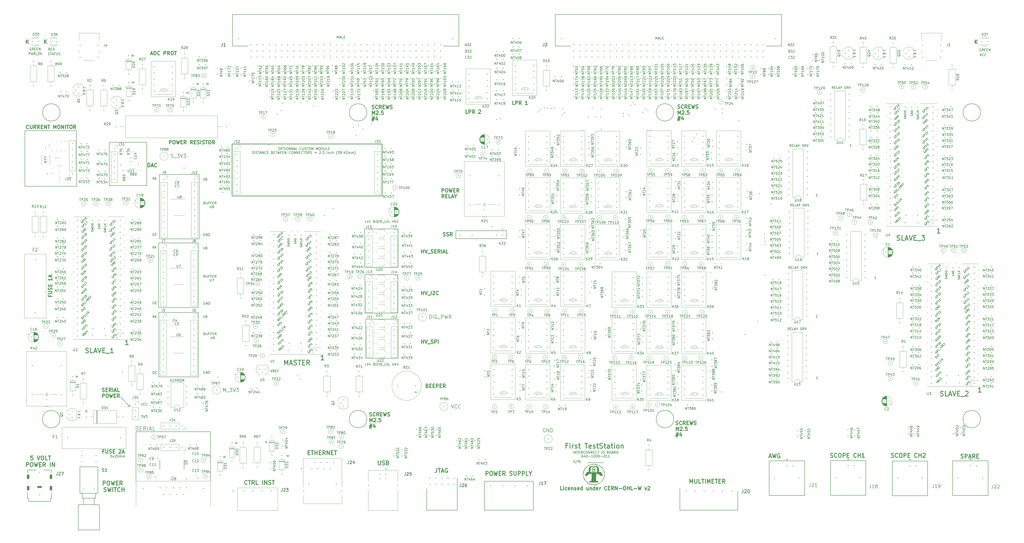
<source format=gto>
%TF.GenerationSoftware,KiCad,Pcbnew,7.0.5*%
%TF.CreationDate,2024-10-27T20:43:37-04:00*%
%TF.ProjectId,Interconnect,496e7465-7263-46f6-9e6e-6563742e6b69,1.1*%
%TF.SameCoordinates,Original*%
%TF.FileFunction,Legend,Top*%
%TF.FilePolarity,Positive*%
%FSLAX46Y46*%
G04 Gerber Fmt 4.6, Leading zero omitted, Abs format (unit mm)*
G04 Created by KiCad (PCBNEW 7.0.5) date 2024-10-27 20:43:37*
%MOMM*%
%LPD*%
G01*
G04 APERTURE LIST*
%ADD10C,0.150000*%
%ADD11C,0.254000*%
%ADD12C,0.300000*%
%ADD13C,0.200000*%
%ADD14C,0.120000*%
%ADD15C,0.100000*%
%ADD16C,0.127000*%
%ADD17C,0.076200*%
%ADD18C,0.240000*%
%ADD19C,0.350000*%
%ADD20O,2.005555X0.800000*%
%ADD21O,1.000000X2.000000*%
G04 APERTURE END LIST*
D10*
X155959278Y74330120D02*
X142497278Y74330120D01*
X155959278Y58074120D02*
X155959278Y74330120D01*
X142210778Y92872120D02*
X142210778Y76870120D01*
D11*
X86943000Y147180865D02*
X149283000Y147180865D01*
X149283000Y125600865D01*
X86943000Y125600865D01*
X86943000Y147180865D01*
D10*
X47130000Y7120000D02*
X47064500Y27600000D01*
X78076000Y7112331D02*
X78040000Y27600000D01*
X36025600Y147872465D02*
X51621200Y147872465D01*
X51621200Y129940065D01*
X36025600Y129940065D01*
X36025600Y147872465D01*
X999000Y152673065D02*
X22309600Y152673065D01*
X142046522Y111893865D02*
X142046522Y95891865D01*
X142046522Y95891865D02*
X156016522Y95891865D01*
X40623000Y42032800D02*
X44585400Y38070400D01*
X56548800Y77184265D02*
X73008000Y77184265D01*
X73008000Y50412665D01*
X56548800Y50412665D01*
X56548800Y77184265D01*
X155926778Y92872120D02*
X142210778Y92872120D01*
X156016522Y95891865D02*
X156016522Y111893865D01*
X155926778Y76870120D02*
X155926778Y92872120D01*
X156016522Y111893865D02*
X142046522Y111893865D01*
X142497278Y74330120D02*
X142497278Y58074120D01*
X397792500Y32854865D02*
G75*
G03*
X397792500Y32854865I-3619500J0D01*
G01*
X56853600Y134461265D02*
X73312800Y134461265D01*
X73312800Y107689665D01*
X56853600Y107689665D01*
X56853600Y134461265D01*
X922800Y129635265D02*
X922800Y152673065D01*
X142972300Y160272665D02*
G75*
G03*
X142972300Y160272665I-3619500J0D01*
G01*
X43518600Y38095800D02*
X44585400Y38095800D01*
X142210778Y76870120D02*
X155926778Y76870120D01*
X56523400Y105987865D02*
X72982600Y105987865D01*
X72982600Y79216265D01*
X56523400Y79216265D01*
X56523400Y105987865D01*
X15522500Y32854865D02*
G75*
G03*
X15522500Y32854865I-3619500J0D01*
G01*
X142497278Y58074120D02*
X155959278Y58074120D01*
X77995500Y27600000D02*
X47064500Y27600000D01*
X270382500Y160272665D02*
G75*
G03*
X270382500Y160272665I-3619500J0D01*
G01*
X397851500Y160272665D02*
G75*
G03*
X397851500Y160272665I-3619500J0D01*
G01*
X15572500Y160272665D02*
G75*
G03*
X15572500Y160272665I-3619500J0D01*
G01*
X22371600Y129546465D02*
X948200Y129546465D01*
X44585400Y39137200D02*
X44585400Y38070400D01*
X44585400Y38070400D02*
X44585400Y39137200D01*
X22397000Y152660465D02*
X22447800Y129597265D01*
X270412500Y32854865D02*
G75*
G03*
X270412500Y32854865I-3619500J0D01*
G01*
X142972300Y32854865D02*
G75*
G03*
X142972300Y32854865I-3619500J0D01*
G01*
X146928579Y95486981D02*
X146928579Y94677458D01*
X146928579Y94677458D02*
X146976198Y94582220D01*
X146976198Y94582220D02*
X147023817Y94534600D01*
X147023817Y94534600D02*
X147119055Y94486981D01*
X147119055Y94486981D02*
X147309531Y94486981D01*
X147309531Y94486981D02*
X147404769Y94534600D01*
X147404769Y94534600D02*
X147452388Y94582220D01*
X147452388Y94582220D02*
X147500007Y94677458D01*
X147500007Y94677458D02*
X147500007Y95486981D01*
X147928579Y95391743D02*
X147976198Y95439362D01*
X147976198Y95439362D02*
X148071436Y95486981D01*
X148071436Y95486981D02*
X148309531Y95486981D01*
X148309531Y95486981D02*
X148404769Y95439362D01*
X148404769Y95439362D02*
X148452388Y95391743D01*
X148452388Y95391743D02*
X148500007Y95296505D01*
X148500007Y95296505D02*
X148500007Y95201267D01*
X148500007Y95201267D02*
X148452388Y95058410D01*
X148452388Y95058410D02*
X147880960Y94486981D01*
X147880960Y94486981D02*
X148500007Y94486981D01*
X149119055Y95486981D02*
X149214293Y95486981D01*
X149214293Y95486981D02*
X149309531Y95439362D01*
X149309531Y95439362D02*
X149357150Y95391743D01*
X149357150Y95391743D02*
X149404769Y95296505D01*
X149404769Y95296505D02*
X149452388Y95106029D01*
X149452388Y95106029D02*
X149452388Y94867934D01*
X149452388Y94867934D02*
X149404769Y94677458D01*
X149404769Y94677458D02*
X149357150Y94582220D01*
X149357150Y94582220D02*
X149309531Y94534600D01*
X149309531Y94534600D02*
X149214293Y94486981D01*
X149214293Y94486981D02*
X149119055Y94486981D01*
X149119055Y94486981D02*
X149023817Y94534600D01*
X149023817Y94534600D02*
X148976198Y94582220D01*
X148976198Y94582220D02*
X148928579Y94677458D01*
X148928579Y94677458D02*
X148880960Y94867934D01*
X148880960Y94867934D02*
X148880960Y95106029D01*
X148880960Y95106029D02*
X148928579Y95296505D01*
X148928579Y95296505D02*
X148976198Y95391743D01*
X148976198Y95391743D02*
X149023817Y95439362D01*
X149023817Y95439362D02*
X149119055Y95486981D01*
D12*
X165739110Y84497572D02*
X165739110Y85997572D01*
X165739110Y85283286D02*
X166596253Y85283286D01*
X166596253Y84497572D02*
X166596253Y85997572D01*
X167096254Y85997572D02*
X167596254Y84497572D01*
X167596254Y84497572D02*
X168096254Y85997572D01*
X168239111Y84354715D02*
X169381968Y84354715D01*
X169739110Y84497572D02*
X169739110Y85997572D01*
X170381968Y85854715D02*
X170453396Y85926143D01*
X170453396Y85926143D02*
X170596254Y85997572D01*
X170596254Y85997572D02*
X170953396Y85997572D01*
X170953396Y85997572D02*
X171096254Y85926143D01*
X171096254Y85926143D02*
X171167682Y85854715D01*
X171167682Y85854715D02*
X171239111Y85711858D01*
X171239111Y85711858D02*
X171239111Y85569000D01*
X171239111Y85569000D02*
X171167682Y85354715D01*
X171167682Y85354715D02*
X170310539Y84497572D01*
X170310539Y84497572D02*
X171239111Y84497572D01*
X172739110Y84640429D02*
X172667682Y84569000D01*
X172667682Y84569000D02*
X172453396Y84497572D01*
X172453396Y84497572D02*
X172310539Y84497572D01*
X172310539Y84497572D02*
X172096253Y84569000D01*
X172096253Y84569000D02*
X171953396Y84711858D01*
X171953396Y84711858D02*
X171881967Y84854715D01*
X171881967Y84854715D02*
X171810539Y85140429D01*
X171810539Y85140429D02*
X171810539Y85354715D01*
X171810539Y85354715D02*
X171881967Y85640429D01*
X171881967Y85640429D02*
X171953396Y85783286D01*
X171953396Y85783286D02*
X172096253Y85926143D01*
X172096253Y85926143D02*
X172310539Y85997572D01*
X172310539Y85997572D02*
X172453396Y85997572D01*
X172453396Y85997572D02*
X172667682Y85926143D01*
X172667682Y85926143D02*
X172739110Y85854715D01*
X395558310Y188815372D02*
X395558310Y190315372D01*
X396415453Y188815372D02*
X395772596Y189672515D01*
X396415453Y190315372D02*
X395558310Y189458229D01*
D13*
X178057435Y38849972D02*
X178557435Y37349972D01*
X178557435Y37349972D02*
X179057435Y38849972D01*
X180414577Y37492829D02*
X180343149Y37421400D01*
X180343149Y37421400D02*
X180128863Y37349972D01*
X180128863Y37349972D02*
X179986006Y37349972D01*
X179986006Y37349972D02*
X179771720Y37421400D01*
X179771720Y37421400D02*
X179628863Y37564258D01*
X179628863Y37564258D02*
X179557434Y37707115D01*
X179557434Y37707115D02*
X179486006Y37992829D01*
X179486006Y37992829D02*
X179486006Y38207115D01*
X179486006Y38207115D02*
X179557434Y38492829D01*
X179557434Y38492829D02*
X179628863Y38635686D01*
X179628863Y38635686D02*
X179771720Y38778543D01*
X179771720Y38778543D02*
X179986006Y38849972D01*
X179986006Y38849972D02*
X180128863Y38849972D01*
X180128863Y38849972D02*
X180343149Y38778543D01*
X180343149Y38778543D02*
X180414577Y38707115D01*
X181914577Y37492829D02*
X181843149Y37421400D01*
X181843149Y37421400D02*
X181628863Y37349972D01*
X181628863Y37349972D02*
X181486006Y37349972D01*
X181486006Y37349972D02*
X181271720Y37421400D01*
X181271720Y37421400D02*
X181128863Y37564258D01*
X181128863Y37564258D02*
X181057434Y37707115D01*
X181057434Y37707115D02*
X180986006Y37992829D01*
X180986006Y37992829D02*
X180986006Y38207115D01*
X180986006Y38207115D02*
X181057434Y38492829D01*
X181057434Y38492829D02*
X181128863Y38635686D01*
X181128863Y38635686D02*
X181271720Y38778543D01*
X181271720Y38778543D02*
X181486006Y38849972D01*
X181486006Y38849972D02*
X181628863Y38849972D01*
X181628863Y38849972D02*
X181843149Y38778543D01*
X181843149Y38778543D02*
X181914577Y38707115D01*
D10*
X344251588Y146048981D02*
X343680160Y146048981D01*
X343965874Y146048981D02*
X343965874Y147048981D01*
X343965874Y147048981D02*
X343870636Y146906124D01*
X343870636Y146906124D02*
X343775398Y146810886D01*
X343775398Y146810886D02*
X343680160Y146763267D01*
D13*
X217030435Y28897943D02*
X216887578Y28969372D01*
X216887578Y28969372D02*
X216673292Y28969372D01*
X216673292Y28969372D02*
X216459006Y28897943D01*
X216459006Y28897943D02*
X216316149Y28755086D01*
X216316149Y28755086D02*
X216244720Y28612229D01*
X216244720Y28612229D02*
X216173292Y28326515D01*
X216173292Y28326515D02*
X216173292Y28112229D01*
X216173292Y28112229D02*
X216244720Y27826515D01*
X216244720Y27826515D02*
X216316149Y27683658D01*
X216316149Y27683658D02*
X216459006Y27540800D01*
X216459006Y27540800D02*
X216673292Y27469372D01*
X216673292Y27469372D02*
X216816149Y27469372D01*
X216816149Y27469372D02*
X217030435Y27540800D01*
X217030435Y27540800D02*
X217101863Y27612229D01*
X217101863Y27612229D02*
X217101863Y28112229D01*
X217101863Y28112229D02*
X216816149Y28112229D01*
X217744720Y27469372D02*
X217744720Y28969372D01*
X217744720Y28969372D02*
X218601863Y27469372D01*
X218601863Y27469372D02*
X218601863Y28969372D01*
X219316149Y27469372D02*
X219316149Y28969372D01*
X219316149Y28969372D02*
X219673292Y28969372D01*
X219673292Y28969372D02*
X219887578Y28897943D01*
X219887578Y28897943D02*
X220030435Y28755086D01*
X220030435Y28755086D02*
X220101864Y28612229D01*
X220101864Y28612229D02*
X220173292Y28326515D01*
X220173292Y28326515D02*
X220173292Y28112229D01*
X220173292Y28112229D02*
X220101864Y27826515D01*
X220101864Y27826515D02*
X220030435Y27683658D01*
X220030435Y27683658D02*
X219887578Y27540800D01*
X219887578Y27540800D02*
X219673292Y27469372D01*
X219673292Y27469372D02*
X219316149Y27469372D01*
D12*
X171989667Y12380347D02*
X171989667Y11166061D01*
X171989667Y11166061D02*
X171908714Y10923204D01*
X171908714Y10923204D02*
X171746810Y10761299D01*
X171746810Y10761299D02*
X171503952Y10680347D01*
X171503952Y10680347D02*
X171342048Y10680347D01*
X172556333Y12380347D02*
X173527762Y12380347D01*
X173042048Y10680347D02*
X173042048Y12380347D01*
X174013476Y11166061D02*
X174823000Y11166061D01*
X173851571Y10680347D02*
X174418238Y12380347D01*
X174418238Y12380347D02*
X174984905Y10680347D01*
X176442048Y12299395D02*
X176280143Y12380347D01*
X176280143Y12380347D02*
X176037286Y12380347D01*
X176037286Y12380347D02*
X175794429Y12299395D01*
X175794429Y12299395D02*
X175632524Y12137490D01*
X175632524Y12137490D02*
X175551571Y11975585D01*
X175551571Y11975585D02*
X175470619Y11651776D01*
X175470619Y11651776D02*
X175470619Y11408919D01*
X175470619Y11408919D02*
X175551571Y11085109D01*
X175551571Y11085109D02*
X175632524Y10923204D01*
X175632524Y10923204D02*
X175794429Y10761299D01*
X175794429Y10761299D02*
X176037286Y10680347D01*
X176037286Y10680347D02*
X176199190Y10680347D01*
X176199190Y10680347D02*
X176442048Y10761299D01*
X176442048Y10761299D02*
X176523000Y10842252D01*
X176523000Y10842252D02*
X176523000Y11408919D01*
X176523000Y11408919D02*
X176199190Y11408919D01*
D10*
X49294086Y34399181D02*
X49913133Y34399181D01*
X49913133Y34399181D02*
X49579800Y34018229D01*
X49579800Y34018229D02*
X49722657Y34018229D01*
X49722657Y34018229D02*
X49817895Y33970610D01*
X49817895Y33970610D02*
X49865514Y33922991D01*
X49865514Y33922991D02*
X49913133Y33827753D01*
X49913133Y33827753D02*
X49913133Y33589658D01*
X49913133Y33589658D02*
X49865514Y33494420D01*
X49865514Y33494420D02*
X49817895Y33446800D01*
X49817895Y33446800D02*
X49722657Y33399181D01*
X49722657Y33399181D02*
X49436943Y33399181D01*
X49436943Y33399181D02*
X49341705Y33446800D01*
X49341705Y33446800D02*
X49294086Y33494420D01*
X50198848Y34399181D02*
X50532181Y33399181D01*
X50532181Y33399181D02*
X50865514Y34399181D01*
X51103610Y34399181D02*
X51722657Y34399181D01*
X51722657Y34399181D02*
X51389324Y34018229D01*
X51389324Y34018229D02*
X51532181Y34018229D01*
X51532181Y34018229D02*
X51627419Y33970610D01*
X51627419Y33970610D02*
X51675038Y33922991D01*
X51675038Y33922991D02*
X51722657Y33827753D01*
X51722657Y33827753D02*
X51722657Y33589658D01*
X51722657Y33589658D02*
X51675038Y33494420D01*
X51675038Y33494420D02*
X51627419Y33446800D01*
X51627419Y33446800D02*
X51532181Y33399181D01*
X51532181Y33399181D02*
X51246467Y33399181D01*
X51246467Y33399181D02*
X51151229Y33446800D01*
X51151229Y33446800D02*
X51103610Y33494420D01*
D12*
X43868177Y63756162D02*
X42725320Y63756162D01*
X43296748Y63756162D02*
X43296748Y65756162D01*
X43296748Y65756162D02*
X43106272Y65470448D01*
X43106272Y65470448D02*
X42915796Y65279972D01*
X42915796Y65279972D02*
X42725320Y65184734D01*
X145144482Y161839800D02*
X145358768Y161768372D01*
X145358768Y161768372D02*
X145715910Y161768372D01*
X145715910Y161768372D02*
X145858768Y161839800D01*
X145858768Y161839800D02*
X145930196Y161911229D01*
X145930196Y161911229D02*
X146001625Y162054086D01*
X146001625Y162054086D02*
X146001625Y162196943D01*
X146001625Y162196943D02*
X145930196Y162339800D01*
X145930196Y162339800D02*
X145858768Y162411229D01*
X145858768Y162411229D02*
X145715910Y162482658D01*
X145715910Y162482658D02*
X145430196Y162554086D01*
X145430196Y162554086D02*
X145287339Y162625515D01*
X145287339Y162625515D02*
X145215910Y162696943D01*
X145215910Y162696943D02*
X145144482Y162839800D01*
X145144482Y162839800D02*
X145144482Y162982658D01*
X145144482Y162982658D02*
X145215910Y163125515D01*
X145215910Y163125515D02*
X145287339Y163196943D01*
X145287339Y163196943D02*
X145430196Y163268372D01*
X145430196Y163268372D02*
X145787339Y163268372D01*
X145787339Y163268372D02*
X146001625Y163196943D01*
X147501624Y161911229D02*
X147430196Y161839800D01*
X147430196Y161839800D02*
X147215910Y161768372D01*
X147215910Y161768372D02*
X147073053Y161768372D01*
X147073053Y161768372D02*
X146858767Y161839800D01*
X146858767Y161839800D02*
X146715910Y161982658D01*
X146715910Y161982658D02*
X146644481Y162125515D01*
X146644481Y162125515D02*
X146573053Y162411229D01*
X146573053Y162411229D02*
X146573053Y162625515D01*
X146573053Y162625515D02*
X146644481Y162911229D01*
X146644481Y162911229D02*
X146715910Y163054086D01*
X146715910Y163054086D02*
X146858767Y163196943D01*
X146858767Y163196943D02*
X147073053Y163268372D01*
X147073053Y163268372D02*
X147215910Y163268372D01*
X147215910Y163268372D02*
X147430196Y163196943D01*
X147430196Y163196943D02*
X147501624Y163125515D01*
X149001624Y161768372D02*
X148501624Y162482658D01*
X148144481Y161768372D02*
X148144481Y163268372D01*
X148144481Y163268372D02*
X148715910Y163268372D01*
X148715910Y163268372D02*
X148858767Y163196943D01*
X148858767Y163196943D02*
X148930196Y163125515D01*
X148930196Y163125515D02*
X149001624Y162982658D01*
X149001624Y162982658D02*
X149001624Y162768372D01*
X149001624Y162768372D02*
X148930196Y162625515D01*
X148930196Y162625515D02*
X148858767Y162554086D01*
X148858767Y162554086D02*
X148715910Y162482658D01*
X148715910Y162482658D02*
X148144481Y162482658D01*
X149644481Y162554086D02*
X150144481Y162554086D01*
X150358767Y161768372D02*
X149644481Y161768372D01*
X149644481Y161768372D02*
X149644481Y163268372D01*
X149644481Y163268372D02*
X150358767Y163268372D01*
X150858767Y163268372D02*
X151215910Y161768372D01*
X151215910Y161768372D02*
X151501624Y162839800D01*
X151501624Y162839800D02*
X151787339Y161768372D01*
X151787339Y161768372D02*
X152144482Y163268372D01*
X152644482Y161839800D02*
X152858768Y161768372D01*
X152858768Y161768372D02*
X153215910Y161768372D01*
X153215910Y161768372D02*
X153358768Y161839800D01*
X153358768Y161839800D02*
X153430196Y161911229D01*
X153430196Y161911229D02*
X153501625Y162054086D01*
X153501625Y162054086D02*
X153501625Y162196943D01*
X153501625Y162196943D02*
X153430196Y162339800D01*
X153430196Y162339800D02*
X153358768Y162411229D01*
X153358768Y162411229D02*
X153215910Y162482658D01*
X153215910Y162482658D02*
X152930196Y162554086D01*
X152930196Y162554086D02*
X152787339Y162625515D01*
X152787339Y162625515D02*
X152715910Y162696943D01*
X152715910Y162696943D02*
X152644482Y162839800D01*
X152644482Y162839800D02*
X152644482Y162982658D01*
X152644482Y162982658D02*
X152715910Y163125515D01*
X152715910Y163125515D02*
X152787339Y163196943D01*
X152787339Y163196943D02*
X152930196Y163268372D01*
X152930196Y163268372D02*
X153287339Y163268372D01*
X153287339Y163268372D02*
X153501625Y163196943D01*
X145215910Y159353372D02*
X145215910Y160853372D01*
X145215910Y160853372D02*
X145715910Y159781943D01*
X145715910Y159781943D02*
X146215910Y160853372D01*
X146215910Y160853372D02*
X146215910Y159353372D01*
X146858768Y160710515D02*
X146930196Y160781943D01*
X146930196Y160781943D02*
X147073054Y160853372D01*
X147073054Y160853372D02*
X147430196Y160853372D01*
X147430196Y160853372D02*
X147573054Y160781943D01*
X147573054Y160781943D02*
X147644482Y160710515D01*
X147644482Y160710515D02*
X147715911Y160567658D01*
X147715911Y160567658D02*
X147715911Y160424800D01*
X147715911Y160424800D02*
X147644482Y160210515D01*
X147644482Y160210515D02*
X146787339Y159353372D01*
X146787339Y159353372D02*
X147715911Y159353372D01*
X148358767Y159496229D02*
X148430196Y159424800D01*
X148430196Y159424800D02*
X148358767Y159353372D01*
X148358767Y159353372D02*
X148287339Y159424800D01*
X148287339Y159424800D02*
X148358767Y159496229D01*
X148358767Y159496229D02*
X148358767Y159353372D01*
X149787339Y160853372D02*
X149073053Y160853372D01*
X149073053Y160853372D02*
X149001625Y160139086D01*
X149001625Y160139086D02*
X149073053Y160210515D01*
X149073053Y160210515D02*
X149215911Y160281943D01*
X149215911Y160281943D02*
X149573053Y160281943D01*
X149573053Y160281943D02*
X149715911Y160210515D01*
X149715911Y160210515D02*
X149787339Y160139086D01*
X149787339Y160139086D02*
X149858768Y159996229D01*
X149858768Y159996229D02*
X149858768Y159639086D01*
X149858768Y159639086D02*
X149787339Y159496229D01*
X149787339Y159496229D02*
X149715911Y159424800D01*
X149715911Y159424800D02*
X149573053Y159353372D01*
X149573053Y159353372D02*
X149215911Y159353372D01*
X149215911Y159353372D02*
X149073053Y159424800D01*
X149073053Y159424800D02*
X149001625Y159496229D01*
X145144482Y157938372D02*
X146215910Y157938372D01*
X145573053Y158581229D02*
X145144482Y156652658D01*
X146073053Y157295515D02*
X145001625Y157295515D01*
X145644482Y156652658D02*
X146073053Y158581229D01*
X147358768Y157938372D02*
X147358768Y156938372D01*
X147001625Y158509800D02*
X146644482Y157438372D01*
X146644482Y157438372D02*
X147573053Y157438372D01*
D10*
X397585322Y184691781D02*
X397918655Y183691781D01*
X397918655Y183691781D02*
X398251988Y184691781D01*
X399156750Y183787020D02*
X399109131Y183739400D01*
X399109131Y183739400D02*
X398966274Y183691781D01*
X398966274Y183691781D02*
X398871036Y183691781D01*
X398871036Y183691781D02*
X398728179Y183739400D01*
X398728179Y183739400D02*
X398632941Y183834639D01*
X398632941Y183834639D02*
X398585322Y183929877D01*
X398585322Y183929877D02*
X398537703Y184120353D01*
X398537703Y184120353D02*
X398537703Y184263210D01*
X398537703Y184263210D02*
X398585322Y184453686D01*
X398585322Y184453686D02*
X398632941Y184548924D01*
X398632941Y184548924D02*
X398728179Y184644162D01*
X398728179Y184644162D02*
X398871036Y184691781D01*
X398871036Y184691781D02*
X398966274Y184691781D01*
X398966274Y184691781D02*
X399109131Y184644162D01*
X399109131Y184644162D02*
X399156750Y184596543D01*
X400156750Y183787020D02*
X400109131Y183739400D01*
X400109131Y183739400D02*
X399966274Y183691781D01*
X399966274Y183691781D02*
X399871036Y183691781D01*
X399871036Y183691781D02*
X399728179Y183739400D01*
X399728179Y183739400D02*
X399632941Y183834639D01*
X399632941Y183834639D02*
X399585322Y183929877D01*
X399585322Y183929877D02*
X399537703Y184120353D01*
X399537703Y184120353D02*
X399537703Y184263210D01*
X399537703Y184263210D02*
X399585322Y184453686D01*
X399585322Y184453686D02*
X399632941Y184548924D01*
X399632941Y184548924D02*
X399728179Y184644162D01*
X399728179Y184644162D02*
X399871036Y184691781D01*
X399871036Y184691781D02*
X399966274Y184691781D01*
X399966274Y184691781D02*
X400109131Y184644162D01*
X400109131Y184644162D02*
X400156750Y184596543D01*
D12*
X310083809Y17294861D02*
X310893333Y17294861D01*
X309921904Y16809147D02*
X310488571Y18509147D01*
X310488571Y18509147D02*
X311055238Y16809147D01*
X311460000Y18509147D02*
X311864762Y16809147D01*
X311864762Y16809147D02*
X312188571Y18023433D01*
X312188571Y18023433D02*
X312512381Y16809147D01*
X312512381Y16809147D02*
X312917143Y18509147D01*
X314455238Y18428195D02*
X314293333Y18509147D01*
X314293333Y18509147D02*
X314050476Y18509147D01*
X314050476Y18509147D02*
X313807619Y18428195D01*
X313807619Y18428195D02*
X313645714Y18266290D01*
X313645714Y18266290D02*
X313564761Y18104385D01*
X313564761Y18104385D02*
X313483809Y17780576D01*
X313483809Y17780576D02*
X313483809Y17537719D01*
X313483809Y17537719D02*
X313564761Y17213909D01*
X313564761Y17213909D02*
X313645714Y17052004D01*
X313645714Y17052004D02*
X313807619Y16890099D01*
X313807619Y16890099D02*
X314050476Y16809147D01*
X314050476Y16809147D02*
X314212380Y16809147D01*
X314212380Y16809147D02*
X314455238Y16890099D01*
X314455238Y16890099D02*
X314536190Y16971052D01*
X314536190Y16971052D02*
X314536190Y17537719D01*
X314536190Y17537719D02*
X314212380Y17537719D01*
D10*
X319229407Y145972781D02*
X318896074Y146448972D01*
X318657979Y145972781D02*
X318657979Y146972781D01*
X318657979Y146972781D02*
X319038931Y146972781D01*
X319038931Y146972781D02*
X319134169Y146925162D01*
X319134169Y146925162D02*
X319181788Y146877543D01*
X319181788Y146877543D02*
X319229407Y146782305D01*
X319229407Y146782305D02*
X319229407Y146639448D01*
X319229407Y146639448D02*
X319181788Y146544210D01*
X319181788Y146544210D02*
X319134169Y146496591D01*
X319134169Y146496591D02*
X319038931Y146448972D01*
X319038931Y146448972D02*
X318657979Y146448972D01*
X319657979Y146496591D02*
X319991312Y146496591D01*
X320134169Y145972781D02*
X319657979Y145972781D01*
X319657979Y145972781D02*
X319657979Y146972781D01*
X319657979Y146972781D02*
X320134169Y146972781D01*
X321038931Y145972781D02*
X320562741Y145972781D01*
X320562741Y145972781D02*
X320562741Y146972781D01*
X321324646Y146258496D02*
X321800836Y146258496D01*
X321229408Y145972781D02*
X321562741Y146972781D01*
X321562741Y146972781D02*
X321896074Y145972781D01*
X322419884Y146448972D02*
X322419884Y145972781D01*
X322086551Y146972781D02*
X322419884Y146448972D01*
X322419884Y146448972D02*
X322753217Y146972781D01*
X323848456Y145972781D02*
X323848456Y146972781D01*
X323848456Y146972781D02*
X324086551Y146972781D01*
X324086551Y146972781D02*
X324229408Y146925162D01*
X324229408Y146925162D02*
X324324646Y146829924D01*
X324324646Y146829924D02*
X324372265Y146734686D01*
X324372265Y146734686D02*
X324419884Y146544210D01*
X324419884Y146544210D02*
X324419884Y146401353D01*
X324419884Y146401353D02*
X324372265Y146210877D01*
X324372265Y146210877D02*
X324324646Y146115639D01*
X324324646Y146115639D02*
X324229408Y146020400D01*
X324229408Y146020400D02*
X324086551Y145972781D01*
X324086551Y145972781D02*
X323848456Y145972781D01*
X325419884Y145972781D02*
X325086551Y146448972D01*
X324848456Y145972781D02*
X324848456Y146972781D01*
X324848456Y146972781D02*
X325229408Y146972781D01*
X325229408Y146972781D02*
X325324646Y146925162D01*
X325324646Y146925162D02*
X325372265Y146877543D01*
X325372265Y146877543D02*
X325419884Y146782305D01*
X325419884Y146782305D02*
X325419884Y146639448D01*
X325419884Y146639448D02*
X325372265Y146544210D01*
X325372265Y146544210D02*
X325324646Y146496591D01*
X325324646Y146496591D02*
X325229408Y146448972D01*
X325229408Y146448972D02*
X324848456Y146448972D01*
X325705599Y146972781D02*
X326038932Y145972781D01*
X326038932Y145972781D02*
X326372265Y146972781D01*
X228815542Y14879400D02*
X228958399Y14831781D01*
X228958399Y14831781D02*
X229196494Y14831781D01*
X229196494Y14831781D02*
X229291732Y14879400D01*
X229291732Y14879400D02*
X229339351Y14927020D01*
X229339351Y14927020D02*
X229386970Y15022258D01*
X229386970Y15022258D02*
X229386970Y15117496D01*
X229386970Y15117496D02*
X229339351Y15212734D01*
X229339351Y15212734D02*
X229291732Y15260353D01*
X229291732Y15260353D02*
X229196494Y15307972D01*
X229196494Y15307972D02*
X229006018Y15355591D01*
X229006018Y15355591D02*
X228910780Y15403210D01*
X228910780Y15403210D02*
X228863161Y15450829D01*
X228863161Y15450829D02*
X228815542Y15546067D01*
X228815542Y15546067D02*
X228815542Y15641305D01*
X228815542Y15641305D02*
X228863161Y15736543D01*
X228863161Y15736543D02*
X228910780Y15784162D01*
X228910780Y15784162D02*
X229006018Y15831781D01*
X229006018Y15831781D02*
X229244113Y15831781D01*
X229244113Y15831781D02*
X229386970Y15784162D01*
X230529827Y15879400D02*
X229672685Y14593686D01*
X230863161Y14831781D02*
X230863161Y15831781D01*
X230863161Y15831781D02*
X231434589Y14831781D01*
X231434589Y14831781D02*
X231434589Y15831781D01*
X231910780Y14927020D02*
X231958399Y14879400D01*
X231958399Y14879400D02*
X231910780Y14831781D01*
X231910780Y14831781D02*
X231863161Y14879400D01*
X231863161Y14879400D02*
X231910780Y14927020D01*
X231910780Y14927020D02*
X231910780Y14831781D01*
X231910780Y15450829D02*
X231958399Y15403210D01*
X231958399Y15403210D02*
X231910780Y15355591D01*
X231910780Y15355591D02*
X231863161Y15403210D01*
X231863161Y15403210D02*
X231910780Y15450829D01*
X231910780Y15450829D02*
X231910780Y15355591D01*
X234434590Y14736543D02*
X235196494Y14736543D01*
X235196495Y14736543D02*
X235958399Y14736543D01*
X235958400Y14736543D02*
X236720304Y14736543D01*
X236720305Y14736543D02*
X237482209Y14736543D01*
X237482210Y14736543D02*
X238244114Y14736543D01*
X238244115Y14736543D02*
X239006019Y14736543D01*
X239006020Y14736543D02*
X239767924Y14736543D01*
X239767925Y14736543D02*
X240529829Y14736543D01*
X240529830Y14736543D02*
X241291734Y14736543D01*
X228750905Y18569781D02*
X228750905Y19569781D01*
X229227095Y18569781D02*
X229227095Y19569781D01*
X229227095Y19569781D02*
X229798523Y18569781D01*
X229798523Y18569781D02*
X229798523Y19569781D01*
X230131857Y19569781D02*
X230703285Y19569781D01*
X230417571Y18569781D02*
X230417571Y19569781D01*
X231036619Y19093591D02*
X231369952Y19093591D01*
X231512809Y18569781D02*
X231036619Y18569781D01*
X231036619Y18569781D02*
X231036619Y19569781D01*
X231036619Y19569781D02*
X231512809Y19569781D01*
X232512809Y18569781D02*
X232179476Y19045972D01*
X231941381Y18569781D02*
X231941381Y19569781D01*
X231941381Y19569781D02*
X232322333Y19569781D01*
X232322333Y19569781D02*
X232417571Y19522162D01*
X232417571Y19522162D02*
X232465190Y19474543D01*
X232465190Y19474543D02*
X232512809Y19379305D01*
X232512809Y19379305D02*
X232512809Y19236448D01*
X232512809Y19236448D02*
X232465190Y19141210D01*
X232465190Y19141210D02*
X232417571Y19093591D01*
X232417571Y19093591D02*
X232322333Y19045972D01*
X232322333Y19045972D02*
X231941381Y19045972D01*
X233512809Y18665020D02*
X233465190Y18617400D01*
X233465190Y18617400D02*
X233322333Y18569781D01*
X233322333Y18569781D02*
X233227095Y18569781D01*
X233227095Y18569781D02*
X233084238Y18617400D01*
X233084238Y18617400D02*
X232989000Y18712639D01*
X232989000Y18712639D02*
X232941381Y18807877D01*
X232941381Y18807877D02*
X232893762Y18998353D01*
X232893762Y18998353D02*
X232893762Y19141210D01*
X232893762Y19141210D02*
X232941381Y19331686D01*
X232941381Y19331686D02*
X232989000Y19426924D01*
X232989000Y19426924D02*
X233084238Y19522162D01*
X233084238Y19522162D02*
X233227095Y19569781D01*
X233227095Y19569781D02*
X233322333Y19569781D01*
X233322333Y19569781D02*
X233465190Y19522162D01*
X233465190Y19522162D02*
X233512809Y19474543D01*
X234131857Y19569781D02*
X234322333Y19569781D01*
X234322333Y19569781D02*
X234417571Y19522162D01*
X234417571Y19522162D02*
X234512809Y19426924D01*
X234512809Y19426924D02*
X234560428Y19236448D01*
X234560428Y19236448D02*
X234560428Y18903115D01*
X234560428Y18903115D02*
X234512809Y18712639D01*
X234512809Y18712639D02*
X234417571Y18617400D01*
X234417571Y18617400D02*
X234322333Y18569781D01*
X234322333Y18569781D02*
X234131857Y18569781D01*
X234131857Y18569781D02*
X234036619Y18617400D01*
X234036619Y18617400D02*
X233941381Y18712639D01*
X233941381Y18712639D02*
X233893762Y18903115D01*
X233893762Y18903115D02*
X233893762Y19236448D01*
X233893762Y19236448D02*
X233941381Y19426924D01*
X233941381Y19426924D02*
X234036619Y19522162D01*
X234036619Y19522162D02*
X234131857Y19569781D01*
X234989000Y18569781D02*
X234989000Y19569781D01*
X234989000Y19569781D02*
X235560428Y18569781D01*
X235560428Y18569781D02*
X235560428Y19569781D01*
X236036619Y18569781D02*
X236036619Y19569781D01*
X236036619Y19569781D02*
X236608047Y18569781D01*
X236608047Y18569781D02*
X236608047Y19569781D01*
X237084238Y19093591D02*
X237417571Y19093591D01*
X237560428Y18569781D02*
X237084238Y18569781D01*
X237084238Y18569781D02*
X237084238Y19569781D01*
X237084238Y19569781D02*
X237560428Y19569781D01*
X238560428Y18665020D02*
X238512809Y18617400D01*
X238512809Y18617400D02*
X238369952Y18569781D01*
X238369952Y18569781D02*
X238274714Y18569781D01*
X238274714Y18569781D02*
X238131857Y18617400D01*
X238131857Y18617400D02*
X238036619Y18712639D01*
X238036619Y18712639D02*
X237989000Y18807877D01*
X237989000Y18807877D02*
X237941381Y18998353D01*
X237941381Y18998353D02*
X237941381Y19141210D01*
X237941381Y19141210D02*
X237989000Y19331686D01*
X237989000Y19331686D02*
X238036619Y19426924D01*
X238036619Y19426924D02*
X238131857Y19522162D01*
X238131857Y19522162D02*
X238274714Y19569781D01*
X238274714Y19569781D02*
X238369952Y19569781D01*
X238369952Y19569781D02*
X238512809Y19522162D01*
X238512809Y19522162D02*
X238560428Y19474543D01*
X238846143Y19569781D02*
X239417571Y19569781D01*
X239131857Y18569781D02*
X239131857Y19569781D01*
X240512810Y18569781D02*
X240512810Y19569781D01*
X241179476Y19569781D02*
X241369952Y19569781D01*
X241369952Y19569781D02*
X241465190Y19522162D01*
X241465190Y19522162D02*
X241560428Y19426924D01*
X241560428Y19426924D02*
X241608047Y19236448D01*
X241608047Y19236448D02*
X241608047Y18903115D01*
X241608047Y18903115D02*
X241560428Y18712639D01*
X241560428Y18712639D02*
X241465190Y18617400D01*
X241465190Y18617400D02*
X241369952Y18569781D01*
X241369952Y18569781D02*
X241179476Y18569781D01*
X241179476Y18569781D02*
X241084238Y18617400D01*
X241084238Y18617400D02*
X240989000Y18712639D01*
X240989000Y18712639D02*
X240941381Y18903115D01*
X240941381Y18903115D02*
X240941381Y19236448D01*
X240941381Y19236448D02*
X240989000Y19426924D01*
X240989000Y19426924D02*
X241084238Y19522162D01*
X241084238Y19522162D02*
X241179476Y19569781D01*
X243131857Y19093591D02*
X243274714Y19045972D01*
X243274714Y19045972D02*
X243322333Y18998353D01*
X243322333Y18998353D02*
X243369952Y18903115D01*
X243369952Y18903115D02*
X243369952Y18760258D01*
X243369952Y18760258D02*
X243322333Y18665020D01*
X243322333Y18665020D02*
X243274714Y18617400D01*
X243274714Y18617400D02*
X243179476Y18569781D01*
X243179476Y18569781D02*
X242798524Y18569781D01*
X242798524Y18569781D02*
X242798524Y19569781D01*
X242798524Y19569781D02*
X243131857Y19569781D01*
X243131857Y19569781D02*
X243227095Y19522162D01*
X243227095Y19522162D02*
X243274714Y19474543D01*
X243274714Y19474543D02*
X243322333Y19379305D01*
X243322333Y19379305D02*
X243322333Y19284067D01*
X243322333Y19284067D02*
X243274714Y19188829D01*
X243274714Y19188829D02*
X243227095Y19141210D01*
X243227095Y19141210D02*
X243131857Y19093591D01*
X243131857Y19093591D02*
X242798524Y19093591D01*
X243989000Y19569781D02*
X244179476Y19569781D01*
X244179476Y19569781D02*
X244274714Y19522162D01*
X244274714Y19522162D02*
X244369952Y19426924D01*
X244369952Y19426924D02*
X244417571Y19236448D01*
X244417571Y19236448D02*
X244417571Y18903115D01*
X244417571Y18903115D02*
X244369952Y18712639D01*
X244369952Y18712639D02*
X244274714Y18617400D01*
X244274714Y18617400D02*
X244179476Y18569781D01*
X244179476Y18569781D02*
X243989000Y18569781D01*
X243989000Y18569781D02*
X243893762Y18617400D01*
X243893762Y18617400D02*
X243798524Y18712639D01*
X243798524Y18712639D02*
X243750905Y18903115D01*
X243750905Y18903115D02*
X243750905Y19236448D01*
X243750905Y19236448D02*
X243798524Y19426924D01*
X243798524Y19426924D02*
X243893762Y19522162D01*
X243893762Y19522162D02*
X243989000Y19569781D01*
X244798524Y18855496D02*
X245274714Y18855496D01*
X244703286Y18569781D02*
X245036619Y19569781D01*
X245036619Y19569781D02*
X245369952Y18569781D01*
X246274714Y18569781D02*
X245941381Y19045972D01*
X245703286Y18569781D02*
X245703286Y19569781D01*
X245703286Y19569781D02*
X246084238Y19569781D01*
X246084238Y19569781D02*
X246179476Y19522162D01*
X246179476Y19522162D02*
X246227095Y19474543D01*
X246227095Y19474543D02*
X246274714Y19379305D01*
X246274714Y19379305D02*
X246274714Y19236448D01*
X246274714Y19236448D02*
X246227095Y19141210D01*
X246227095Y19141210D02*
X246179476Y19093591D01*
X246179476Y19093591D02*
X246084238Y19045972D01*
X246084238Y19045972D02*
X245703286Y19045972D01*
X246703286Y18569781D02*
X246703286Y19569781D01*
X246703286Y19569781D02*
X246941381Y19569781D01*
X246941381Y19569781D02*
X247084238Y19522162D01*
X247084238Y19522162D02*
X247179476Y19426924D01*
X247179476Y19426924D02*
X247227095Y19331686D01*
X247227095Y19331686D02*
X247274714Y19141210D01*
X247274714Y19141210D02*
X247274714Y18998353D01*
X247274714Y18998353D02*
X247227095Y18807877D01*
X247227095Y18807877D02*
X247179476Y18712639D01*
X247179476Y18712639D02*
X247084238Y18617400D01*
X247084238Y18617400D02*
X246941381Y18569781D01*
X246941381Y18569781D02*
X246703286Y18569781D01*
X232655666Y17959781D02*
X232465190Y17959781D01*
X232465190Y17959781D02*
X232369952Y17912162D01*
X232369952Y17912162D02*
X232322333Y17864543D01*
X232322333Y17864543D02*
X232227095Y17721686D01*
X232227095Y17721686D02*
X232179476Y17531210D01*
X232179476Y17531210D02*
X232179476Y17150258D01*
X232179476Y17150258D02*
X232227095Y17055020D01*
X232227095Y17055020D02*
X232274714Y17007400D01*
X232274714Y17007400D02*
X232369952Y16959781D01*
X232369952Y16959781D02*
X232560428Y16959781D01*
X232560428Y16959781D02*
X232655666Y17007400D01*
X232655666Y17007400D02*
X232703285Y17055020D01*
X232703285Y17055020D02*
X232750904Y17150258D01*
X232750904Y17150258D02*
X232750904Y17388353D01*
X232750904Y17388353D02*
X232703285Y17483591D01*
X232703285Y17483591D02*
X232655666Y17531210D01*
X232655666Y17531210D02*
X232560428Y17578829D01*
X232560428Y17578829D02*
X232369952Y17578829D01*
X232369952Y17578829D02*
X232274714Y17531210D01*
X232274714Y17531210D02*
X232227095Y17483591D01*
X232227095Y17483591D02*
X232179476Y17388353D01*
X233608047Y17626448D02*
X233608047Y16959781D01*
X233369952Y18007400D02*
X233131857Y17293115D01*
X233131857Y17293115D02*
X233750904Y17293115D01*
X234322333Y17959781D02*
X234417571Y17959781D01*
X234417571Y17959781D02*
X234512809Y17912162D01*
X234512809Y17912162D02*
X234560428Y17864543D01*
X234560428Y17864543D02*
X234608047Y17769305D01*
X234608047Y17769305D02*
X234655666Y17578829D01*
X234655666Y17578829D02*
X234655666Y17340734D01*
X234655666Y17340734D02*
X234608047Y17150258D01*
X234608047Y17150258D02*
X234560428Y17055020D01*
X234560428Y17055020D02*
X234512809Y17007400D01*
X234512809Y17007400D02*
X234417571Y16959781D01*
X234417571Y16959781D02*
X234322333Y16959781D01*
X234322333Y16959781D02*
X234227095Y17007400D01*
X234227095Y17007400D02*
X234179476Y17055020D01*
X234179476Y17055020D02*
X234131857Y17150258D01*
X234131857Y17150258D02*
X234084238Y17340734D01*
X234084238Y17340734D02*
X234084238Y17578829D01*
X234084238Y17578829D02*
X234131857Y17769305D01*
X234131857Y17769305D02*
X234179476Y17864543D01*
X234179476Y17864543D02*
X234227095Y17912162D01*
X234227095Y17912162D02*
X234322333Y17959781D01*
X235084238Y17340734D02*
X235846143Y17340734D01*
X236846142Y16959781D02*
X236274714Y16959781D01*
X236560428Y16959781D02*
X236560428Y17959781D01*
X236560428Y17959781D02*
X236465190Y17816924D01*
X236465190Y17816924D02*
X236369952Y17721686D01*
X236369952Y17721686D02*
X236274714Y17674067D01*
X237465190Y17959781D02*
X237560428Y17959781D01*
X237560428Y17959781D02*
X237655666Y17912162D01*
X237655666Y17912162D02*
X237703285Y17864543D01*
X237703285Y17864543D02*
X237750904Y17769305D01*
X237750904Y17769305D02*
X237798523Y17578829D01*
X237798523Y17578829D02*
X237798523Y17340734D01*
X237798523Y17340734D02*
X237750904Y17150258D01*
X237750904Y17150258D02*
X237703285Y17055020D01*
X237703285Y17055020D02*
X237655666Y17007400D01*
X237655666Y17007400D02*
X237560428Y16959781D01*
X237560428Y16959781D02*
X237465190Y16959781D01*
X237465190Y16959781D02*
X237369952Y17007400D01*
X237369952Y17007400D02*
X237322333Y17055020D01*
X237322333Y17055020D02*
X237274714Y17150258D01*
X237274714Y17150258D02*
X237227095Y17340734D01*
X237227095Y17340734D02*
X237227095Y17578829D01*
X237227095Y17578829D02*
X237274714Y17769305D01*
X237274714Y17769305D02*
X237322333Y17864543D01*
X237322333Y17864543D02*
X237369952Y17912162D01*
X237369952Y17912162D02*
X237465190Y17959781D01*
X238417571Y17959781D02*
X238512809Y17959781D01*
X238512809Y17959781D02*
X238608047Y17912162D01*
X238608047Y17912162D02*
X238655666Y17864543D01*
X238655666Y17864543D02*
X238703285Y17769305D01*
X238703285Y17769305D02*
X238750904Y17578829D01*
X238750904Y17578829D02*
X238750904Y17340734D01*
X238750904Y17340734D02*
X238703285Y17150258D01*
X238703285Y17150258D02*
X238655666Y17055020D01*
X238655666Y17055020D02*
X238608047Y17007400D01*
X238608047Y17007400D02*
X238512809Y16959781D01*
X238512809Y16959781D02*
X238417571Y16959781D01*
X238417571Y16959781D02*
X238322333Y17007400D01*
X238322333Y17007400D02*
X238274714Y17055020D01*
X238274714Y17055020D02*
X238227095Y17150258D01*
X238227095Y17150258D02*
X238179476Y17340734D01*
X238179476Y17340734D02*
X238179476Y17578829D01*
X238179476Y17578829D02*
X238227095Y17769305D01*
X238227095Y17769305D02*
X238274714Y17864543D01*
X238274714Y17864543D02*
X238322333Y17912162D01*
X238322333Y17912162D02*
X238417571Y17959781D01*
X239369952Y17959781D02*
X239465190Y17959781D01*
X239465190Y17959781D02*
X239560428Y17912162D01*
X239560428Y17912162D02*
X239608047Y17864543D01*
X239608047Y17864543D02*
X239655666Y17769305D01*
X239655666Y17769305D02*
X239703285Y17578829D01*
X239703285Y17578829D02*
X239703285Y17340734D01*
X239703285Y17340734D02*
X239655666Y17150258D01*
X239655666Y17150258D02*
X239608047Y17055020D01*
X239608047Y17055020D02*
X239560428Y17007400D01*
X239560428Y17007400D02*
X239465190Y16959781D01*
X239465190Y16959781D02*
X239369952Y16959781D01*
X239369952Y16959781D02*
X239274714Y17007400D01*
X239274714Y17007400D02*
X239227095Y17055020D01*
X239227095Y17055020D02*
X239179476Y17150258D01*
X239179476Y17150258D02*
X239131857Y17340734D01*
X239131857Y17340734D02*
X239131857Y17578829D01*
X239131857Y17578829D02*
X239179476Y17769305D01*
X239179476Y17769305D02*
X239227095Y17864543D01*
X239227095Y17864543D02*
X239274714Y17912162D01*
X239274714Y17912162D02*
X239369952Y17959781D01*
X240131857Y17340734D02*
X240893762Y17340734D01*
X241560428Y17959781D02*
X241655666Y17959781D01*
X241655666Y17959781D02*
X241750904Y17912162D01*
X241750904Y17912162D02*
X241798523Y17864543D01*
X241798523Y17864543D02*
X241846142Y17769305D01*
X241846142Y17769305D02*
X241893761Y17578829D01*
X241893761Y17578829D02*
X241893761Y17340734D01*
X241893761Y17340734D02*
X241846142Y17150258D01*
X241846142Y17150258D02*
X241798523Y17055020D01*
X241798523Y17055020D02*
X241750904Y17007400D01*
X241750904Y17007400D02*
X241655666Y16959781D01*
X241655666Y16959781D02*
X241560428Y16959781D01*
X241560428Y16959781D02*
X241465190Y17007400D01*
X241465190Y17007400D02*
X241417571Y17055020D01*
X241417571Y17055020D02*
X241369952Y17150258D01*
X241369952Y17150258D02*
X241322333Y17340734D01*
X241322333Y17340734D02*
X241322333Y17578829D01*
X241322333Y17578829D02*
X241369952Y17769305D01*
X241369952Y17769305D02*
X241417571Y17864543D01*
X241417571Y17864543D02*
X241465190Y17912162D01*
X241465190Y17912162D02*
X241560428Y17959781D01*
X242846142Y16959781D02*
X242274714Y16959781D01*
X242560428Y16959781D02*
X242560428Y17959781D01*
X242560428Y17959781D02*
X242465190Y17816924D01*
X242465190Y17816924D02*
X242369952Y17721686D01*
X242369952Y17721686D02*
X242274714Y17674067D01*
X243798523Y16959781D02*
X243227095Y16959781D01*
X243512809Y16959781D02*
X243512809Y17959781D01*
X243512809Y17959781D02*
X243417571Y17816924D01*
X243417571Y17816924D02*
X243322333Y17721686D01*
X243322333Y17721686D02*
X243227095Y17674067D01*
X37067169Y17991581D02*
X36590979Y17991581D01*
X36590979Y17991581D02*
X36543360Y17515391D01*
X36543360Y17515391D02*
X36590979Y17563010D01*
X36590979Y17563010D02*
X36686217Y17610629D01*
X36686217Y17610629D02*
X36924312Y17610629D01*
X36924312Y17610629D02*
X37019550Y17563010D01*
X37019550Y17563010D02*
X37067169Y17515391D01*
X37067169Y17515391D02*
X37114788Y17420153D01*
X37114788Y17420153D02*
X37114788Y17182058D01*
X37114788Y17182058D02*
X37067169Y17086820D01*
X37067169Y17086820D02*
X37019550Y17039200D01*
X37019550Y17039200D02*
X36924312Y16991581D01*
X36924312Y16991581D02*
X36686217Y16991581D01*
X36686217Y16991581D02*
X36590979Y17039200D01*
X36590979Y17039200D02*
X36543360Y17086820D01*
X37448122Y16991581D02*
X37971931Y17658248D01*
X37448122Y17658248D02*
X37971931Y16991581D01*
X38305265Y17896343D02*
X38352884Y17943962D01*
X38352884Y17943962D02*
X38448122Y17991581D01*
X38448122Y17991581D02*
X38686217Y17991581D01*
X38686217Y17991581D02*
X38781455Y17943962D01*
X38781455Y17943962D02*
X38829074Y17896343D01*
X38829074Y17896343D02*
X38876693Y17801105D01*
X38876693Y17801105D02*
X38876693Y17705867D01*
X38876693Y17705867D02*
X38829074Y17563010D01*
X38829074Y17563010D02*
X38257646Y16991581D01*
X38257646Y16991581D02*
X38876693Y16991581D01*
X39495741Y17991581D02*
X39590979Y17991581D01*
X39590979Y17991581D02*
X39686217Y17943962D01*
X39686217Y17943962D02*
X39733836Y17896343D01*
X39733836Y17896343D02*
X39781455Y17801105D01*
X39781455Y17801105D02*
X39829074Y17610629D01*
X39829074Y17610629D02*
X39829074Y17372534D01*
X39829074Y17372534D02*
X39781455Y17182058D01*
X39781455Y17182058D02*
X39733836Y17086820D01*
X39733836Y17086820D02*
X39686217Y17039200D01*
X39686217Y17039200D02*
X39590979Y16991581D01*
X39590979Y16991581D02*
X39495741Y16991581D01*
X39495741Y16991581D02*
X39400503Y17039200D01*
X39400503Y17039200D02*
X39352884Y17086820D01*
X39352884Y17086820D02*
X39305265Y17182058D01*
X39305265Y17182058D02*
X39257646Y17372534D01*
X39257646Y17372534D02*
X39257646Y17610629D01*
X39257646Y17610629D02*
X39305265Y17801105D01*
X39305265Y17801105D02*
X39352884Y17896343D01*
X39352884Y17896343D02*
X39400503Y17943962D01*
X39400503Y17943962D02*
X39495741Y17991581D01*
X40257646Y16991581D02*
X40257646Y17658248D01*
X40257646Y17563010D02*
X40305265Y17610629D01*
X40305265Y17610629D02*
X40400503Y17658248D01*
X40400503Y17658248D02*
X40543360Y17658248D01*
X40543360Y17658248D02*
X40638598Y17610629D01*
X40638598Y17610629D02*
X40686217Y17515391D01*
X40686217Y17515391D02*
X40686217Y16991581D01*
X40686217Y17515391D02*
X40733836Y17610629D01*
X40733836Y17610629D02*
X40829074Y17658248D01*
X40829074Y17658248D02*
X40971931Y17658248D01*
X40971931Y17658248D02*
X41067170Y17610629D01*
X41067170Y17610629D02*
X41114789Y17515391D01*
X41114789Y17515391D02*
X41114789Y16991581D01*
X41590979Y16991581D02*
X41590979Y17658248D01*
X41590979Y17563010D02*
X41638598Y17610629D01*
X41638598Y17610629D02*
X41733836Y17658248D01*
X41733836Y17658248D02*
X41876693Y17658248D01*
X41876693Y17658248D02*
X41971931Y17610629D01*
X41971931Y17610629D02*
X42019550Y17515391D01*
X42019550Y17515391D02*
X42019550Y16991581D01*
X42019550Y17515391D02*
X42067169Y17610629D01*
X42067169Y17610629D02*
X42162407Y17658248D01*
X42162407Y17658248D02*
X42305264Y17658248D01*
X42305264Y17658248D02*
X42400503Y17610629D01*
X42400503Y17610629D02*
X42448122Y17515391D01*
X42448122Y17515391D02*
X42448122Y16991581D01*
D12*
X381027777Y110085762D02*
X379884920Y110085762D01*
X380456348Y110085762D02*
X380456348Y112085762D01*
X380456348Y112085762D02*
X380265872Y111800048D01*
X380265872Y111800048D02*
X380075396Y111609572D01*
X380075396Y111609572D02*
X379884920Y111514334D01*
X4242381Y17577647D02*
X3432857Y17577647D01*
X3432857Y17577647D02*
X3351905Y16768123D01*
X3351905Y16768123D02*
X3432857Y16849076D01*
X3432857Y16849076D02*
X3594762Y16930028D01*
X3594762Y16930028D02*
X3999524Y16930028D01*
X3999524Y16930028D02*
X4161429Y16849076D01*
X4161429Y16849076D02*
X4242381Y16768123D01*
X4242381Y16768123D02*
X4323334Y16606219D01*
X4323334Y16606219D02*
X4323334Y16201457D01*
X4323334Y16201457D02*
X4242381Y16039552D01*
X4242381Y16039552D02*
X4161429Y15958599D01*
X4161429Y15958599D02*
X3999524Y15877647D01*
X3999524Y15877647D02*
X3594762Y15877647D01*
X3594762Y15877647D02*
X3432857Y15958599D01*
X3432857Y15958599D02*
X3351905Y16039552D01*
X6104286Y17577647D02*
X6670953Y15877647D01*
X6670953Y15877647D02*
X7237620Y17577647D01*
X8128096Y17577647D02*
X8451905Y17577647D01*
X8451905Y17577647D02*
X8613810Y17496695D01*
X8613810Y17496695D02*
X8775715Y17334790D01*
X8775715Y17334790D02*
X8856667Y17010980D01*
X8856667Y17010980D02*
X8856667Y16444314D01*
X8856667Y16444314D02*
X8775715Y16120504D01*
X8775715Y16120504D02*
X8613810Y15958599D01*
X8613810Y15958599D02*
X8451905Y15877647D01*
X8451905Y15877647D02*
X8128096Y15877647D01*
X8128096Y15877647D02*
X7966191Y15958599D01*
X7966191Y15958599D02*
X7804286Y16120504D01*
X7804286Y16120504D02*
X7723334Y16444314D01*
X7723334Y16444314D02*
X7723334Y17010980D01*
X7723334Y17010980D02*
X7804286Y17334790D01*
X7804286Y17334790D02*
X7966191Y17496695D01*
X7966191Y17496695D02*
X8128096Y17577647D01*
X10394762Y15877647D02*
X9585238Y15877647D01*
X9585238Y15877647D02*
X9585238Y17577647D01*
X10718571Y17577647D02*
X11690000Y17577647D01*
X11204286Y15877647D02*
X11204286Y17577647D01*
X1570952Y13140647D02*
X1570952Y14840647D01*
X1570952Y14840647D02*
X2218571Y14840647D01*
X2218571Y14840647D02*
X2380476Y14759695D01*
X2380476Y14759695D02*
X2461429Y14678742D01*
X2461429Y14678742D02*
X2542381Y14516838D01*
X2542381Y14516838D02*
X2542381Y14273980D01*
X2542381Y14273980D02*
X2461429Y14112076D01*
X2461429Y14112076D02*
X2380476Y14031123D01*
X2380476Y14031123D02*
X2218571Y13950171D01*
X2218571Y13950171D02*
X1570952Y13950171D01*
X3594762Y14840647D02*
X3918571Y14840647D01*
X3918571Y14840647D02*
X4080476Y14759695D01*
X4080476Y14759695D02*
X4242381Y14597790D01*
X4242381Y14597790D02*
X4323333Y14273980D01*
X4323333Y14273980D02*
X4323333Y13707314D01*
X4323333Y13707314D02*
X4242381Y13383504D01*
X4242381Y13383504D02*
X4080476Y13221599D01*
X4080476Y13221599D02*
X3918571Y13140647D01*
X3918571Y13140647D02*
X3594762Y13140647D01*
X3594762Y13140647D02*
X3432857Y13221599D01*
X3432857Y13221599D02*
X3270952Y13383504D01*
X3270952Y13383504D02*
X3190000Y13707314D01*
X3190000Y13707314D02*
X3190000Y14273980D01*
X3190000Y14273980D02*
X3270952Y14597790D01*
X3270952Y14597790D02*
X3432857Y14759695D01*
X3432857Y14759695D02*
X3594762Y14840647D01*
X4890000Y14840647D02*
X5294762Y13140647D01*
X5294762Y13140647D02*
X5618571Y14354933D01*
X5618571Y14354933D02*
X5942381Y13140647D01*
X5942381Y13140647D02*
X6347143Y14840647D01*
X6994761Y14031123D02*
X7561428Y14031123D01*
X7804285Y13140647D02*
X6994761Y13140647D01*
X6994761Y13140647D02*
X6994761Y14840647D01*
X6994761Y14840647D02*
X7804285Y14840647D01*
X9504285Y13140647D02*
X8937618Y13950171D01*
X8532856Y13140647D02*
X8532856Y14840647D01*
X8532856Y14840647D02*
X9180475Y14840647D01*
X9180475Y14840647D02*
X9342380Y14759695D01*
X9342380Y14759695D02*
X9423333Y14678742D01*
X9423333Y14678742D02*
X9504285Y14516838D01*
X9504285Y14516838D02*
X9504285Y14273980D01*
X9504285Y14273980D02*
X9423333Y14112076D01*
X9423333Y14112076D02*
X9342380Y14031123D01*
X9342380Y14031123D02*
X9180475Y13950171D01*
X9180475Y13950171D02*
X8532856Y13950171D01*
X11528094Y13140647D02*
X11528094Y14840647D01*
X12337618Y13140647D02*
X12337618Y14840647D01*
X12337618Y14840647D02*
X13309047Y13140647D01*
X13309047Y13140647D02*
X13309047Y14840647D01*
D10*
X318746807Y95325181D02*
X318413474Y95801372D01*
X318175379Y95325181D02*
X318175379Y96325181D01*
X318175379Y96325181D02*
X318556331Y96325181D01*
X318556331Y96325181D02*
X318651569Y96277562D01*
X318651569Y96277562D02*
X318699188Y96229943D01*
X318699188Y96229943D02*
X318746807Y96134705D01*
X318746807Y96134705D02*
X318746807Y95991848D01*
X318746807Y95991848D02*
X318699188Y95896610D01*
X318699188Y95896610D02*
X318651569Y95848991D01*
X318651569Y95848991D02*
X318556331Y95801372D01*
X318556331Y95801372D02*
X318175379Y95801372D01*
X319175379Y95848991D02*
X319508712Y95848991D01*
X319651569Y95325181D02*
X319175379Y95325181D01*
X319175379Y95325181D02*
X319175379Y96325181D01*
X319175379Y96325181D02*
X319651569Y96325181D01*
X320556331Y95325181D02*
X320080141Y95325181D01*
X320080141Y95325181D02*
X320080141Y96325181D01*
X320842046Y95610896D02*
X321318236Y95610896D01*
X320746808Y95325181D02*
X321080141Y96325181D01*
X321080141Y96325181D02*
X321413474Y95325181D01*
X321937284Y95801372D02*
X321937284Y95325181D01*
X321603951Y96325181D02*
X321937284Y95801372D01*
X321937284Y95801372D02*
X322270617Y96325181D01*
X323365856Y95325181D02*
X323365856Y96325181D01*
X323365856Y96325181D02*
X323603951Y96325181D01*
X323603951Y96325181D02*
X323746808Y96277562D01*
X323746808Y96277562D02*
X323842046Y96182324D01*
X323842046Y96182324D02*
X323889665Y96087086D01*
X323889665Y96087086D02*
X323937284Y95896610D01*
X323937284Y95896610D02*
X323937284Y95753753D01*
X323937284Y95753753D02*
X323889665Y95563277D01*
X323889665Y95563277D02*
X323842046Y95468039D01*
X323842046Y95468039D02*
X323746808Y95372800D01*
X323746808Y95372800D02*
X323603951Y95325181D01*
X323603951Y95325181D02*
X323365856Y95325181D01*
X324937284Y95325181D02*
X324603951Y95801372D01*
X324365856Y95325181D02*
X324365856Y96325181D01*
X324365856Y96325181D02*
X324746808Y96325181D01*
X324746808Y96325181D02*
X324842046Y96277562D01*
X324842046Y96277562D02*
X324889665Y96229943D01*
X324889665Y96229943D02*
X324937284Y96134705D01*
X324937284Y96134705D02*
X324937284Y95991848D01*
X324937284Y95991848D02*
X324889665Y95896610D01*
X324889665Y95896610D02*
X324842046Y95848991D01*
X324842046Y95848991D02*
X324746808Y95801372D01*
X324746808Y95801372D02*
X324365856Y95801372D01*
X325222999Y96325181D02*
X325556332Y95325181D01*
X325556332Y95325181D02*
X325889665Y96325181D01*
D12*
X2488570Y153644529D02*
X2417142Y153573100D01*
X2417142Y153573100D02*
X2202856Y153501672D01*
X2202856Y153501672D02*
X2059999Y153501672D01*
X2059999Y153501672D02*
X1845713Y153573100D01*
X1845713Y153573100D02*
X1702856Y153715958D01*
X1702856Y153715958D02*
X1631427Y153858815D01*
X1631427Y153858815D02*
X1559999Y154144529D01*
X1559999Y154144529D02*
X1559999Y154358815D01*
X1559999Y154358815D02*
X1631427Y154644529D01*
X1631427Y154644529D02*
X1702856Y154787386D01*
X1702856Y154787386D02*
X1845713Y154930243D01*
X1845713Y154930243D02*
X2059999Y155001672D01*
X2059999Y155001672D02*
X2202856Y155001672D01*
X2202856Y155001672D02*
X2417142Y154930243D01*
X2417142Y154930243D02*
X2488570Y154858815D01*
X3131427Y155001672D02*
X3131427Y153787386D01*
X3131427Y153787386D02*
X3202856Y153644529D01*
X3202856Y153644529D02*
X3274285Y153573100D01*
X3274285Y153573100D02*
X3417142Y153501672D01*
X3417142Y153501672D02*
X3702856Y153501672D01*
X3702856Y153501672D02*
X3845713Y153573100D01*
X3845713Y153573100D02*
X3917142Y153644529D01*
X3917142Y153644529D02*
X3988570Y153787386D01*
X3988570Y153787386D02*
X3988570Y155001672D01*
X5559999Y153501672D02*
X5059999Y154215958D01*
X4702856Y153501672D02*
X4702856Y155001672D01*
X4702856Y155001672D02*
X5274285Y155001672D01*
X5274285Y155001672D02*
X5417142Y154930243D01*
X5417142Y154930243D02*
X5488571Y154858815D01*
X5488571Y154858815D02*
X5559999Y154715958D01*
X5559999Y154715958D02*
X5559999Y154501672D01*
X5559999Y154501672D02*
X5488571Y154358815D01*
X5488571Y154358815D02*
X5417142Y154287386D01*
X5417142Y154287386D02*
X5274285Y154215958D01*
X5274285Y154215958D02*
X4702856Y154215958D01*
X7059999Y153501672D02*
X6559999Y154215958D01*
X6202856Y153501672D02*
X6202856Y155001672D01*
X6202856Y155001672D02*
X6774285Y155001672D01*
X6774285Y155001672D02*
X6917142Y154930243D01*
X6917142Y154930243D02*
X6988571Y154858815D01*
X6988571Y154858815D02*
X7059999Y154715958D01*
X7059999Y154715958D02*
X7059999Y154501672D01*
X7059999Y154501672D02*
X6988571Y154358815D01*
X6988571Y154358815D02*
X6917142Y154287386D01*
X6917142Y154287386D02*
X6774285Y154215958D01*
X6774285Y154215958D02*
X6202856Y154215958D01*
X7702856Y154287386D02*
X8202856Y154287386D01*
X8417142Y153501672D02*
X7702856Y153501672D01*
X7702856Y153501672D02*
X7702856Y155001672D01*
X7702856Y155001672D02*
X8417142Y155001672D01*
X9059999Y153501672D02*
X9059999Y155001672D01*
X9059999Y155001672D02*
X9917142Y153501672D01*
X9917142Y153501672D02*
X9917142Y155001672D01*
X10417143Y155001672D02*
X11274286Y155001672D01*
X10845714Y153501672D02*
X10845714Y155001672D01*
X12917142Y153501672D02*
X12917142Y155001672D01*
X12917142Y155001672D02*
X13417142Y153930243D01*
X13417142Y153930243D02*
X13917142Y155001672D01*
X13917142Y155001672D02*
X13917142Y153501672D01*
X14917143Y155001672D02*
X15202857Y155001672D01*
X15202857Y155001672D02*
X15345714Y154930243D01*
X15345714Y154930243D02*
X15488571Y154787386D01*
X15488571Y154787386D02*
X15560000Y154501672D01*
X15560000Y154501672D02*
X15560000Y154001672D01*
X15560000Y154001672D02*
X15488571Y153715958D01*
X15488571Y153715958D02*
X15345714Y153573100D01*
X15345714Y153573100D02*
X15202857Y153501672D01*
X15202857Y153501672D02*
X14917143Y153501672D01*
X14917143Y153501672D02*
X14774286Y153573100D01*
X14774286Y153573100D02*
X14631428Y153715958D01*
X14631428Y153715958D02*
X14560000Y154001672D01*
X14560000Y154001672D02*
X14560000Y154501672D01*
X14560000Y154501672D02*
X14631428Y154787386D01*
X14631428Y154787386D02*
X14774286Y154930243D01*
X14774286Y154930243D02*
X14917143Y155001672D01*
X16202857Y153501672D02*
X16202857Y155001672D01*
X16202857Y155001672D02*
X17060000Y153501672D01*
X17060000Y153501672D02*
X17060000Y155001672D01*
X17774286Y153501672D02*
X17774286Y155001672D01*
X18274287Y155001672D02*
X19131430Y155001672D01*
X18702858Y153501672D02*
X18702858Y155001672D01*
X19917144Y155001672D02*
X20202858Y155001672D01*
X20202858Y155001672D02*
X20345715Y154930243D01*
X20345715Y154930243D02*
X20488572Y154787386D01*
X20488572Y154787386D02*
X20560001Y154501672D01*
X20560001Y154501672D02*
X20560001Y154001672D01*
X20560001Y154001672D02*
X20488572Y153715958D01*
X20488572Y153715958D02*
X20345715Y153573100D01*
X20345715Y153573100D02*
X20202858Y153501672D01*
X20202858Y153501672D02*
X19917144Y153501672D01*
X19917144Y153501672D02*
X19774287Y153573100D01*
X19774287Y153573100D02*
X19631429Y153715958D01*
X19631429Y153715958D02*
X19560001Y154001672D01*
X19560001Y154001672D02*
X19560001Y154501672D01*
X19560001Y154501672D02*
X19631429Y154787386D01*
X19631429Y154787386D02*
X19774287Y154930243D01*
X19774287Y154930243D02*
X19917144Y155001672D01*
X22060001Y153501672D02*
X21560001Y154215958D01*
X21202858Y153501672D02*
X21202858Y155001672D01*
X21202858Y155001672D02*
X21774287Y155001672D01*
X21774287Y155001672D02*
X21917144Y154930243D01*
X21917144Y154930243D02*
X21988573Y154858815D01*
X21988573Y154858815D02*
X22060001Y154715958D01*
X22060001Y154715958D02*
X22060001Y154501672D01*
X22060001Y154501672D02*
X21988573Y154358815D01*
X21988573Y154358815D02*
X21917144Y154287386D01*
X21917144Y154287386D02*
X21774287Y154215958D01*
X21774287Y154215958D02*
X21202858Y154215958D01*
X11418714Y84260711D02*
X11418714Y83760711D01*
X12204428Y83760711D02*
X10704428Y83760711D01*
X10704428Y83760711D02*
X10704428Y84474997D01*
X10704428Y85046425D02*
X11918714Y85046425D01*
X11918714Y85046425D02*
X12061571Y85117854D01*
X12061571Y85117854D02*
X12133000Y85189282D01*
X12133000Y85189282D02*
X12204428Y85332140D01*
X12204428Y85332140D02*
X12204428Y85617854D01*
X12204428Y85617854D02*
X12133000Y85760711D01*
X12133000Y85760711D02*
X12061571Y85832140D01*
X12061571Y85832140D02*
X11918714Y85903568D01*
X11918714Y85903568D02*
X10704428Y85903568D01*
X12133000Y86546426D02*
X12204428Y86760711D01*
X12204428Y86760711D02*
X12204428Y87117854D01*
X12204428Y87117854D02*
X12133000Y87260711D01*
X12133000Y87260711D02*
X12061571Y87332140D01*
X12061571Y87332140D02*
X11918714Y87403569D01*
X11918714Y87403569D02*
X11775857Y87403569D01*
X11775857Y87403569D02*
X11633000Y87332140D01*
X11633000Y87332140D02*
X11561571Y87260711D01*
X11561571Y87260711D02*
X11490142Y87117854D01*
X11490142Y87117854D02*
X11418714Y86832140D01*
X11418714Y86832140D02*
X11347285Y86689283D01*
X11347285Y86689283D02*
X11275857Y86617854D01*
X11275857Y86617854D02*
X11133000Y86546426D01*
X11133000Y86546426D02*
X10990142Y86546426D01*
X10990142Y86546426D02*
X10847285Y86617854D01*
X10847285Y86617854D02*
X10775857Y86689283D01*
X10775857Y86689283D02*
X10704428Y86832140D01*
X10704428Y86832140D02*
X10704428Y87189283D01*
X10704428Y87189283D02*
X10775857Y87403569D01*
X11418714Y88046425D02*
X11418714Y88546425D01*
X12204428Y88760711D02*
X12204428Y88046425D01*
X12204428Y88046425D02*
X10704428Y88046425D01*
X10704428Y88046425D02*
X10704428Y88760711D01*
X12204428Y91332140D02*
X12204428Y90474997D01*
X12204428Y90903568D02*
X10704428Y90903568D01*
X10704428Y90903568D02*
X10918714Y90760711D01*
X10918714Y90760711D02*
X11061571Y90617854D01*
X11061571Y90617854D02*
X11133000Y90474997D01*
X11775857Y91903568D02*
X11775857Y92617853D01*
X12204428Y91760711D02*
X10704428Y92260711D01*
X10704428Y92260711D02*
X12204428Y92760711D01*
X52096085Y137595072D02*
X52096085Y139095072D01*
X52096085Y139095072D02*
X52453228Y139095072D01*
X52453228Y139095072D02*
X52667514Y139023643D01*
X52667514Y139023643D02*
X52810371Y138880786D01*
X52810371Y138880786D02*
X52881800Y138737929D01*
X52881800Y138737929D02*
X52953228Y138452215D01*
X52953228Y138452215D02*
X52953228Y138237929D01*
X52953228Y138237929D02*
X52881800Y137952215D01*
X52881800Y137952215D02*
X52810371Y137809358D01*
X52810371Y137809358D02*
X52667514Y137666500D01*
X52667514Y137666500D02*
X52453228Y137595072D01*
X52453228Y137595072D02*
X52096085Y137595072D01*
X53524657Y138023643D02*
X54238943Y138023643D01*
X53381800Y137595072D02*
X53881800Y139095072D01*
X53881800Y139095072D02*
X54381800Y137595072D01*
X55738942Y137737929D02*
X55667514Y137666500D01*
X55667514Y137666500D02*
X55453228Y137595072D01*
X55453228Y137595072D02*
X55310371Y137595072D01*
X55310371Y137595072D02*
X55096085Y137666500D01*
X55096085Y137666500D02*
X54953228Y137809358D01*
X54953228Y137809358D02*
X54881799Y137952215D01*
X54881799Y137952215D02*
X54810371Y138237929D01*
X54810371Y138237929D02*
X54810371Y138452215D01*
X54810371Y138452215D02*
X54881799Y138737929D01*
X54881799Y138737929D02*
X54953228Y138880786D01*
X54953228Y138880786D02*
X55096085Y139023643D01*
X55096085Y139023643D02*
X55310371Y139095072D01*
X55310371Y139095072D02*
X55453228Y139095072D01*
X55453228Y139095072D02*
X55667514Y139023643D01*
X55667514Y139023643D02*
X55738942Y138952215D01*
X272144482Y161966800D02*
X272358768Y161895372D01*
X272358768Y161895372D02*
X272715910Y161895372D01*
X272715910Y161895372D02*
X272858768Y161966800D01*
X272858768Y161966800D02*
X272930196Y162038229D01*
X272930196Y162038229D02*
X273001625Y162181086D01*
X273001625Y162181086D02*
X273001625Y162323943D01*
X273001625Y162323943D02*
X272930196Y162466800D01*
X272930196Y162466800D02*
X272858768Y162538229D01*
X272858768Y162538229D02*
X272715910Y162609658D01*
X272715910Y162609658D02*
X272430196Y162681086D01*
X272430196Y162681086D02*
X272287339Y162752515D01*
X272287339Y162752515D02*
X272215910Y162823943D01*
X272215910Y162823943D02*
X272144482Y162966800D01*
X272144482Y162966800D02*
X272144482Y163109658D01*
X272144482Y163109658D02*
X272215910Y163252515D01*
X272215910Y163252515D02*
X272287339Y163323943D01*
X272287339Y163323943D02*
X272430196Y163395372D01*
X272430196Y163395372D02*
X272787339Y163395372D01*
X272787339Y163395372D02*
X273001625Y163323943D01*
X274501624Y162038229D02*
X274430196Y161966800D01*
X274430196Y161966800D02*
X274215910Y161895372D01*
X274215910Y161895372D02*
X274073053Y161895372D01*
X274073053Y161895372D02*
X273858767Y161966800D01*
X273858767Y161966800D02*
X273715910Y162109658D01*
X273715910Y162109658D02*
X273644481Y162252515D01*
X273644481Y162252515D02*
X273573053Y162538229D01*
X273573053Y162538229D02*
X273573053Y162752515D01*
X273573053Y162752515D02*
X273644481Y163038229D01*
X273644481Y163038229D02*
X273715910Y163181086D01*
X273715910Y163181086D02*
X273858767Y163323943D01*
X273858767Y163323943D02*
X274073053Y163395372D01*
X274073053Y163395372D02*
X274215910Y163395372D01*
X274215910Y163395372D02*
X274430196Y163323943D01*
X274430196Y163323943D02*
X274501624Y163252515D01*
X276001624Y161895372D02*
X275501624Y162609658D01*
X275144481Y161895372D02*
X275144481Y163395372D01*
X275144481Y163395372D02*
X275715910Y163395372D01*
X275715910Y163395372D02*
X275858767Y163323943D01*
X275858767Y163323943D02*
X275930196Y163252515D01*
X275930196Y163252515D02*
X276001624Y163109658D01*
X276001624Y163109658D02*
X276001624Y162895372D01*
X276001624Y162895372D02*
X275930196Y162752515D01*
X275930196Y162752515D02*
X275858767Y162681086D01*
X275858767Y162681086D02*
X275715910Y162609658D01*
X275715910Y162609658D02*
X275144481Y162609658D01*
X276644481Y162681086D02*
X277144481Y162681086D01*
X277358767Y161895372D02*
X276644481Y161895372D01*
X276644481Y161895372D02*
X276644481Y163395372D01*
X276644481Y163395372D02*
X277358767Y163395372D01*
X277858767Y163395372D02*
X278215910Y161895372D01*
X278215910Y161895372D02*
X278501624Y162966800D01*
X278501624Y162966800D02*
X278787339Y161895372D01*
X278787339Y161895372D02*
X279144482Y163395372D01*
X279644482Y161966800D02*
X279858768Y161895372D01*
X279858768Y161895372D02*
X280215910Y161895372D01*
X280215910Y161895372D02*
X280358768Y161966800D01*
X280358768Y161966800D02*
X280430196Y162038229D01*
X280430196Y162038229D02*
X280501625Y162181086D01*
X280501625Y162181086D02*
X280501625Y162323943D01*
X280501625Y162323943D02*
X280430196Y162466800D01*
X280430196Y162466800D02*
X280358768Y162538229D01*
X280358768Y162538229D02*
X280215910Y162609658D01*
X280215910Y162609658D02*
X279930196Y162681086D01*
X279930196Y162681086D02*
X279787339Y162752515D01*
X279787339Y162752515D02*
X279715910Y162823943D01*
X279715910Y162823943D02*
X279644482Y162966800D01*
X279644482Y162966800D02*
X279644482Y163109658D01*
X279644482Y163109658D02*
X279715910Y163252515D01*
X279715910Y163252515D02*
X279787339Y163323943D01*
X279787339Y163323943D02*
X279930196Y163395372D01*
X279930196Y163395372D02*
X280287339Y163395372D01*
X280287339Y163395372D02*
X280501625Y163323943D01*
X272215910Y159480372D02*
X272215910Y160980372D01*
X272215910Y160980372D02*
X272715910Y159908943D01*
X272715910Y159908943D02*
X273215910Y160980372D01*
X273215910Y160980372D02*
X273215910Y159480372D01*
X273858768Y160837515D02*
X273930196Y160908943D01*
X273930196Y160908943D02*
X274073054Y160980372D01*
X274073054Y160980372D02*
X274430196Y160980372D01*
X274430196Y160980372D02*
X274573054Y160908943D01*
X274573054Y160908943D02*
X274644482Y160837515D01*
X274644482Y160837515D02*
X274715911Y160694658D01*
X274715911Y160694658D02*
X274715911Y160551800D01*
X274715911Y160551800D02*
X274644482Y160337515D01*
X274644482Y160337515D02*
X273787339Y159480372D01*
X273787339Y159480372D02*
X274715911Y159480372D01*
X275358767Y159623229D02*
X275430196Y159551800D01*
X275430196Y159551800D02*
X275358767Y159480372D01*
X275358767Y159480372D02*
X275287339Y159551800D01*
X275287339Y159551800D02*
X275358767Y159623229D01*
X275358767Y159623229D02*
X275358767Y159480372D01*
X276787339Y160980372D02*
X276073053Y160980372D01*
X276073053Y160980372D02*
X276001625Y160266086D01*
X276001625Y160266086D02*
X276073053Y160337515D01*
X276073053Y160337515D02*
X276215911Y160408943D01*
X276215911Y160408943D02*
X276573053Y160408943D01*
X276573053Y160408943D02*
X276715911Y160337515D01*
X276715911Y160337515D02*
X276787339Y160266086D01*
X276787339Y160266086D02*
X276858768Y160123229D01*
X276858768Y160123229D02*
X276858768Y159766086D01*
X276858768Y159766086D02*
X276787339Y159623229D01*
X276787339Y159623229D02*
X276715911Y159551800D01*
X276715911Y159551800D02*
X276573053Y159480372D01*
X276573053Y159480372D02*
X276215911Y159480372D01*
X276215911Y159480372D02*
X276073053Y159551800D01*
X276073053Y159551800D02*
X276001625Y159623229D01*
X272144482Y158065372D02*
X273215910Y158065372D01*
X272573053Y158708229D02*
X272144482Y156779658D01*
X273073053Y157422515D02*
X272001625Y157422515D01*
X272644482Y156779658D02*
X273073053Y158708229D01*
X274358768Y158065372D02*
X274358768Y157065372D01*
X274001625Y158636800D02*
X273644482Y157565372D01*
X273644482Y157565372D02*
X274573053Y157565372D01*
D13*
X61665092Y141561400D02*
X61879378Y141489972D01*
X61879378Y141489972D02*
X62236520Y141489972D01*
X62236520Y141489972D02*
X62379378Y141561400D01*
X62379378Y141561400D02*
X62450806Y141632829D01*
X62450806Y141632829D02*
X62522235Y141775686D01*
X62522235Y141775686D02*
X62522235Y141918543D01*
X62522235Y141918543D02*
X62450806Y142061400D01*
X62450806Y142061400D02*
X62379378Y142132829D01*
X62379378Y142132829D02*
X62236520Y142204258D01*
X62236520Y142204258D02*
X61950806Y142275686D01*
X61950806Y142275686D02*
X61807949Y142347115D01*
X61807949Y142347115D02*
X61736520Y142418543D01*
X61736520Y142418543D02*
X61665092Y142561400D01*
X61665092Y142561400D02*
X61665092Y142704258D01*
X61665092Y142704258D02*
X61736520Y142847115D01*
X61736520Y142847115D02*
X61807949Y142918543D01*
X61807949Y142918543D02*
X61950806Y142989972D01*
X61950806Y142989972D02*
X62307949Y142989972D01*
X62307949Y142989972D02*
X62522235Y142918543D01*
X62807949Y141347115D02*
X63950806Y141347115D01*
X64165091Y142989972D02*
X65093663Y142989972D01*
X65093663Y142989972D02*
X64593663Y142418543D01*
X64593663Y142418543D02*
X64807948Y142418543D01*
X64807948Y142418543D02*
X64950806Y142347115D01*
X64950806Y142347115D02*
X65022234Y142275686D01*
X65022234Y142275686D02*
X65093663Y142132829D01*
X65093663Y142132829D02*
X65093663Y141775686D01*
X65093663Y141775686D02*
X65022234Y141632829D01*
X65022234Y141632829D02*
X64950806Y141561400D01*
X64950806Y141561400D02*
X64807948Y141489972D01*
X64807948Y141489972D02*
X64379377Y141489972D01*
X64379377Y141489972D02*
X64236520Y141561400D01*
X64236520Y141561400D02*
X64165091Y141632829D01*
X65522234Y142989972D02*
X66022234Y141489972D01*
X66022234Y141489972D02*
X66522234Y142989972D01*
X66879376Y142989972D02*
X67807948Y142989972D01*
X67807948Y142989972D02*
X67307948Y142418543D01*
X67307948Y142418543D02*
X67522233Y142418543D01*
X67522233Y142418543D02*
X67665091Y142347115D01*
X67665091Y142347115D02*
X67736519Y142275686D01*
X67736519Y142275686D02*
X67807948Y142132829D01*
X67807948Y142132829D02*
X67807948Y141775686D01*
X67807948Y141775686D02*
X67736519Y141632829D01*
X67736519Y141632829D02*
X67665091Y141561400D01*
X67665091Y141561400D02*
X67522233Y141489972D01*
X67522233Y141489972D02*
X67093662Y141489972D01*
X67093662Y141489972D02*
X66950805Y141561400D01*
X66950805Y141561400D02*
X66879376Y141632829D01*
D10*
X142801647Y55141581D02*
X142325457Y55141581D01*
X142325457Y55141581D02*
X142325457Y56141581D01*
X142992124Y56141581D02*
X143325457Y55141581D01*
X143325457Y55141581D02*
X143658790Y56141581D01*
X144420695Y55808248D02*
X144420695Y55141581D01*
X144182600Y56189200D02*
X143944505Y55474915D01*
X143944505Y55474915D02*
X144563552Y55474915D01*
X146039743Y55665391D02*
X146182600Y55617772D01*
X146182600Y55617772D02*
X146230219Y55570153D01*
X146230219Y55570153D02*
X146277838Y55474915D01*
X146277838Y55474915D02*
X146277838Y55332058D01*
X146277838Y55332058D02*
X146230219Y55236820D01*
X146230219Y55236820D02*
X146182600Y55189200D01*
X146182600Y55189200D02*
X146087362Y55141581D01*
X146087362Y55141581D02*
X145706410Y55141581D01*
X145706410Y55141581D02*
X145706410Y56141581D01*
X145706410Y56141581D02*
X146039743Y56141581D01*
X146039743Y56141581D02*
X146134981Y56093962D01*
X146134981Y56093962D02*
X146182600Y56046343D01*
X146182600Y56046343D02*
X146230219Y55951105D01*
X146230219Y55951105D02*
X146230219Y55855867D01*
X146230219Y55855867D02*
X146182600Y55760629D01*
X146182600Y55760629D02*
X146134981Y55713010D01*
X146134981Y55713010D02*
X146039743Y55665391D01*
X146039743Y55665391D02*
X145706410Y55665391D01*
X146706410Y55141581D02*
X146706410Y56141581D01*
X147182600Y55141581D02*
X147182600Y56141581D01*
X147182600Y56141581D02*
X147420695Y56141581D01*
X147420695Y56141581D02*
X147563552Y56093962D01*
X147563552Y56093962D02*
X147658790Y55998724D01*
X147658790Y55998724D02*
X147706409Y55903486D01*
X147706409Y55903486D02*
X147754028Y55713010D01*
X147754028Y55713010D02*
X147754028Y55570153D01*
X147754028Y55570153D02*
X147706409Y55379677D01*
X147706409Y55379677D02*
X147658790Y55284439D01*
X147658790Y55284439D02*
X147563552Y55189200D01*
X147563552Y55189200D02*
X147420695Y55141581D01*
X147420695Y55141581D02*
X147182600Y55141581D01*
X148182600Y55141581D02*
X148182600Y56141581D01*
X149230218Y55141581D02*
X148896885Y55617772D01*
X148658790Y55141581D02*
X148658790Y56141581D01*
X148658790Y56141581D02*
X149039742Y56141581D01*
X149039742Y56141581D02*
X149134980Y56093962D01*
X149134980Y56093962D02*
X149182599Y56046343D01*
X149182599Y56046343D02*
X149230218Y55951105D01*
X149230218Y55951105D02*
X149230218Y55808248D01*
X149230218Y55808248D02*
X149182599Y55713010D01*
X149182599Y55713010D02*
X149134980Y55665391D01*
X149134980Y55665391D02*
X149039742Y55617772D01*
X149039742Y55617772D02*
X148658790Y55617772D01*
X149420695Y55046343D02*
X150182599Y55046343D01*
X150896885Y55141581D02*
X150420695Y55141581D01*
X150420695Y55141581D02*
X150420695Y56141581D01*
X151087362Y56141581D02*
X151420695Y55141581D01*
X151420695Y55141581D02*
X151754028Y56141581D01*
X152563552Y55141581D02*
X152087362Y55141581D01*
X152087362Y55141581D02*
X152087362Y56141581D01*
X153658791Y55141581D02*
X153658791Y56141581D01*
X153658791Y55665391D02*
X154230219Y55665391D01*
X154230219Y55141581D02*
X154230219Y56141581D01*
X154563553Y56141581D02*
X154896886Y55141581D01*
X154896886Y55141581D02*
X155230219Y56141581D01*
X155992124Y55808248D02*
X155992124Y55141581D01*
X155754029Y56189200D02*
X155515934Y55474915D01*
X155515934Y55474915D02*
X156134981Y55474915D01*
X10660760Y184145800D02*
X10803617Y184098181D01*
X10803617Y184098181D02*
X11041712Y184098181D01*
X11041712Y184098181D02*
X11136950Y184145800D01*
X11136950Y184145800D02*
X11184569Y184193420D01*
X11184569Y184193420D02*
X11232188Y184288658D01*
X11232188Y184288658D02*
X11232188Y184383896D01*
X11232188Y184383896D02*
X11184569Y184479134D01*
X11184569Y184479134D02*
X11136950Y184526753D01*
X11136950Y184526753D02*
X11041712Y184574372D01*
X11041712Y184574372D02*
X10851236Y184621991D01*
X10851236Y184621991D02*
X10755998Y184669610D01*
X10755998Y184669610D02*
X10708379Y184717229D01*
X10708379Y184717229D02*
X10660760Y184812467D01*
X10660760Y184812467D02*
X10660760Y184907705D01*
X10660760Y184907705D02*
X10708379Y185002943D01*
X10708379Y185002943D02*
X10755998Y185050562D01*
X10755998Y185050562D02*
X10851236Y185098181D01*
X10851236Y185098181D02*
X11089331Y185098181D01*
X11089331Y185098181D02*
X11232188Y185050562D01*
X11517903Y185098181D02*
X12089331Y185098181D01*
X11803617Y184098181D02*
X11803617Y185098181D01*
X12375046Y184383896D02*
X12851236Y184383896D01*
X12279808Y184098181D02*
X12613141Y185098181D01*
X12613141Y185098181D02*
X12946474Y184098181D01*
X13136951Y185098181D02*
X13708379Y185098181D01*
X13422665Y184098181D02*
X13422665Y185098181D01*
X14041713Y185098181D02*
X14041713Y184288658D01*
X14041713Y184288658D02*
X14089332Y184193420D01*
X14089332Y184193420D02*
X14136951Y184145800D01*
X14136951Y184145800D02*
X14232189Y184098181D01*
X14232189Y184098181D02*
X14422665Y184098181D01*
X14422665Y184098181D02*
X14517903Y184145800D01*
X14517903Y184145800D02*
X14565522Y184193420D01*
X14565522Y184193420D02*
X14613141Y184288658D01*
X14613141Y184288658D02*
X14613141Y185098181D01*
X15041713Y184145800D02*
X15184570Y184098181D01*
X15184570Y184098181D02*
X15422665Y184098181D01*
X15422665Y184098181D02*
X15517903Y184145800D01*
X15517903Y184145800D02*
X15565522Y184193420D01*
X15565522Y184193420D02*
X15613141Y184288658D01*
X15613141Y184288658D02*
X15613141Y184383896D01*
X15613141Y184383896D02*
X15565522Y184479134D01*
X15565522Y184479134D02*
X15517903Y184526753D01*
X15517903Y184526753D02*
X15422665Y184574372D01*
X15422665Y184574372D02*
X15232189Y184621991D01*
X15232189Y184621991D02*
X15136951Y184669610D01*
X15136951Y184669610D02*
X15089332Y184717229D01*
X15089332Y184717229D02*
X15041713Y184812467D01*
X15041713Y184812467D02*
X15041713Y184907705D01*
X15041713Y184907705D02*
X15089332Y185002943D01*
X15089332Y185002943D02*
X15136951Y185050562D01*
X15136951Y185050562D02*
X15232189Y185098181D01*
X15232189Y185098181D02*
X15470284Y185098181D01*
X15470284Y185098181D02*
X15613141Y185050562D01*
D12*
X60964110Y147133972D02*
X60964110Y148633972D01*
X60964110Y148633972D02*
X61535539Y148633972D01*
X61535539Y148633972D02*
X61678396Y148562543D01*
X61678396Y148562543D02*
X61749825Y148491115D01*
X61749825Y148491115D02*
X61821253Y148348258D01*
X61821253Y148348258D02*
X61821253Y148133972D01*
X61821253Y148133972D02*
X61749825Y147991115D01*
X61749825Y147991115D02*
X61678396Y147919686D01*
X61678396Y147919686D02*
X61535539Y147848258D01*
X61535539Y147848258D02*
X60964110Y147848258D01*
X62749825Y148633972D02*
X63035539Y148633972D01*
X63035539Y148633972D02*
X63178396Y148562543D01*
X63178396Y148562543D02*
X63321253Y148419686D01*
X63321253Y148419686D02*
X63392682Y148133972D01*
X63392682Y148133972D02*
X63392682Y147633972D01*
X63392682Y147633972D02*
X63321253Y147348258D01*
X63321253Y147348258D02*
X63178396Y147205400D01*
X63178396Y147205400D02*
X63035539Y147133972D01*
X63035539Y147133972D02*
X62749825Y147133972D01*
X62749825Y147133972D02*
X62606968Y147205400D01*
X62606968Y147205400D02*
X62464110Y147348258D01*
X62464110Y147348258D02*
X62392682Y147633972D01*
X62392682Y147633972D02*
X62392682Y148133972D01*
X62392682Y148133972D02*
X62464110Y148419686D01*
X62464110Y148419686D02*
X62606968Y148562543D01*
X62606968Y148562543D02*
X62749825Y148633972D01*
X63892682Y148633972D02*
X64249825Y147133972D01*
X64249825Y147133972D02*
X64535539Y148205400D01*
X64535539Y148205400D02*
X64821254Y147133972D01*
X64821254Y147133972D02*
X65178397Y148633972D01*
X65749825Y147919686D02*
X66249825Y147919686D01*
X66464111Y147133972D02*
X65749825Y147133972D01*
X65749825Y147133972D02*
X65749825Y148633972D01*
X65749825Y148633972D02*
X66464111Y148633972D01*
X67964111Y147133972D02*
X67464111Y147848258D01*
X67106968Y147133972D02*
X67106968Y148633972D01*
X67106968Y148633972D02*
X67678397Y148633972D01*
X67678397Y148633972D02*
X67821254Y148562543D01*
X67821254Y148562543D02*
X67892683Y148491115D01*
X67892683Y148491115D02*
X67964111Y148348258D01*
X67964111Y148348258D02*
X67964111Y148133972D01*
X67964111Y148133972D02*
X67892683Y147991115D01*
X67892683Y147991115D02*
X67821254Y147919686D01*
X67821254Y147919686D02*
X67678397Y147848258D01*
X67678397Y147848258D02*
X67106968Y147848258D01*
X70606968Y147133972D02*
X70106968Y147848258D01*
X69749825Y147133972D02*
X69749825Y148633972D01*
X69749825Y148633972D02*
X70321254Y148633972D01*
X70321254Y148633972D02*
X70464111Y148562543D01*
X70464111Y148562543D02*
X70535540Y148491115D01*
X70535540Y148491115D02*
X70606968Y148348258D01*
X70606968Y148348258D02*
X70606968Y148133972D01*
X70606968Y148133972D02*
X70535540Y147991115D01*
X70535540Y147991115D02*
X70464111Y147919686D01*
X70464111Y147919686D02*
X70321254Y147848258D01*
X70321254Y147848258D02*
X69749825Y147848258D01*
X71249825Y147919686D02*
X71749825Y147919686D01*
X71964111Y147133972D02*
X71249825Y147133972D01*
X71249825Y147133972D02*
X71249825Y148633972D01*
X71249825Y148633972D02*
X71964111Y148633972D01*
X72535540Y147205400D02*
X72749826Y147133972D01*
X72749826Y147133972D02*
X73106968Y147133972D01*
X73106968Y147133972D02*
X73249826Y147205400D01*
X73249826Y147205400D02*
X73321254Y147276829D01*
X73321254Y147276829D02*
X73392683Y147419686D01*
X73392683Y147419686D02*
X73392683Y147562543D01*
X73392683Y147562543D02*
X73321254Y147705400D01*
X73321254Y147705400D02*
X73249826Y147776829D01*
X73249826Y147776829D02*
X73106968Y147848258D01*
X73106968Y147848258D02*
X72821254Y147919686D01*
X72821254Y147919686D02*
X72678397Y147991115D01*
X72678397Y147991115D02*
X72606968Y148062543D01*
X72606968Y148062543D02*
X72535540Y148205400D01*
X72535540Y148205400D02*
X72535540Y148348258D01*
X72535540Y148348258D02*
X72606968Y148491115D01*
X72606968Y148491115D02*
X72678397Y148562543D01*
X72678397Y148562543D02*
X72821254Y148633972D01*
X72821254Y148633972D02*
X73178397Y148633972D01*
X73178397Y148633972D02*
X73392683Y148562543D01*
X74035539Y147133972D02*
X74035539Y148633972D01*
X74678397Y147205400D02*
X74892683Y147133972D01*
X74892683Y147133972D02*
X75249825Y147133972D01*
X75249825Y147133972D02*
X75392683Y147205400D01*
X75392683Y147205400D02*
X75464111Y147276829D01*
X75464111Y147276829D02*
X75535540Y147419686D01*
X75535540Y147419686D02*
X75535540Y147562543D01*
X75535540Y147562543D02*
X75464111Y147705400D01*
X75464111Y147705400D02*
X75392683Y147776829D01*
X75392683Y147776829D02*
X75249825Y147848258D01*
X75249825Y147848258D02*
X74964111Y147919686D01*
X74964111Y147919686D02*
X74821254Y147991115D01*
X74821254Y147991115D02*
X74749825Y148062543D01*
X74749825Y148062543D02*
X74678397Y148205400D01*
X74678397Y148205400D02*
X74678397Y148348258D01*
X74678397Y148348258D02*
X74749825Y148491115D01*
X74749825Y148491115D02*
X74821254Y148562543D01*
X74821254Y148562543D02*
X74964111Y148633972D01*
X74964111Y148633972D02*
X75321254Y148633972D01*
X75321254Y148633972D02*
X75535540Y148562543D01*
X75964111Y148633972D02*
X76821254Y148633972D01*
X76392682Y147133972D02*
X76392682Y148633972D01*
X77606968Y148633972D02*
X77892682Y148633972D01*
X77892682Y148633972D02*
X78035539Y148562543D01*
X78035539Y148562543D02*
X78178396Y148419686D01*
X78178396Y148419686D02*
X78249825Y148133972D01*
X78249825Y148133972D02*
X78249825Y147633972D01*
X78249825Y147633972D02*
X78178396Y147348258D01*
X78178396Y147348258D02*
X78035539Y147205400D01*
X78035539Y147205400D02*
X77892682Y147133972D01*
X77892682Y147133972D02*
X77606968Y147133972D01*
X77606968Y147133972D02*
X77464111Y147205400D01*
X77464111Y147205400D02*
X77321253Y147348258D01*
X77321253Y147348258D02*
X77249825Y147633972D01*
X77249825Y147633972D02*
X77249825Y148133972D01*
X77249825Y148133972D02*
X77321253Y148419686D01*
X77321253Y148419686D02*
X77464111Y148562543D01*
X77464111Y148562543D02*
X77606968Y148633972D01*
X79749825Y147133972D02*
X79249825Y147848258D01*
X78892682Y147133972D02*
X78892682Y148633972D01*
X78892682Y148633972D02*
X79464111Y148633972D01*
X79464111Y148633972D02*
X79606968Y148562543D01*
X79606968Y148562543D02*
X79678397Y148491115D01*
X79678397Y148491115D02*
X79749825Y148348258D01*
X79749825Y148348258D02*
X79749825Y148133972D01*
X79749825Y148133972D02*
X79678397Y147991115D01*
X79678397Y147991115D02*
X79606968Y147919686D01*
X79606968Y147919686D02*
X79464111Y147848258D01*
X79464111Y147848258D02*
X78892682Y147848258D01*
D10*
X184230112Y185698656D02*
X184372969Y185651037D01*
X184372969Y185651037D02*
X184420588Y185603418D01*
X184420588Y185603418D02*
X184468207Y185508180D01*
X184468207Y185508180D02*
X184468207Y185365323D01*
X184468207Y185365323D02*
X184420588Y185270085D01*
X184420588Y185270085D02*
X184372969Y185222465D01*
X184372969Y185222465D02*
X184277731Y185174846D01*
X184277731Y185174846D02*
X183896779Y185174846D01*
X183896779Y185174846D02*
X183896779Y186174846D01*
X183896779Y186174846D02*
X184230112Y186174846D01*
X184230112Y186174846D02*
X184325350Y186127227D01*
X184325350Y186127227D02*
X184372969Y186079608D01*
X184372969Y186079608D02*
X184420588Y185984370D01*
X184420588Y185984370D02*
X184420588Y185889132D01*
X184420588Y185889132D02*
X184372969Y185793894D01*
X184372969Y185793894D02*
X184325350Y185746275D01*
X184325350Y185746275D02*
X184230112Y185698656D01*
X184230112Y185698656D02*
X183896779Y185698656D01*
X184801541Y186174846D02*
X185420588Y186174846D01*
X185420588Y186174846D02*
X185087255Y185793894D01*
X185087255Y185793894D02*
X185230112Y185793894D01*
X185230112Y185793894D02*
X185325350Y185746275D01*
X185325350Y185746275D02*
X185372969Y185698656D01*
X185372969Y185698656D02*
X185420588Y185603418D01*
X185420588Y185603418D02*
X185420588Y185365323D01*
X185420588Y185365323D02*
X185372969Y185270085D01*
X185372969Y185270085D02*
X185325350Y185222465D01*
X185325350Y185222465D02*
X185230112Y185174846D01*
X185230112Y185174846D02*
X184944398Y185174846D01*
X184944398Y185174846D02*
X184849160Y185222465D01*
X184849160Y185222465D02*
X184801541Y185270085D01*
X185801541Y186079608D02*
X185849160Y186127227D01*
X185849160Y186127227D02*
X185944398Y186174846D01*
X185944398Y186174846D02*
X186182493Y186174846D01*
X186182493Y186174846D02*
X186277731Y186127227D01*
X186277731Y186127227D02*
X186325350Y186079608D01*
X186325350Y186079608D02*
X186372969Y185984370D01*
X186372969Y185984370D02*
X186372969Y185889132D01*
X186372969Y185889132D02*
X186325350Y185746275D01*
X186325350Y185746275D02*
X185753922Y185174846D01*
X185753922Y185174846D02*
X186372969Y185174846D01*
X3497933Y187054227D02*
X3402695Y187101846D01*
X3402695Y187101846D02*
X3259838Y187101846D01*
X3259838Y187101846D02*
X3116981Y187054227D01*
X3116981Y187054227D02*
X3021743Y186958989D01*
X3021743Y186958989D02*
X2974124Y186863751D01*
X2974124Y186863751D02*
X2926505Y186673275D01*
X2926505Y186673275D02*
X2926505Y186530418D01*
X2926505Y186530418D02*
X2974124Y186339942D01*
X2974124Y186339942D02*
X3021743Y186244704D01*
X3021743Y186244704D02*
X3116981Y186149465D01*
X3116981Y186149465D02*
X3259838Y186101846D01*
X3259838Y186101846D02*
X3355076Y186101846D01*
X3355076Y186101846D02*
X3497933Y186149465D01*
X3497933Y186149465D02*
X3545552Y186197085D01*
X3545552Y186197085D02*
X3545552Y186530418D01*
X3545552Y186530418D02*
X3355076Y186530418D01*
X4545552Y186101846D02*
X4212219Y186578037D01*
X3974124Y186101846D02*
X3974124Y187101846D01*
X3974124Y187101846D02*
X4355076Y187101846D01*
X4355076Y187101846D02*
X4450314Y187054227D01*
X4450314Y187054227D02*
X4497933Y187006608D01*
X4497933Y187006608D02*
X4545552Y186911370D01*
X4545552Y186911370D02*
X4545552Y186768513D01*
X4545552Y186768513D02*
X4497933Y186673275D01*
X4497933Y186673275D02*
X4450314Y186625656D01*
X4450314Y186625656D02*
X4355076Y186578037D01*
X4355076Y186578037D02*
X3974124Y186578037D01*
X4974124Y186625656D02*
X5307457Y186625656D01*
X5450314Y186101846D02*
X4974124Y186101846D01*
X4974124Y186101846D02*
X4974124Y187101846D01*
X4974124Y187101846D02*
X5450314Y187101846D01*
X5878886Y186625656D02*
X6212219Y186625656D01*
X6355076Y186101846D02*
X5878886Y186101846D01*
X5878886Y186101846D02*
X5878886Y187101846D01*
X5878886Y187101846D02*
X6355076Y187101846D01*
X6783648Y186101846D02*
X6783648Y187101846D01*
X6783648Y187101846D02*
X7355076Y186101846D01*
X7355076Y186101846D02*
X7355076Y187101846D01*
D12*
X9097310Y188942372D02*
X9097310Y190442372D01*
X9954453Y188942372D02*
X9311596Y189799515D01*
X9954453Y190442372D02*
X9097310Y189585229D01*
D10*
X75071905Y104372316D02*
X75405238Y103372316D01*
X75405238Y103372316D02*
X75738571Y104372316D01*
X76405238Y103896126D02*
X76548095Y103848507D01*
X76548095Y103848507D02*
X76595714Y103800888D01*
X76595714Y103800888D02*
X76643333Y103705650D01*
X76643333Y103705650D02*
X76643333Y103562793D01*
X76643333Y103562793D02*
X76595714Y103467555D01*
X76595714Y103467555D02*
X76548095Y103419935D01*
X76548095Y103419935D02*
X76452857Y103372316D01*
X76452857Y103372316D02*
X76071905Y103372316D01*
X76071905Y103372316D02*
X76071905Y104372316D01*
X76071905Y104372316D02*
X76405238Y104372316D01*
X76405238Y104372316D02*
X76500476Y104324697D01*
X76500476Y104324697D02*
X76548095Y104277078D01*
X76548095Y104277078D02*
X76595714Y104181840D01*
X76595714Y104181840D02*
X76595714Y104086602D01*
X76595714Y104086602D02*
X76548095Y103991364D01*
X76548095Y103991364D02*
X76500476Y103943745D01*
X76500476Y103943745D02*
X76405238Y103896126D01*
X76405238Y103896126D02*
X76071905Y103896126D01*
X318668207Y182760085D02*
X318620588Y182712465D01*
X318620588Y182712465D02*
X318477731Y182664846D01*
X318477731Y182664846D02*
X318382493Y182664846D01*
X318382493Y182664846D02*
X318239636Y182712465D01*
X318239636Y182712465D02*
X318144398Y182807704D01*
X318144398Y182807704D02*
X318096779Y182902942D01*
X318096779Y182902942D02*
X318049160Y183093418D01*
X318049160Y183093418D02*
X318049160Y183236275D01*
X318049160Y183236275D02*
X318096779Y183426751D01*
X318096779Y183426751D02*
X318144398Y183521989D01*
X318144398Y183521989D02*
X318239636Y183617227D01*
X318239636Y183617227D02*
X318382493Y183664846D01*
X318382493Y183664846D02*
X318477731Y183664846D01*
X318477731Y183664846D02*
X318620588Y183617227D01*
X318620588Y183617227D02*
X318668207Y183569608D01*
X319001541Y183664846D02*
X319620588Y183664846D01*
X319620588Y183664846D02*
X319287255Y183283894D01*
X319287255Y183283894D02*
X319430112Y183283894D01*
X319430112Y183283894D02*
X319525350Y183236275D01*
X319525350Y183236275D02*
X319572969Y183188656D01*
X319572969Y183188656D02*
X319620588Y183093418D01*
X319620588Y183093418D02*
X319620588Y182855323D01*
X319620588Y182855323D02*
X319572969Y182760085D01*
X319572969Y182760085D02*
X319525350Y182712465D01*
X319525350Y182712465D02*
X319430112Y182664846D01*
X319430112Y182664846D02*
X319144398Y182664846D01*
X319144398Y182664846D02*
X319049160Y182712465D01*
X319049160Y182712465D02*
X319001541Y182760085D01*
X320001541Y183569608D02*
X320049160Y183617227D01*
X320049160Y183617227D02*
X320144398Y183664846D01*
X320144398Y183664846D02*
X320382493Y183664846D01*
X320382493Y183664846D02*
X320477731Y183617227D01*
X320477731Y183617227D02*
X320525350Y183569608D01*
X320525350Y183569608D02*
X320572969Y183474370D01*
X320572969Y183474370D02*
X320572969Y183379132D01*
X320572969Y183379132D02*
X320525350Y183236275D01*
X320525350Y183236275D02*
X319953922Y182664846D01*
X319953922Y182664846D02*
X320572969Y182664846D01*
X54282381Y81645181D02*
X54472857Y81645181D01*
X54472857Y81645181D02*
X54568095Y81597562D01*
X54568095Y81597562D02*
X54663333Y81502324D01*
X54663333Y81502324D02*
X54710952Y81311848D01*
X54710952Y81311848D02*
X54710952Y80978515D01*
X54710952Y80978515D02*
X54663333Y80788039D01*
X54663333Y80788039D02*
X54568095Y80692800D01*
X54568095Y80692800D02*
X54472857Y80645181D01*
X54472857Y80645181D02*
X54282381Y80645181D01*
X54282381Y80645181D02*
X54187143Y80692800D01*
X54187143Y80692800D02*
X54091905Y80788039D01*
X54091905Y80788039D02*
X54044286Y80978515D01*
X54044286Y80978515D02*
X54044286Y81311848D01*
X54044286Y81311848D02*
X54091905Y81502324D01*
X54091905Y81502324D02*
X54187143Y81597562D01*
X54187143Y81597562D02*
X54282381Y81645181D01*
X55139524Y81168991D02*
X55472857Y81168991D01*
X55615714Y80645181D02*
X55139524Y80645181D01*
X55139524Y80645181D02*
X55139524Y81645181D01*
X55139524Y81645181D02*
X55615714Y81645181D01*
X11354342Y186025646D02*
X11021009Y186501837D01*
X10782914Y186025646D02*
X10782914Y187025646D01*
X10782914Y187025646D02*
X11163866Y187025646D01*
X11163866Y187025646D02*
X11259104Y186978027D01*
X11259104Y186978027D02*
X11306723Y186930408D01*
X11306723Y186930408D02*
X11354342Y186835170D01*
X11354342Y186835170D02*
X11354342Y186692313D01*
X11354342Y186692313D02*
X11306723Y186597075D01*
X11306723Y186597075D02*
X11259104Y186549456D01*
X11259104Y186549456D02*
X11163866Y186501837D01*
X11163866Y186501837D02*
X10782914Y186501837D01*
X11782914Y186549456D02*
X12116247Y186549456D01*
X12259104Y186025646D02*
X11782914Y186025646D01*
X11782914Y186025646D02*
X11782914Y187025646D01*
X11782914Y187025646D02*
X12259104Y187025646D01*
X12687676Y186025646D02*
X12687676Y187025646D01*
X12687676Y187025646D02*
X12925771Y187025646D01*
X12925771Y187025646D02*
X13068628Y186978027D01*
X13068628Y186978027D02*
X13163866Y186882789D01*
X13163866Y186882789D02*
X13211485Y186787551D01*
X13211485Y186787551D02*
X13259104Y186597075D01*
X13259104Y186597075D02*
X13259104Y186454218D01*
X13259104Y186454218D02*
X13211485Y186263742D01*
X13211485Y186263742D02*
X13163866Y186168504D01*
X13163866Y186168504D02*
X13068628Y186073265D01*
X13068628Y186073265D02*
X12925771Y186025646D01*
X12925771Y186025646D02*
X12687676Y186025646D01*
D12*
X224178796Y3429172D02*
X223464510Y3429172D01*
X223464510Y3429172D02*
X223464510Y4929172D01*
X224678796Y3429172D02*
X224678796Y4429172D01*
X224678796Y4929172D02*
X224607368Y4857743D01*
X224607368Y4857743D02*
X224678796Y4786315D01*
X224678796Y4786315D02*
X224750225Y4857743D01*
X224750225Y4857743D02*
X224678796Y4929172D01*
X224678796Y4929172D02*
X224678796Y4786315D01*
X226035940Y3500600D02*
X225893082Y3429172D01*
X225893082Y3429172D02*
X225607368Y3429172D01*
X225607368Y3429172D02*
X225464511Y3500600D01*
X225464511Y3500600D02*
X225393082Y3572029D01*
X225393082Y3572029D02*
X225321654Y3714886D01*
X225321654Y3714886D02*
X225321654Y4143458D01*
X225321654Y4143458D02*
X225393082Y4286315D01*
X225393082Y4286315D02*
X225464511Y4357743D01*
X225464511Y4357743D02*
X225607368Y4429172D01*
X225607368Y4429172D02*
X225893082Y4429172D01*
X225893082Y4429172D02*
X226035940Y4357743D01*
X227250225Y3500600D02*
X227107368Y3429172D01*
X227107368Y3429172D02*
X226821654Y3429172D01*
X226821654Y3429172D02*
X226678796Y3500600D01*
X226678796Y3500600D02*
X226607368Y3643458D01*
X226607368Y3643458D02*
X226607368Y4214886D01*
X226607368Y4214886D02*
X226678796Y4357743D01*
X226678796Y4357743D02*
X226821654Y4429172D01*
X226821654Y4429172D02*
X227107368Y4429172D01*
X227107368Y4429172D02*
X227250225Y4357743D01*
X227250225Y4357743D02*
X227321654Y4214886D01*
X227321654Y4214886D02*
X227321654Y4072029D01*
X227321654Y4072029D02*
X226607368Y3929172D01*
X227964510Y4429172D02*
X227964510Y3429172D01*
X227964510Y4286315D02*
X228035939Y4357743D01*
X228035939Y4357743D02*
X228178796Y4429172D01*
X228178796Y4429172D02*
X228393082Y4429172D01*
X228393082Y4429172D02*
X228535939Y4357743D01*
X228535939Y4357743D02*
X228607368Y4214886D01*
X228607368Y4214886D02*
X228607368Y3429172D01*
X229250225Y3500600D02*
X229393082Y3429172D01*
X229393082Y3429172D02*
X229678796Y3429172D01*
X229678796Y3429172D02*
X229821653Y3500600D01*
X229821653Y3500600D02*
X229893082Y3643458D01*
X229893082Y3643458D02*
X229893082Y3714886D01*
X229893082Y3714886D02*
X229821653Y3857743D01*
X229821653Y3857743D02*
X229678796Y3929172D01*
X229678796Y3929172D02*
X229464511Y3929172D01*
X229464511Y3929172D02*
X229321653Y4000600D01*
X229321653Y4000600D02*
X229250225Y4143458D01*
X229250225Y4143458D02*
X229250225Y4214886D01*
X229250225Y4214886D02*
X229321653Y4357743D01*
X229321653Y4357743D02*
X229464511Y4429172D01*
X229464511Y4429172D02*
X229678796Y4429172D01*
X229678796Y4429172D02*
X229821653Y4357743D01*
X231107368Y3500600D02*
X230964511Y3429172D01*
X230964511Y3429172D02*
X230678797Y3429172D01*
X230678797Y3429172D02*
X230535939Y3500600D01*
X230535939Y3500600D02*
X230464511Y3643458D01*
X230464511Y3643458D02*
X230464511Y4214886D01*
X230464511Y4214886D02*
X230535939Y4357743D01*
X230535939Y4357743D02*
X230678797Y4429172D01*
X230678797Y4429172D02*
X230964511Y4429172D01*
X230964511Y4429172D02*
X231107368Y4357743D01*
X231107368Y4357743D02*
X231178797Y4214886D01*
X231178797Y4214886D02*
X231178797Y4072029D01*
X231178797Y4072029D02*
X230464511Y3929172D01*
X232464511Y3429172D02*
X232464511Y4929172D01*
X232464511Y3500600D02*
X232321653Y3429172D01*
X232321653Y3429172D02*
X232035939Y3429172D01*
X232035939Y3429172D02*
X231893082Y3500600D01*
X231893082Y3500600D02*
X231821653Y3572029D01*
X231821653Y3572029D02*
X231750225Y3714886D01*
X231750225Y3714886D02*
X231750225Y4143458D01*
X231750225Y4143458D02*
X231821653Y4286315D01*
X231821653Y4286315D02*
X231893082Y4357743D01*
X231893082Y4357743D02*
X232035939Y4429172D01*
X232035939Y4429172D02*
X232321653Y4429172D01*
X232321653Y4429172D02*
X232464511Y4357743D01*
X234964511Y4429172D02*
X234964511Y3429172D01*
X234321653Y4429172D02*
X234321653Y3643458D01*
X234321653Y3643458D02*
X234393082Y3500600D01*
X234393082Y3500600D02*
X234535939Y3429172D01*
X234535939Y3429172D02*
X234750225Y3429172D01*
X234750225Y3429172D02*
X234893082Y3500600D01*
X234893082Y3500600D02*
X234964511Y3572029D01*
X235678796Y4429172D02*
X235678796Y3429172D01*
X235678796Y4286315D02*
X235750225Y4357743D01*
X235750225Y4357743D02*
X235893082Y4429172D01*
X235893082Y4429172D02*
X236107368Y4429172D01*
X236107368Y4429172D02*
X236250225Y4357743D01*
X236250225Y4357743D02*
X236321654Y4214886D01*
X236321654Y4214886D02*
X236321654Y3429172D01*
X237678797Y3429172D02*
X237678797Y4929172D01*
X237678797Y3500600D02*
X237535939Y3429172D01*
X237535939Y3429172D02*
X237250225Y3429172D01*
X237250225Y3429172D02*
X237107368Y3500600D01*
X237107368Y3500600D02*
X237035939Y3572029D01*
X237035939Y3572029D02*
X236964511Y3714886D01*
X236964511Y3714886D02*
X236964511Y4143458D01*
X236964511Y4143458D02*
X237035939Y4286315D01*
X237035939Y4286315D02*
X237107368Y4357743D01*
X237107368Y4357743D02*
X237250225Y4429172D01*
X237250225Y4429172D02*
X237535939Y4429172D01*
X237535939Y4429172D02*
X237678797Y4357743D01*
X238964511Y3500600D02*
X238821654Y3429172D01*
X238821654Y3429172D02*
X238535940Y3429172D01*
X238535940Y3429172D02*
X238393082Y3500600D01*
X238393082Y3500600D02*
X238321654Y3643458D01*
X238321654Y3643458D02*
X238321654Y4214886D01*
X238321654Y4214886D02*
X238393082Y4357743D01*
X238393082Y4357743D02*
X238535940Y4429172D01*
X238535940Y4429172D02*
X238821654Y4429172D01*
X238821654Y4429172D02*
X238964511Y4357743D01*
X238964511Y4357743D02*
X239035940Y4214886D01*
X239035940Y4214886D02*
X239035940Y4072029D01*
X239035940Y4072029D02*
X238321654Y3929172D01*
X239678796Y3429172D02*
X239678796Y4429172D01*
X239678796Y4143458D02*
X239750225Y4286315D01*
X239750225Y4286315D02*
X239821654Y4357743D01*
X239821654Y4357743D02*
X239964511Y4429172D01*
X239964511Y4429172D02*
X240107368Y4429172D01*
X242607367Y3572029D02*
X242535939Y3500600D01*
X242535939Y3500600D02*
X242321653Y3429172D01*
X242321653Y3429172D02*
X242178796Y3429172D01*
X242178796Y3429172D02*
X241964510Y3500600D01*
X241964510Y3500600D02*
X241821653Y3643458D01*
X241821653Y3643458D02*
X241750224Y3786315D01*
X241750224Y3786315D02*
X241678796Y4072029D01*
X241678796Y4072029D02*
X241678796Y4286315D01*
X241678796Y4286315D02*
X241750224Y4572029D01*
X241750224Y4572029D02*
X241821653Y4714886D01*
X241821653Y4714886D02*
X241964510Y4857743D01*
X241964510Y4857743D02*
X242178796Y4929172D01*
X242178796Y4929172D02*
X242321653Y4929172D01*
X242321653Y4929172D02*
X242535939Y4857743D01*
X242535939Y4857743D02*
X242607367Y4786315D01*
X243250224Y4214886D02*
X243750224Y4214886D01*
X243964510Y3429172D02*
X243250224Y3429172D01*
X243250224Y3429172D02*
X243250224Y4929172D01*
X243250224Y4929172D02*
X243964510Y4929172D01*
X245464510Y3429172D02*
X244964510Y4143458D01*
X244607367Y3429172D02*
X244607367Y4929172D01*
X244607367Y4929172D02*
X245178796Y4929172D01*
X245178796Y4929172D02*
X245321653Y4857743D01*
X245321653Y4857743D02*
X245393082Y4786315D01*
X245393082Y4786315D02*
X245464510Y4643458D01*
X245464510Y4643458D02*
X245464510Y4429172D01*
X245464510Y4429172D02*
X245393082Y4286315D01*
X245393082Y4286315D02*
X245321653Y4214886D01*
X245321653Y4214886D02*
X245178796Y4143458D01*
X245178796Y4143458D02*
X244607367Y4143458D01*
X246107367Y3429172D02*
X246107367Y4929172D01*
X246107367Y4929172D02*
X246964510Y3429172D01*
X246964510Y3429172D02*
X246964510Y4929172D01*
X247678796Y4000600D02*
X248821654Y4000600D01*
X249821654Y4929172D02*
X250107368Y4929172D01*
X250107368Y4929172D02*
X250250225Y4857743D01*
X250250225Y4857743D02*
X250393082Y4714886D01*
X250393082Y4714886D02*
X250464511Y4429172D01*
X250464511Y4429172D02*
X250464511Y3929172D01*
X250464511Y3929172D02*
X250393082Y3643458D01*
X250393082Y3643458D02*
X250250225Y3500600D01*
X250250225Y3500600D02*
X250107368Y3429172D01*
X250107368Y3429172D02*
X249821654Y3429172D01*
X249821654Y3429172D02*
X249678797Y3500600D01*
X249678797Y3500600D02*
X249535939Y3643458D01*
X249535939Y3643458D02*
X249464511Y3929172D01*
X249464511Y3929172D02*
X249464511Y4429172D01*
X249464511Y4429172D02*
X249535939Y4714886D01*
X249535939Y4714886D02*
X249678797Y4857743D01*
X249678797Y4857743D02*
X249821654Y4929172D01*
X251107368Y3429172D02*
X251107368Y4929172D01*
X251107368Y4214886D02*
X251964511Y4214886D01*
X251964511Y3429172D02*
X251964511Y4929172D01*
X253393083Y3429172D02*
X252678797Y3429172D01*
X252678797Y3429172D02*
X252678797Y4929172D01*
X253893083Y4000600D02*
X255035941Y4000600D01*
X255607369Y4929172D02*
X255964512Y3429172D01*
X255964512Y3429172D02*
X256250226Y4500600D01*
X256250226Y4500600D02*
X256535941Y3429172D01*
X256535941Y3429172D02*
X256893084Y4929172D01*
X258464512Y4429172D02*
X258821655Y3429172D01*
X258821655Y3429172D02*
X259178798Y4429172D01*
X259678798Y4786315D02*
X259750226Y4857743D01*
X259750226Y4857743D02*
X259893084Y4929172D01*
X259893084Y4929172D02*
X260250226Y4929172D01*
X260250226Y4929172D02*
X260393084Y4857743D01*
X260393084Y4857743D02*
X260464512Y4786315D01*
X260464512Y4786315D02*
X260535941Y4643458D01*
X260535941Y4643458D02*
X260535941Y4500600D01*
X260535941Y4500600D02*
X260464512Y4286315D01*
X260464512Y4286315D02*
X259607369Y3429172D01*
X259607369Y3429172D02*
X260535941Y3429172D01*
D10*
X41635247Y162757256D02*
X41635247Y163007256D01*
X42054295Y163114399D02*
X42054295Y162757256D01*
X42054295Y162757256D02*
X41254295Y162757256D01*
X41254295Y162757256D02*
X41254295Y163114399D01*
X41635247Y164257256D02*
X41673342Y164364399D01*
X41673342Y164364399D02*
X41711438Y164400113D01*
X41711438Y164400113D02*
X41787628Y164435827D01*
X41787628Y164435827D02*
X41901914Y164435827D01*
X41901914Y164435827D02*
X41978104Y164400113D01*
X41978104Y164400113D02*
X42016200Y164364399D01*
X42016200Y164364399D02*
X42054295Y164292970D01*
X42054295Y164292970D02*
X42054295Y164007256D01*
X42054295Y164007256D02*
X41254295Y164007256D01*
X41254295Y164007256D02*
X41254295Y164257256D01*
X41254295Y164257256D02*
X41292390Y164328684D01*
X41292390Y164328684D02*
X41330485Y164364399D01*
X41330485Y164364399D02*
X41406676Y164400113D01*
X41406676Y164400113D02*
X41482866Y164400113D01*
X41482866Y164400113D02*
X41559057Y164364399D01*
X41559057Y164364399D02*
X41597152Y164328684D01*
X41597152Y164328684D02*
X41635247Y164257256D01*
X41635247Y164257256D02*
X41635247Y164007256D01*
X41978104Y165757256D02*
X42016200Y165721542D01*
X42016200Y165721542D02*
X42054295Y165614399D01*
X42054295Y165614399D02*
X42054295Y165542971D01*
X42054295Y165542971D02*
X42016200Y165435828D01*
X42016200Y165435828D02*
X41940009Y165364399D01*
X41940009Y165364399D02*
X41863819Y165328685D01*
X41863819Y165328685D02*
X41711438Y165292971D01*
X41711438Y165292971D02*
X41597152Y165292971D01*
X41597152Y165292971D02*
X41444771Y165328685D01*
X41444771Y165328685D02*
X41368580Y165364399D01*
X41368580Y165364399D02*
X41292390Y165435828D01*
X41292390Y165435828D02*
X41254295Y165542971D01*
X41254295Y165542971D02*
X41254295Y165614399D01*
X41254295Y165614399D02*
X41292390Y165721542D01*
X41292390Y165721542D02*
X41330485Y165757256D01*
X54282381Y52705181D02*
X54472857Y52705181D01*
X54472857Y52705181D02*
X54568095Y52657562D01*
X54568095Y52657562D02*
X54663333Y52562324D01*
X54663333Y52562324D02*
X54710952Y52371848D01*
X54710952Y52371848D02*
X54710952Y52038515D01*
X54710952Y52038515D02*
X54663333Y51848039D01*
X54663333Y51848039D02*
X54568095Y51752800D01*
X54568095Y51752800D02*
X54472857Y51705181D01*
X54472857Y51705181D02*
X54282381Y51705181D01*
X54282381Y51705181D02*
X54187143Y51752800D01*
X54187143Y51752800D02*
X54091905Y51848039D01*
X54091905Y51848039D02*
X54044286Y52038515D01*
X54044286Y52038515D02*
X54044286Y52371848D01*
X54044286Y52371848D02*
X54091905Y52562324D01*
X54091905Y52562324D02*
X54187143Y52657562D01*
X54187143Y52657562D02*
X54282381Y52705181D01*
X55139524Y52228991D02*
X55472857Y52228991D01*
X55615714Y51705181D02*
X55139524Y51705181D01*
X55139524Y51705181D02*
X55139524Y52705181D01*
X55139524Y52705181D02*
X55615714Y52705181D01*
X2631179Y184148981D02*
X2631179Y185148981D01*
X2631179Y185148981D02*
X3012131Y185148981D01*
X3012131Y185148981D02*
X3107369Y185101362D01*
X3107369Y185101362D02*
X3154988Y185053743D01*
X3154988Y185053743D02*
X3202607Y184958505D01*
X3202607Y184958505D02*
X3202607Y184815648D01*
X3202607Y184815648D02*
X3154988Y184720410D01*
X3154988Y184720410D02*
X3107369Y184672791D01*
X3107369Y184672791D02*
X3012131Y184625172D01*
X3012131Y184625172D02*
X2631179Y184625172D01*
X3535941Y185148981D02*
X3774036Y184148981D01*
X3774036Y184148981D02*
X3964512Y184863267D01*
X3964512Y184863267D02*
X4154988Y184148981D01*
X4154988Y184148981D02*
X4393084Y185148981D01*
X5345464Y184148981D02*
X5012131Y184625172D01*
X4774036Y184148981D02*
X4774036Y185148981D01*
X4774036Y185148981D02*
X5154988Y185148981D01*
X5154988Y185148981D02*
X5250226Y185101362D01*
X5250226Y185101362D02*
X5297845Y185053743D01*
X5297845Y185053743D02*
X5345464Y184958505D01*
X5345464Y184958505D02*
X5345464Y184815648D01*
X5345464Y184815648D02*
X5297845Y184720410D01*
X5297845Y184720410D02*
X5250226Y184672791D01*
X5250226Y184672791D02*
X5154988Y184625172D01*
X5154988Y184625172D02*
X4774036Y184625172D01*
X5535941Y184053743D02*
X6297845Y184053743D01*
X7012131Y185148981D02*
X6535941Y185148981D01*
X6535941Y185148981D02*
X6488322Y184672791D01*
X6488322Y184672791D02*
X6535941Y184720410D01*
X6535941Y184720410D02*
X6631179Y184768029D01*
X6631179Y184768029D02*
X6869274Y184768029D01*
X6869274Y184768029D02*
X6964512Y184720410D01*
X6964512Y184720410D02*
X7012131Y184672791D01*
X7012131Y184672791D02*
X7059750Y184577553D01*
X7059750Y184577553D02*
X7059750Y184339458D01*
X7059750Y184339458D02*
X7012131Y184244220D01*
X7012131Y184244220D02*
X6964512Y184196600D01*
X6964512Y184196600D02*
X6869274Y184148981D01*
X6869274Y184148981D02*
X6631179Y184148981D01*
X6631179Y184148981D02*
X6535941Y184196600D01*
X6535941Y184196600D02*
X6488322Y184244220D01*
X7345465Y185148981D02*
X7678798Y184148981D01*
X7678798Y184148981D02*
X8012131Y185148981D01*
D12*
X174684682Y108953000D02*
X174898968Y108881572D01*
X174898968Y108881572D02*
X175256110Y108881572D01*
X175256110Y108881572D02*
X175398968Y108953000D01*
X175398968Y108953000D02*
X175470396Y109024429D01*
X175470396Y109024429D02*
X175541825Y109167286D01*
X175541825Y109167286D02*
X175541825Y109310143D01*
X175541825Y109310143D02*
X175470396Y109453000D01*
X175470396Y109453000D02*
X175398968Y109524429D01*
X175398968Y109524429D02*
X175256110Y109595858D01*
X175256110Y109595858D02*
X174970396Y109667286D01*
X174970396Y109667286D02*
X174827539Y109738715D01*
X174827539Y109738715D02*
X174756110Y109810143D01*
X174756110Y109810143D02*
X174684682Y109953000D01*
X174684682Y109953000D02*
X174684682Y110095858D01*
X174684682Y110095858D02*
X174756110Y110238715D01*
X174756110Y110238715D02*
X174827539Y110310143D01*
X174827539Y110310143D02*
X174970396Y110381572D01*
X174970396Y110381572D02*
X175327539Y110381572D01*
X175327539Y110381572D02*
X175541825Y110310143D01*
X176113253Y108953000D02*
X176327539Y108881572D01*
X176327539Y108881572D02*
X176684681Y108881572D01*
X176684681Y108881572D02*
X176827539Y108953000D01*
X176827539Y108953000D02*
X176898967Y109024429D01*
X176898967Y109024429D02*
X176970396Y109167286D01*
X176970396Y109167286D02*
X176970396Y109310143D01*
X176970396Y109310143D02*
X176898967Y109453000D01*
X176898967Y109453000D02*
X176827539Y109524429D01*
X176827539Y109524429D02*
X176684681Y109595858D01*
X176684681Y109595858D02*
X176398967Y109667286D01*
X176398967Y109667286D02*
X176256110Y109738715D01*
X176256110Y109738715D02*
X176184681Y109810143D01*
X176184681Y109810143D02*
X176113253Y109953000D01*
X176113253Y109953000D02*
X176113253Y110095858D01*
X176113253Y110095858D02*
X176184681Y110238715D01*
X176184681Y110238715D02*
X176256110Y110310143D01*
X176256110Y110310143D02*
X176398967Y110381572D01*
X176398967Y110381572D02*
X176756110Y110381572D01*
X176756110Y110381572D02*
X176970396Y110310143D01*
X178470395Y108881572D02*
X177970395Y109595858D01*
X177613252Y108881572D02*
X177613252Y110381572D01*
X177613252Y110381572D02*
X178184681Y110381572D01*
X178184681Y110381572D02*
X178327538Y110310143D01*
X178327538Y110310143D02*
X178398967Y110238715D01*
X178398967Y110238715D02*
X178470395Y110095858D01*
X178470395Y110095858D02*
X178470395Y109881572D01*
X178470395Y109881572D02*
X178398967Y109738715D01*
X178398967Y109738715D02*
X178327538Y109667286D01*
X178327538Y109667286D02*
X178184681Y109595858D01*
X178184681Y109595858D02*
X177613252Y109595858D01*
X165739110Y101769572D02*
X165739110Y103269572D01*
X165739110Y102555286D02*
X166596253Y102555286D01*
X166596253Y101769572D02*
X166596253Y103269572D01*
X167096254Y103269572D02*
X167596254Y101769572D01*
X167596254Y101769572D02*
X168096254Y103269572D01*
X168239111Y101626715D02*
X169381968Y101626715D01*
X169667682Y101841000D02*
X169881968Y101769572D01*
X169881968Y101769572D02*
X170239110Y101769572D01*
X170239110Y101769572D02*
X170381968Y101841000D01*
X170381968Y101841000D02*
X170453396Y101912429D01*
X170453396Y101912429D02*
X170524825Y102055286D01*
X170524825Y102055286D02*
X170524825Y102198143D01*
X170524825Y102198143D02*
X170453396Y102341000D01*
X170453396Y102341000D02*
X170381968Y102412429D01*
X170381968Y102412429D02*
X170239110Y102483858D01*
X170239110Y102483858D02*
X169953396Y102555286D01*
X169953396Y102555286D02*
X169810539Y102626715D01*
X169810539Y102626715D02*
X169739110Y102698143D01*
X169739110Y102698143D02*
X169667682Y102841000D01*
X169667682Y102841000D02*
X169667682Y102983858D01*
X169667682Y102983858D02*
X169739110Y103126715D01*
X169739110Y103126715D02*
X169810539Y103198143D01*
X169810539Y103198143D02*
X169953396Y103269572D01*
X169953396Y103269572D02*
X170310539Y103269572D01*
X170310539Y103269572D02*
X170524825Y103198143D01*
X171167681Y102555286D02*
X171667681Y102555286D01*
X171881967Y101769572D02*
X171167681Y101769572D01*
X171167681Y101769572D02*
X171167681Y103269572D01*
X171167681Y103269572D02*
X171881967Y103269572D01*
X173381967Y101769572D02*
X172881967Y102483858D01*
X172524824Y101769572D02*
X172524824Y103269572D01*
X172524824Y103269572D02*
X173096253Y103269572D01*
X173096253Y103269572D02*
X173239110Y103198143D01*
X173239110Y103198143D02*
X173310539Y103126715D01*
X173310539Y103126715D02*
X173381967Y102983858D01*
X173381967Y102983858D02*
X173381967Y102769572D01*
X173381967Y102769572D02*
X173310539Y102626715D01*
X173310539Y102626715D02*
X173239110Y102555286D01*
X173239110Y102555286D02*
X173096253Y102483858D01*
X173096253Y102483858D02*
X172524824Y102483858D01*
X174024824Y101769572D02*
X174024824Y103269572D01*
X174667682Y102198143D02*
X175381968Y102198143D01*
X174524825Y101769572D02*
X175024825Y103269572D01*
X175024825Y103269572D02*
X175524825Y101769572D01*
X176739110Y101769572D02*
X176024824Y101769572D01*
X176024824Y101769572D02*
X176024824Y103269572D01*
X33458390Y5470247D02*
X33458390Y7170247D01*
X33458390Y7170247D02*
X34106009Y7170247D01*
X34106009Y7170247D02*
X34267914Y7089295D01*
X34267914Y7089295D02*
X34348867Y7008342D01*
X34348867Y7008342D02*
X34429819Y6846438D01*
X34429819Y6846438D02*
X34429819Y6603580D01*
X34429819Y6603580D02*
X34348867Y6441676D01*
X34348867Y6441676D02*
X34267914Y6360723D01*
X34267914Y6360723D02*
X34106009Y6279771D01*
X34106009Y6279771D02*
X33458390Y6279771D01*
X35482200Y7170247D02*
X35806009Y7170247D01*
X35806009Y7170247D02*
X35967914Y7089295D01*
X35967914Y7089295D02*
X36129819Y6927390D01*
X36129819Y6927390D02*
X36210771Y6603580D01*
X36210771Y6603580D02*
X36210771Y6036914D01*
X36210771Y6036914D02*
X36129819Y5713104D01*
X36129819Y5713104D02*
X35967914Y5551199D01*
X35967914Y5551199D02*
X35806009Y5470247D01*
X35806009Y5470247D02*
X35482200Y5470247D01*
X35482200Y5470247D02*
X35320295Y5551199D01*
X35320295Y5551199D02*
X35158390Y5713104D01*
X35158390Y5713104D02*
X35077438Y6036914D01*
X35077438Y6036914D02*
X35077438Y6603580D01*
X35077438Y6603580D02*
X35158390Y6927390D01*
X35158390Y6927390D02*
X35320295Y7089295D01*
X35320295Y7089295D02*
X35482200Y7170247D01*
X36777438Y7170247D02*
X37182200Y5470247D01*
X37182200Y5470247D02*
X37506009Y6684533D01*
X37506009Y6684533D02*
X37829819Y5470247D01*
X37829819Y5470247D02*
X38234581Y7170247D01*
X38882199Y6360723D02*
X39448866Y6360723D01*
X39691723Y5470247D02*
X38882199Y5470247D01*
X38882199Y5470247D02*
X38882199Y7170247D01*
X38882199Y7170247D02*
X39691723Y7170247D01*
X41391723Y5470247D02*
X40825056Y6279771D01*
X40420294Y5470247D02*
X40420294Y7170247D01*
X40420294Y7170247D02*
X41067913Y7170247D01*
X41067913Y7170247D02*
X41229818Y7089295D01*
X41229818Y7089295D02*
X41310771Y7008342D01*
X41310771Y7008342D02*
X41391723Y6846438D01*
X41391723Y6846438D02*
X41391723Y6603580D01*
X41391723Y6603580D02*
X41310771Y6441676D01*
X41310771Y6441676D02*
X41229818Y6360723D01*
X41229818Y6360723D02*
X41067913Y6279771D01*
X41067913Y6279771D02*
X40420294Y6279771D01*
X33782200Y2814199D02*
X34025057Y2733247D01*
X34025057Y2733247D02*
X34429819Y2733247D01*
X34429819Y2733247D02*
X34591724Y2814199D01*
X34591724Y2814199D02*
X34672676Y2895152D01*
X34672676Y2895152D02*
X34753629Y3057057D01*
X34753629Y3057057D02*
X34753629Y3218961D01*
X34753629Y3218961D02*
X34672676Y3380866D01*
X34672676Y3380866D02*
X34591724Y3461819D01*
X34591724Y3461819D02*
X34429819Y3542771D01*
X34429819Y3542771D02*
X34106010Y3623723D01*
X34106010Y3623723D02*
X33944105Y3704676D01*
X33944105Y3704676D02*
X33863152Y3785628D01*
X33863152Y3785628D02*
X33782200Y3947533D01*
X33782200Y3947533D02*
X33782200Y4109438D01*
X33782200Y4109438D02*
X33863152Y4271342D01*
X33863152Y4271342D02*
X33944105Y4352295D01*
X33944105Y4352295D02*
X34106010Y4433247D01*
X34106010Y4433247D02*
X34510771Y4433247D01*
X34510771Y4433247D02*
X34753629Y4352295D01*
X35320296Y4433247D02*
X35725058Y2733247D01*
X35725058Y2733247D02*
X36048867Y3947533D01*
X36048867Y3947533D02*
X36372677Y2733247D01*
X36372677Y2733247D02*
X36777439Y4433247D01*
X37425057Y2733247D02*
X37425057Y4433247D01*
X37991724Y4433247D02*
X38963153Y4433247D01*
X38477439Y2733247D02*
X38477439Y4433247D01*
X40501248Y2895152D02*
X40420296Y2814199D01*
X40420296Y2814199D02*
X40177438Y2733247D01*
X40177438Y2733247D02*
X40015534Y2733247D01*
X40015534Y2733247D02*
X39772677Y2814199D01*
X39772677Y2814199D02*
X39610772Y2976104D01*
X39610772Y2976104D02*
X39529819Y3138009D01*
X39529819Y3138009D02*
X39448867Y3461819D01*
X39448867Y3461819D02*
X39448867Y3704676D01*
X39448867Y3704676D02*
X39529819Y4028485D01*
X39529819Y4028485D02*
X39610772Y4190390D01*
X39610772Y4190390D02*
X39772677Y4352295D01*
X39772677Y4352295D02*
X40015534Y4433247D01*
X40015534Y4433247D02*
X40177438Y4433247D01*
X40177438Y4433247D02*
X40420296Y4352295D01*
X40420296Y4352295D02*
X40501248Y4271342D01*
X41229819Y2733247D02*
X41229819Y4433247D01*
X41229819Y3623723D02*
X42201248Y3623723D01*
X42201248Y2733247D02*
X42201248Y4433247D01*
X398096577Y44071162D02*
X396953720Y44071162D01*
X397525148Y44071162D02*
X397525148Y46071162D01*
X397525148Y46071162D02*
X397334672Y45785448D01*
X397334672Y45785448D02*
X397144196Y45594972D01*
X397144196Y45594972D02*
X396953720Y45499734D01*
X1528110Y188891572D02*
X1528110Y190391572D01*
X2385253Y188891572D02*
X1742396Y189748715D01*
X2385253Y190391572D02*
X1528110Y189534429D01*
D10*
X106526666Y145700181D02*
X106717142Y145700181D01*
X106717142Y145700181D02*
X106812380Y145652562D01*
X106812380Y145652562D02*
X106907618Y145557324D01*
X106907618Y145557324D02*
X106955237Y145366848D01*
X106955237Y145366848D02*
X106955237Y145033515D01*
X106955237Y145033515D02*
X106907618Y144843039D01*
X106907618Y144843039D02*
X106812380Y144747800D01*
X106812380Y144747800D02*
X106717142Y144700181D01*
X106717142Y144700181D02*
X106526666Y144700181D01*
X106526666Y144700181D02*
X106431428Y144747800D01*
X106431428Y144747800D02*
X106336190Y144843039D01*
X106336190Y144843039D02*
X106288571Y145033515D01*
X106288571Y145033515D02*
X106288571Y145366848D01*
X106288571Y145366848D02*
X106336190Y145557324D01*
X106336190Y145557324D02*
X106431428Y145652562D01*
X106431428Y145652562D02*
X106526666Y145700181D01*
X107383809Y144700181D02*
X107383809Y145700181D01*
X107383809Y145700181D02*
X107764761Y145700181D01*
X107764761Y145700181D02*
X107859999Y145652562D01*
X107859999Y145652562D02*
X107907618Y145604943D01*
X107907618Y145604943D02*
X107955237Y145509705D01*
X107955237Y145509705D02*
X107955237Y145366848D01*
X107955237Y145366848D02*
X107907618Y145271610D01*
X107907618Y145271610D02*
X107859999Y145223991D01*
X107859999Y145223991D02*
X107764761Y145176372D01*
X107764761Y145176372D02*
X107383809Y145176372D01*
X108240952Y145700181D02*
X108812380Y145700181D01*
X108526666Y144700181D02*
X108526666Y145700181D01*
X109145714Y144700181D02*
X109145714Y145700181D01*
X109812380Y145700181D02*
X110002856Y145700181D01*
X110002856Y145700181D02*
X110098094Y145652562D01*
X110098094Y145652562D02*
X110193332Y145557324D01*
X110193332Y145557324D02*
X110240951Y145366848D01*
X110240951Y145366848D02*
X110240951Y145033515D01*
X110240951Y145033515D02*
X110193332Y144843039D01*
X110193332Y144843039D02*
X110098094Y144747800D01*
X110098094Y144747800D02*
X110002856Y144700181D01*
X110002856Y144700181D02*
X109812380Y144700181D01*
X109812380Y144700181D02*
X109717142Y144747800D01*
X109717142Y144747800D02*
X109621904Y144843039D01*
X109621904Y144843039D02*
X109574285Y145033515D01*
X109574285Y145033515D02*
X109574285Y145366848D01*
X109574285Y145366848D02*
X109621904Y145557324D01*
X109621904Y145557324D02*
X109717142Y145652562D01*
X109717142Y145652562D02*
X109812380Y145700181D01*
X110669523Y144700181D02*
X110669523Y145700181D01*
X110669523Y145700181D02*
X111240951Y144700181D01*
X111240951Y144700181D02*
X111240951Y145700181D01*
X111717142Y144700181D02*
X111717142Y145700181D01*
X111717142Y145700181D02*
X112288570Y144700181D01*
X112288570Y144700181D02*
X112288570Y145700181D01*
X112717142Y144985896D02*
X113193332Y144985896D01*
X112621904Y144700181D02*
X112955237Y145700181D01*
X112955237Y145700181D02*
X113288570Y144700181D01*
X114098094Y144700181D02*
X113621904Y144700181D01*
X113621904Y144700181D02*
X113621904Y145700181D01*
X115764761Y144795420D02*
X115717142Y144747800D01*
X115717142Y144747800D02*
X115574285Y144700181D01*
X115574285Y144700181D02*
X115479047Y144700181D01*
X115479047Y144700181D02*
X115336190Y144747800D01*
X115336190Y144747800D02*
X115240952Y144843039D01*
X115240952Y144843039D02*
X115193333Y144938277D01*
X115193333Y144938277D02*
X115145714Y145128753D01*
X115145714Y145128753D02*
X115145714Y145271610D01*
X115145714Y145271610D02*
X115193333Y145462086D01*
X115193333Y145462086D02*
X115240952Y145557324D01*
X115240952Y145557324D02*
X115336190Y145652562D01*
X115336190Y145652562D02*
X115479047Y145700181D01*
X115479047Y145700181D02*
X115574285Y145700181D01*
X115574285Y145700181D02*
X115717142Y145652562D01*
X115717142Y145652562D02*
X115764761Y145604943D01*
X116193333Y145700181D02*
X116193333Y144890658D01*
X116193333Y144890658D02*
X116240952Y144795420D01*
X116240952Y144795420D02*
X116288571Y144747800D01*
X116288571Y144747800D02*
X116383809Y144700181D01*
X116383809Y144700181D02*
X116574285Y144700181D01*
X116574285Y144700181D02*
X116669523Y144747800D01*
X116669523Y144747800D02*
X116717142Y144795420D01*
X116717142Y144795420D02*
X116764761Y144890658D01*
X116764761Y144890658D02*
X116764761Y145700181D01*
X117193333Y144747800D02*
X117336190Y144700181D01*
X117336190Y144700181D02*
X117574285Y144700181D01*
X117574285Y144700181D02*
X117669523Y144747800D01*
X117669523Y144747800D02*
X117717142Y144795420D01*
X117717142Y144795420D02*
X117764761Y144890658D01*
X117764761Y144890658D02*
X117764761Y144985896D01*
X117764761Y144985896D02*
X117717142Y145081134D01*
X117717142Y145081134D02*
X117669523Y145128753D01*
X117669523Y145128753D02*
X117574285Y145176372D01*
X117574285Y145176372D02*
X117383809Y145223991D01*
X117383809Y145223991D02*
X117288571Y145271610D01*
X117288571Y145271610D02*
X117240952Y145319229D01*
X117240952Y145319229D02*
X117193333Y145414467D01*
X117193333Y145414467D02*
X117193333Y145509705D01*
X117193333Y145509705D02*
X117240952Y145604943D01*
X117240952Y145604943D02*
X117288571Y145652562D01*
X117288571Y145652562D02*
X117383809Y145700181D01*
X117383809Y145700181D02*
X117621904Y145700181D01*
X117621904Y145700181D02*
X117764761Y145652562D01*
X118050476Y145700181D02*
X118621904Y145700181D01*
X118336190Y144700181D02*
X118336190Y145700181D01*
X119145714Y145700181D02*
X119336190Y145700181D01*
X119336190Y145700181D02*
X119431428Y145652562D01*
X119431428Y145652562D02*
X119526666Y145557324D01*
X119526666Y145557324D02*
X119574285Y145366848D01*
X119574285Y145366848D02*
X119574285Y145033515D01*
X119574285Y145033515D02*
X119526666Y144843039D01*
X119526666Y144843039D02*
X119431428Y144747800D01*
X119431428Y144747800D02*
X119336190Y144700181D01*
X119336190Y144700181D02*
X119145714Y144700181D01*
X119145714Y144700181D02*
X119050476Y144747800D01*
X119050476Y144747800D02*
X118955238Y144843039D01*
X118955238Y144843039D02*
X118907619Y145033515D01*
X118907619Y145033515D02*
X118907619Y145366848D01*
X118907619Y145366848D02*
X118955238Y145557324D01*
X118955238Y145557324D02*
X119050476Y145652562D01*
X119050476Y145652562D02*
X119145714Y145700181D01*
X120002857Y144700181D02*
X120002857Y145700181D01*
X120002857Y145700181D02*
X120336190Y144985896D01*
X120336190Y144985896D02*
X120669523Y145700181D01*
X120669523Y145700181D02*
X120669523Y144700181D01*
X121907619Y144700181D02*
X121907619Y145700181D01*
X121907619Y145700181D02*
X122240952Y144985896D01*
X122240952Y144985896D02*
X122574285Y145700181D01*
X122574285Y145700181D02*
X122574285Y144700181D01*
X123240952Y145700181D02*
X123431428Y145700181D01*
X123431428Y145700181D02*
X123526666Y145652562D01*
X123526666Y145652562D02*
X123621904Y145557324D01*
X123621904Y145557324D02*
X123669523Y145366848D01*
X123669523Y145366848D02*
X123669523Y145033515D01*
X123669523Y145033515D02*
X123621904Y144843039D01*
X123621904Y144843039D02*
X123526666Y144747800D01*
X123526666Y144747800D02*
X123431428Y144700181D01*
X123431428Y144700181D02*
X123240952Y144700181D01*
X123240952Y144700181D02*
X123145714Y144747800D01*
X123145714Y144747800D02*
X123050476Y144843039D01*
X123050476Y144843039D02*
X123002857Y145033515D01*
X123002857Y145033515D02*
X123002857Y145366848D01*
X123002857Y145366848D02*
X123050476Y145557324D01*
X123050476Y145557324D02*
X123145714Y145652562D01*
X123145714Y145652562D02*
X123240952Y145700181D01*
X124098095Y144700181D02*
X124098095Y145700181D01*
X124098095Y145700181D02*
X124336190Y145700181D01*
X124336190Y145700181D02*
X124479047Y145652562D01*
X124479047Y145652562D02*
X124574285Y145557324D01*
X124574285Y145557324D02*
X124621904Y145462086D01*
X124621904Y145462086D02*
X124669523Y145271610D01*
X124669523Y145271610D02*
X124669523Y145128753D01*
X124669523Y145128753D02*
X124621904Y144938277D01*
X124621904Y144938277D02*
X124574285Y144843039D01*
X124574285Y144843039D02*
X124479047Y144747800D01*
X124479047Y144747800D02*
X124336190Y144700181D01*
X124336190Y144700181D02*
X124098095Y144700181D01*
X125098095Y145700181D02*
X125098095Y144890658D01*
X125098095Y144890658D02*
X125145714Y144795420D01*
X125145714Y144795420D02*
X125193333Y144747800D01*
X125193333Y144747800D02*
X125288571Y144700181D01*
X125288571Y144700181D02*
X125479047Y144700181D01*
X125479047Y144700181D02*
X125574285Y144747800D01*
X125574285Y144747800D02*
X125621904Y144795420D01*
X125621904Y144795420D02*
X125669523Y144890658D01*
X125669523Y144890658D02*
X125669523Y145700181D01*
X126621904Y144700181D02*
X126145714Y144700181D01*
X126145714Y144700181D02*
X126145714Y145700181D01*
X126955238Y145223991D02*
X127288571Y145223991D01*
X127431428Y144700181D02*
X126955238Y144700181D01*
X126955238Y144700181D02*
X126955238Y145700181D01*
X126955238Y145700181D02*
X127431428Y145700181D01*
X95550476Y143090181D02*
X95550476Y144090181D01*
X95550476Y144090181D02*
X95788571Y144090181D01*
X95788571Y144090181D02*
X95931428Y144042562D01*
X95931428Y144042562D02*
X96026666Y143947324D01*
X96026666Y143947324D02*
X96074285Y143852086D01*
X96074285Y143852086D02*
X96121904Y143661610D01*
X96121904Y143661610D02*
X96121904Y143518753D01*
X96121904Y143518753D02*
X96074285Y143328277D01*
X96074285Y143328277D02*
X96026666Y143233039D01*
X96026666Y143233039D02*
X95931428Y143137800D01*
X95931428Y143137800D02*
X95788571Y143090181D01*
X95788571Y143090181D02*
X95550476Y143090181D01*
X96550476Y143090181D02*
X96550476Y144090181D01*
X96979047Y143137800D02*
X97121904Y143090181D01*
X97121904Y143090181D02*
X97359999Y143090181D01*
X97359999Y143090181D02*
X97455237Y143137800D01*
X97455237Y143137800D02*
X97502856Y143185420D01*
X97502856Y143185420D02*
X97550475Y143280658D01*
X97550475Y143280658D02*
X97550475Y143375896D01*
X97550475Y143375896D02*
X97502856Y143471134D01*
X97502856Y143471134D02*
X97455237Y143518753D01*
X97455237Y143518753D02*
X97359999Y143566372D01*
X97359999Y143566372D02*
X97169523Y143613991D01*
X97169523Y143613991D02*
X97074285Y143661610D01*
X97074285Y143661610D02*
X97026666Y143709229D01*
X97026666Y143709229D02*
X96979047Y143804467D01*
X96979047Y143804467D02*
X96979047Y143899705D01*
X96979047Y143899705D02*
X97026666Y143994943D01*
X97026666Y143994943D02*
X97074285Y144042562D01*
X97074285Y144042562D02*
X97169523Y144090181D01*
X97169523Y144090181D02*
X97407618Y144090181D01*
X97407618Y144090181D02*
X97550475Y144042562D01*
X97836190Y144090181D02*
X98407618Y144090181D01*
X98121904Y143090181D02*
X98121904Y144090181D01*
X98693333Y143375896D02*
X99169523Y143375896D01*
X98598095Y143090181D02*
X98931428Y144090181D01*
X98931428Y144090181D02*
X99264761Y143090181D01*
X99598095Y143090181D02*
X99598095Y144090181D01*
X99598095Y144090181D02*
X100169523Y143090181D01*
X100169523Y143090181D02*
X100169523Y144090181D01*
X101217142Y143185420D02*
X101169523Y143137800D01*
X101169523Y143137800D02*
X101026666Y143090181D01*
X101026666Y143090181D02*
X100931428Y143090181D01*
X100931428Y143090181D02*
X100788571Y143137800D01*
X100788571Y143137800D02*
X100693333Y143233039D01*
X100693333Y143233039D02*
X100645714Y143328277D01*
X100645714Y143328277D02*
X100598095Y143518753D01*
X100598095Y143518753D02*
X100598095Y143661610D01*
X100598095Y143661610D02*
X100645714Y143852086D01*
X100645714Y143852086D02*
X100693333Y143947324D01*
X100693333Y143947324D02*
X100788571Y144042562D01*
X100788571Y144042562D02*
X100931428Y144090181D01*
X100931428Y144090181D02*
X101026666Y144090181D01*
X101026666Y144090181D02*
X101169523Y144042562D01*
X101169523Y144042562D02*
X101217142Y143994943D01*
X101645714Y143613991D02*
X101979047Y143613991D01*
X102121904Y143090181D02*
X101645714Y143090181D01*
X101645714Y143090181D02*
X101645714Y144090181D01*
X101645714Y144090181D02*
X102121904Y144090181D01*
X103645714Y143613991D02*
X103788571Y143566372D01*
X103788571Y143566372D02*
X103836190Y143518753D01*
X103836190Y143518753D02*
X103883809Y143423515D01*
X103883809Y143423515D02*
X103883809Y143280658D01*
X103883809Y143280658D02*
X103836190Y143185420D01*
X103836190Y143185420D02*
X103788571Y143137800D01*
X103788571Y143137800D02*
X103693333Y143090181D01*
X103693333Y143090181D02*
X103312381Y143090181D01*
X103312381Y143090181D02*
X103312381Y144090181D01*
X103312381Y144090181D02*
X103645714Y144090181D01*
X103645714Y144090181D02*
X103740952Y144042562D01*
X103740952Y144042562D02*
X103788571Y143994943D01*
X103788571Y143994943D02*
X103836190Y143899705D01*
X103836190Y143899705D02*
X103836190Y143804467D01*
X103836190Y143804467D02*
X103788571Y143709229D01*
X103788571Y143709229D02*
X103740952Y143661610D01*
X103740952Y143661610D02*
X103645714Y143613991D01*
X103645714Y143613991D02*
X103312381Y143613991D01*
X104312381Y143613991D02*
X104645714Y143613991D01*
X104788571Y143090181D02*
X104312381Y143090181D01*
X104312381Y143090181D02*
X104312381Y144090181D01*
X104312381Y144090181D02*
X104788571Y144090181D01*
X105074286Y144090181D02*
X105645714Y144090181D01*
X105360000Y143090181D02*
X105360000Y144090181D01*
X105883810Y144090181D02*
X106121905Y143090181D01*
X106121905Y143090181D02*
X106312381Y143804467D01*
X106312381Y143804467D02*
X106502857Y143090181D01*
X106502857Y143090181D02*
X106740953Y144090181D01*
X107121905Y143613991D02*
X107455238Y143613991D01*
X107598095Y143090181D02*
X107121905Y143090181D01*
X107121905Y143090181D02*
X107121905Y144090181D01*
X107121905Y144090181D02*
X107598095Y144090181D01*
X108026667Y143613991D02*
X108360000Y143613991D01*
X108502857Y143090181D02*
X108026667Y143090181D01*
X108026667Y143090181D02*
X108026667Y144090181D01*
X108026667Y144090181D02*
X108502857Y144090181D01*
X108931429Y143090181D02*
X108931429Y144090181D01*
X108931429Y144090181D02*
X109502857Y143090181D01*
X109502857Y143090181D02*
X109502857Y144090181D01*
X111312381Y143185420D02*
X111264762Y143137800D01*
X111264762Y143137800D02*
X111121905Y143090181D01*
X111121905Y143090181D02*
X111026667Y143090181D01*
X111026667Y143090181D02*
X110883810Y143137800D01*
X110883810Y143137800D02*
X110788572Y143233039D01*
X110788572Y143233039D02*
X110740953Y143328277D01*
X110740953Y143328277D02*
X110693334Y143518753D01*
X110693334Y143518753D02*
X110693334Y143661610D01*
X110693334Y143661610D02*
X110740953Y143852086D01*
X110740953Y143852086D02*
X110788572Y143947324D01*
X110788572Y143947324D02*
X110883810Y144042562D01*
X110883810Y144042562D02*
X111026667Y144090181D01*
X111026667Y144090181D02*
X111121905Y144090181D01*
X111121905Y144090181D02*
X111264762Y144042562D01*
X111264762Y144042562D02*
X111312381Y143994943D01*
X111931429Y144090181D02*
X112121905Y144090181D01*
X112121905Y144090181D02*
X112217143Y144042562D01*
X112217143Y144042562D02*
X112312381Y143947324D01*
X112312381Y143947324D02*
X112360000Y143756848D01*
X112360000Y143756848D02*
X112360000Y143423515D01*
X112360000Y143423515D02*
X112312381Y143233039D01*
X112312381Y143233039D02*
X112217143Y143137800D01*
X112217143Y143137800D02*
X112121905Y143090181D01*
X112121905Y143090181D02*
X111931429Y143090181D01*
X111931429Y143090181D02*
X111836191Y143137800D01*
X111836191Y143137800D02*
X111740953Y143233039D01*
X111740953Y143233039D02*
X111693334Y143423515D01*
X111693334Y143423515D02*
X111693334Y143756848D01*
X111693334Y143756848D02*
X111740953Y143947324D01*
X111740953Y143947324D02*
X111836191Y144042562D01*
X111836191Y144042562D02*
X111931429Y144090181D01*
X112788572Y143090181D02*
X112788572Y144090181D01*
X112788572Y144090181D02*
X113360000Y143090181D01*
X113360000Y143090181D02*
X113360000Y144090181D01*
X113836191Y143090181D02*
X113836191Y144090181D01*
X113836191Y144090181D02*
X114407619Y143090181D01*
X114407619Y143090181D02*
X114407619Y144090181D01*
X114883810Y143613991D02*
X115217143Y143613991D01*
X115360000Y143090181D02*
X114883810Y143090181D01*
X114883810Y143090181D02*
X114883810Y144090181D01*
X114883810Y144090181D02*
X115360000Y144090181D01*
X116360000Y143185420D02*
X116312381Y143137800D01*
X116312381Y143137800D02*
X116169524Y143090181D01*
X116169524Y143090181D02*
X116074286Y143090181D01*
X116074286Y143090181D02*
X115931429Y143137800D01*
X115931429Y143137800D02*
X115836191Y143233039D01*
X115836191Y143233039D02*
X115788572Y143328277D01*
X115788572Y143328277D02*
X115740953Y143518753D01*
X115740953Y143518753D02*
X115740953Y143661610D01*
X115740953Y143661610D02*
X115788572Y143852086D01*
X115788572Y143852086D02*
X115836191Y143947324D01*
X115836191Y143947324D02*
X115931429Y144042562D01*
X115931429Y144042562D02*
X116074286Y144090181D01*
X116074286Y144090181D02*
X116169524Y144090181D01*
X116169524Y144090181D02*
X116312381Y144042562D01*
X116312381Y144042562D02*
X116360000Y143994943D01*
X116645715Y144090181D02*
X117217143Y144090181D01*
X116931429Y143090181D02*
X116931429Y144090181D01*
X117740953Y144090181D02*
X117931429Y144090181D01*
X117931429Y144090181D02*
X118026667Y144042562D01*
X118026667Y144042562D02*
X118121905Y143947324D01*
X118121905Y143947324D02*
X118169524Y143756848D01*
X118169524Y143756848D02*
X118169524Y143423515D01*
X118169524Y143423515D02*
X118121905Y143233039D01*
X118121905Y143233039D02*
X118026667Y143137800D01*
X118026667Y143137800D02*
X117931429Y143090181D01*
X117931429Y143090181D02*
X117740953Y143090181D01*
X117740953Y143090181D02*
X117645715Y143137800D01*
X117645715Y143137800D02*
X117550477Y143233039D01*
X117550477Y143233039D02*
X117502858Y143423515D01*
X117502858Y143423515D02*
X117502858Y143756848D01*
X117502858Y143756848D02*
X117550477Y143947324D01*
X117550477Y143947324D02*
X117645715Y144042562D01*
X117645715Y144042562D02*
X117740953Y144090181D01*
X119169524Y143090181D02*
X118836191Y143566372D01*
X118598096Y143090181D02*
X118598096Y144090181D01*
X118598096Y144090181D02*
X118979048Y144090181D01*
X118979048Y144090181D02*
X119074286Y144042562D01*
X119074286Y144042562D02*
X119121905Y143994943D01*
X119121905Y143994943D02*
X119169524Y143899705D01*
X119169524Y143899705D02*
X119169524Y143756848D01*
X119169524Y143756848D02*
X119121905Y143661610D01*
X119121905Y143661610D02*
X119074286Y143613991D01*
X119074286Y143613991D02*
X118979048Y143566372D01*
X118979048Y143566372D02*
X118598096Y143566372D01*
X119550477Y143137800D02*
X119693334Y143090181D01*
X119693334Y143090181D02*
X119931429Y143090181D01*
X119931429Y143090181D02*
X120026667Y143137800D01*
X120026667Y143137800D02*
X120074286Y143185420D01*
X120074286Y143185420D02*
X120121905Y143280658D01*
X120121905Y143280658D02*
X120121905Y143375896D01*
X120121905Y143375896D02*
X120074286Y143471134D01*
X120074286Y143471134D02*
X120026667Y143518753D01*
X120026667Y143518753D02*
X119931429Y143566372D01*
X119931429Y143566372D02*
X119740953Y143613991D01*
X119740953Y143613991D02*
X119645715Y143661610D01*
X119645715Y143661610D02*
X119598096Y143709229D01*
X119598096Y143709229D02*
X119550477Y143804467D01*
X119550477Y143804467D02*
X119550477Y143899705D01*
X119550477Y143899705D02*
X119598096Y143994943D01*
X119598096Y143994943D02*
X119645715Y144042562D01*
X119645715Y144042562D02*
X119740953Y144090181D01*
X119740953Y144090181D02*
X119979048Y144090181D01*
X119979048Y144090181D02*
X120121905Y144042562D01*
X121312382Y143613991D02*
X122074287Y143613991D01*
X122074287Y143328277D02*
X121312382Y143328277D01*
X123264763Y143994943D02*
X123312382Y144042562D01*
X123312382Y144042562D02*
X123407620Y144090181D01*
X123407620Y144090181D02*
X123645715Y144090181D01*
X123645715Y144090181D02*
X123740953Y144042562D01*
X123740953Y144042562D02*
X123788572Y143994943D01*
X123788572Y143994943D02*
X123836191Y143899705D01*
X123836191Y143899705D02*
X123836191Y143804467D01*
X123836191Y143804467D02*
X123788572Y143661610D01*
X123788572Y143661610D02*
X123217144Y143090181D01*
X123217144Y143090181D02*
X123836191Y143090181D01*
X124264763Y143185420D02*
X124312382Y143137800D01*
X124312382Y143137800D02*
X124264763Y143090181D01*
X124264763Y143090181D02*
X124217144Y143137800D01*
X124217144Y143137800D02*
X124264763Y143185420D01*
X124264763Y143185420D02*
X124264763Y143090181D01*
X124645715Y144090181D02*
X125264762Y144090181D01*
X125264762Y144090181D02*
X124931429Y143709229D01*
X124931429Y143709229D02*
X125074286Y143709229D01*
X125074286Y143709229D02*
X125169524Y143661610D01*
X125169524Y143661610D02*
X125217143Y143613991D01*
X125217143Y143613991D02*
X125264762Y143518753D01*
X125264762Y143518753D02*
X125264762Y143280658D01*
X125264762Y143280658D02*
X125217143Y143185420D01*
X125217143Y143185420D02*
X125169524Y143137800D01*
X125169524Y143137800D02*
X125074286Y143090181D01*
X125074286Y143090181D02*
X124788572Y143090181D01*
X124788572Y143090181D02*
X124693334Y143137800D01*
X124693334Y143137800D02*
X124645715Y143185420D01*
X126455239Y143090181D02*
X126455239Y143756848D01*
X126455239Y144090181D02*
X126407620Y144042562D01*
X126407620Y144042562D02*
X126455239Y143994943D01*
X126455239Y143994943D02*
X126502858Y144042562D01*
X126502858Y144042562D02*
X126455239Y144090181D01*
X126455239Y144090181D02*
X126455239Y143994943D01*
X126931429Y143756848D02*
X126931429Y143090181D01*
X126931429Y143661610D02*
X126979048Y143709229D01*
X126979048Y143709229D02*
X127074286Y143756848D01*
X127074286Y143756848D02*
X127217143Y143756848D01*
X127217143Y143756848D02*
X127312381Y143709229D01*
X127312381Y143709229D02*
X127360000Y143613991D01*
X127360000Y143613991D02*
X127360000Y143090181D01*
X128264762Y143137800D02*
X128169524Y143090181D01*
X128169524Y143090181D02*
X127979048Y143090181D01*
X127979048Y143090181D02*
X127883810Y143137800D01*
X127883810Y143137800D02*
X127836191Y143185420D01*
X127836191Y143185420D02*
X127788572Y143280658D01*
X127788572Y143280658D02*
X127788572Y143566372D01*
X127788572Y143566372D02*
X127836191Y143661610D01*
X127836191Y143661610D02*
X127883810Y143709229D01*
X127883810Y143709229D02*
X127979048Y143756848D01*
X127979048Y143756848D02*
X128169524Y143756848D01*
X128169524Y143756848D02*
X128264762Y143709229D01*
X128693334Y143090181D02*
X128693334Y144090181D01*
X129121905Y143090181D02*
X129121905Y143613991D01*
X129121905Y143613991D02*
X129074286Y143709229D01*
X129074286Y143709229D02*
X128979048Y143756848D01*
X128979048Y143756848D02*
X128836191Y143756848D01*
X128836191Y143756848D02*
X128740953Y143709229D01*
X128740953Y143709229D02*
X128693334Y143661610D01*
X130645715Y142709229D02*
X130598096Y142756848D01*
X130598096Y142756848D02*
X130502858Y142899705D01*
X130502858Y142899705D02*
X130455239Y142994943D01*
X130455239Y142994943D02*
X130407620Y143137800D01*
X130407620Y143137800D02*
X130360001Y143375896D01*
X130360001Y143375896D02*
X130360001Y143566372D01*
X130360001Y143566372D02*
X130407620Y143804467D01*
X130407620Y143804467D02*
X130455239Y143947324D01*
X130455239Y143947324D02*
X130502858Y144042562D01*
X130502858Y144042562D02*
X130598096Y144185420D01*
X130598096Y144185420D02*
X130645715Y144233039D01*
X131502858Y144090181D02*
X131026668Y144090181D01*
X131026668Y144090181D02*
X130979049Y143613991D01*
X130979049Y143613991D02*
X131026668Y143661610D01*
X131026668Y143661610D02*
X131121906Y143709229D01*
X131121906Y143709229D02*
X131360001Y143709229D01*
X131360001Y143709229D02*
X131455239Y143661610D01*
X131455239Y143661610D02*
X131502858Y143613991D01*
X131502858Y143613991D02*
X131550477Y143518753D01*
X131550477Y143518753D02*
X131550477Y143280658D01*
X131550477Y143280658D02*
X131502858Y143185420D01*
X131502858Y143185420D02*
X131455239Y143137800D01*
X131455239Y143137800D02*
X131360001Y143090181D01*
X131360001Y143090181D02*
X131121906Y143090181D01*
X131121906Y143090181D02*
X131026668Y143137800D01*
X131026668Y143137800D02*
X130979049Y143185420D01*
X132121906Y143661610D02*
X132026668Y143709229D01*
X132026668Y143709229D02*
X131979049Y143756848D01*
X131979049Y143756848D02*
X131931430Y143852086D01*
X131931430Y143852086D02*
X131931430Y143899705D01*
X131931430Y143899705D02*
X131979049Y143994943D01*
X131979049Y143994943D02*
X132026668Y144042562D01*
X132026668Y144042562D02*
X132121906Y144090181D01*
X132121906Y144090181D02*
X132312382Y144090181D01*
X132312382Y144090181D02*
X132407620Y144042562D01*
X132407620Y144042562D02*
X132455239Y143994943D01*
X132455239Y143994943D02*
X132502858Y143899705D01*
X132502858Y143899705D02*
X132502858Y143852086D01*
X132502858Y143852086D02*
X132455239Y143756848D01*
X132455239Y143756848D02*
X132407620Y143709229D01*
X132407620Y143709229D02*
X132312382Y143661610D01*
X132312382Y143661610D02*
X132121906Y143661610D01*
X132121906Y143661610D02*
X132026668Y143613991D01*
X132026668Y143613991D02*
X131979049Y143566372D01*
X131979049Y143566372D02*
X131931430Y143471134D01*
X131931430Y143471134D02*
X131931430Y143280658D01*
X131931430Y143280658D02*
X131979049Y143185420D01*
X131979049Y143185420D02*
X132026668Y143137800D01*
X132026668Y143137800D02*
X132121906Y143090181D01*
X132121906Y143090181D02*
X132312382Y143090181D01*
X132312382Y143090181D02*
X132407620Y143137800D01*
X132407620Y143137800D02*
X132455239Y143185420D01*
X132455239Y143185420D02*
X132502858Y143280658D01*
X132502858Y143280658D02*
X132502858Y143471134D01*
X132502858Y143471134D02*
X132455239Y143566372D01*
X132455239Y143566372D02*
X132407620Y143613991D01*
X132407620Y143613991D02*
X132312382Y143661610D01*
X132931430Y143185420D02*
X132979049Y143137800D01*
X132979049Y143137800D02*
X132931430Y143090181D01*
X132931430Y143090181D02*
X132883811Y143137800D01*
X132883811Y143137800D02*
X132931430Y143185420D01*
X132931430Y143185420D02*
X132931430Y143090181D01*
X133836191Y143756848D02*
X133836191Y143090181D01*
X133598096Y144137800D02*
X133360001Y143423515D01*
X133360001Y143423515D02*
X133979048Y143423515D01*
X134312382Y143994943D02*
X134360001Y144042562D01*
X134360001Y144042562D02*
X134455239Y144090181D01*
X134455239Y144090181D02*
X134693334Y144090181D01*
X134693334Y144090181D02*
X134788572Y144042562D01*
X134788572Y144042562D02*
X134836191Y143994943D01*
X134836191Y143994943D02*
X134883810Y143899705D01*
X134883810Y143899705D02*
X134883810Y143804467D01*
X134883810Y143804467D02*
X134836191Y143661610D01*
X134836191Y143661610D02*
X134264763Y143090181D01*
X134264763Y143090181D02*
X134883810Y143090181D01*
X135312382Y143090181D02*
X135312382Y143756848D01*
X135312382Y143661610D02*
X135360001Y143709229D01*
X135360001Y143709229D02*
X135455239Y143756848D01*
X135455239Y143756848D02*
X135598096Y143756848D01*
X135598096Y143756848D02*
X135693334Y143709229D01*
X135693334Y143709229D02*
X135740953Y143613991D01*
X135740953Y143613991D02*
X135740953Y143090181D01*
X135740953Y143613991D02*
X135788572Y143709229D01*
X135788572Y143709229D02*
X135883810Y143756848D01*
X135883810Y143756848D02*
X136026667Y143756848D01*
X136026667Y143756848D02*
X136121906Y143709229D01*
X136121906Y143709229D02*
X136169525Y143613991D01*
X136169525Y143613991D02*
X136169525Y143090181D01*
X136645715Y143090181D02*
X136645715Y143756848D01*
X136645715Y143661610D02*
X136693334Y143709229D01*
X136693334Y143709229D02*
X136788572Y143756848D01*
X136788572Y143756848D02*
X136931429Y143756848D01*
X136931429Y143756848D02*
X137026667Y143709229D01*
X137026667Y143709229D02*
X137074286Y143613991D01*
X137074286Y143613991D02*
X137074286Y143090181D01*
X137074286Y143613991D02*
X137121905Y143709229D01*
X137121905Y143709229D02*
X137217143Y143756848D01*
X137217143Y143756848D02*
X137360000Y143756848D01*
X137360000Y143756848D02*
X137455239Y143709229D01*
X137455239Y143709229D02*
X137502858Y143613991D01*
X137502858Y143613991D02*
X137502858Y143090181D01*
X137883810Y142709229D02*
X137931429Y142756848D01*
X137931429Y142756848D02*
X138026667Y142899705D01*
X138026667Y142899705D02*
X138074286Y142994943D01*
X138074286Y142994943D02*
X138121905Y143137800D01*
X138121905Y143137800D02*
X138169524Y143375896D01*
X138169524Y143375896D02*
X138169524Y143566372D01*
X138169524Y143566372D02*
X138121905Y143804467D01*
X138121905Y143804467D02*
X138074286Y143947324D01*
X138074286Y143947324D02*
X138026667Y144042562D01*
X138026667Y144042562D02*
X137931429Y144185420D01*
X137931429Y144185420D02*
X137883810Y144233039D01*
X183849160Y188190561D02*
X184325350Y188190561D01*
X183753922Y187904846D02*
X184087255Y188904846D01*
X184087255Y188904846D02*
X184420588Y187904846D01*
X184658684Y188904846D02*
X185277731Y188904846D01*
X185277731Y188904846D02*
X184944398Y188523894D01*
X184944398Y188523894D02*
X185087255Y188523894D01*
X185087255Y188523894D02*
X185182493Y188476275D01*
X185182493Y188476275D02*
X185230112Y188428656D01*
X185230112Y188428656D02*
X185277731Y188333418D01*
X185277731Y188333418D02*
X185277731Y188095323D01*
X185277731Y188095323D02*
X185230112Y188000085D01*
X185230112Y188000085D02*
X185182493Y187952465D01*
X185182493Y187952465D02*
X185087255Y187904846D01*
X185087255Y187904846D02*
X184801541Y187904846D01*
X184801541Y187904846D02*
X184706303Y187952465D01*
X184706303Y187952465D02*
X184658684Y188000085D01*
X185658684Y188809608D02*
X185706303Y188857227D01*
X185706303Y188857227D02*
X185801541Y188904846D01*
X185801541Y188904846D02*
X186039636Y188904846D01*
X186039636Y188904846D02*
X186134874Y188857227D01*
X186134874Y188857227D02*
X186182493Y188809608D01*
X186182493Y188809608D02*
X186230112Y188714370D01*
X186230112Y188714370D02*
X186230112Y188619132D01*
X186230112Y188619132D02*
X186182493Y188476275D01*
X186182493Y188476275D02*
X185611065Y187904846D01*
X185611065Y187904846D02*
X186230112Y187904846D01*
X142819047Y114455181D02*
X142342857Y114455181D01*
X142342857Y114455181D02*
X142342857Y115455181D01*
X143009524Y115455181D02*
X143342857Y114455181D01*
X143342857Y114455181D02*
X143676190Y115455181D01*
X144533333Y114455181D02*
X143961905Y114455181D01*
X144247619Y114455181D02*
X144247619Y115455181D01*
X144247619Y115455181D02*
X144152381Y115312324D01*
X144152381Y115312324D02*
X144057143Y115217086D01*
X144057143Y115217086D02*
X143961905Y115169467D01*
X146057143Y114978991D02*
X146200000Y114931372D01*
X146200000Y114931372D02*
X146247619Y114883753D01*
X146247619Y114883753D02*
X146295238Y114788515D01*
X146295238Y114788515D02*
X146295238Y114645658D01*
X146295238Y114645658D02*
X146247619Y114550420D01*
X146247619Y114550420D02*
X146200000Y114502800D01*
X146200000Y114502800D02*
X146104762Y114455181D01*
X146104762Y114455181D02*
X145723810Y114455181D01*
X145723810Y114455181D02*
X145723810Y115455181D01*
X145723810Y115455181D02*
X146057143Y115455181D01*
X146057143Y115455181D02*
X146152381Y115407562D01*
X146152381Y115407562D02*
X146200000Y115359943D01*
X146200000Y115359943D02*
X146247619Y115264705D01*
X146247619Y115264705D02*
X146247619Y115169467D01*
X146247619Y115169467D02*
X146200000Y115074229D01*
X146200000Y115074229D02*
X146152381Y115026610D01*
X146152381Y115026610D02*
X146057143Y114978991D01*
X146057143Y114978991D02*
X145723810Y114978991D01*
X146723810Y114455181D02*
X146723810Y115455181D01*
X147200000Y114455181D02*
X147200000Y115455181D01*
X147200000Y115455181D02*
X147438095Y115455181D01*
X147438095Y115455181D02*
X147580952Y115407562D01*
X147580952Y115407562D02*
X147676190Y115312324D01*
X147676190Y115312324D02*
X147723809Y115217086D01*
X147723809Y115217086D02*
X147771428Y115026610D01*
X147771428Y115026610D02*
X147771428Y114883753D01*
X147771428Y114883753D02*
X147723809Y114693277D01*
X147723809Y114693277D02*
X147676190Y114598039D01*
X147676190Y114598039D02*
X147580952Y114502800D01*
X147580952Y114502800D02*
X147438095Y114455181D01*
X147438095Y114455181D02*
X147200000Y114455181D01*
X148200000Y114455181D02*
X148200000Y115455181D01*
X149247618Y114455181D02*
X148914285Y114931372D01*
X148676190Y114455181D02*
X148676190Y115455181D01*
X148676190Y115455181D02*
X149057142Y115455181D01*
X149057142Y115455181D02*
X149152380Y115407562D01*
X149152380Y115407562D02*
X149199999Y115359943D01*
X149199999Y115359943D02*
X149247618Y115264705D01*
X149247618Y115264705D02*
X149247618Y115121848D01*
X149247618Y115121848D02*
X149199999Y115026610D01*
X149199999Y115026610D02*
X149152380Y114978991D01*
X149152380Y114978991D02*
X149057142Y114931372D01*
X149057142Y114931372D02*
X148676190Y114931372D01*
X149438095Y114359943D02*
X150199999Y114359943D01*
X150914285Y114455181D02*
X150438095Y114455181D01*
X150438095Y114455181D02*
X150438095Y115455181D01*
X151104762Y115455181D02*
X151438095Y114455181D01*
X151438095Y114455181D02*
X151771428Y115455181D01*
X152580952Y114455181D02*
X152104762Y114455181D01*
X152104762Y114455181D02*
X152104762Y115455181D01*
X153676191Y114455181D02*
X153676191Y115455181D01*
X153676191Y114978991D02*
X154247619Y114978991D01*
X154247619Y114455181D02*
X154247619Y115455181D01*
X154580953Y115455181D02*
X154914286Y114455181D01*
X154914286Y114455181D02*
X155247619Y115455181D01*
X156104762Y114455181D02*
X155533334Y114455181D01*
X155819048Y114455181D02*
X155819048Y115455181D01*
X155819048Y115455181D02*
X155723810Y115312324D01*
X155723810Y115312324D02*
X155628572Y115217086D01*
X155628572Y115217086D02*
X155533334Y115169467D01*
D12*
X271382482Y30572600D02*
X271596768Y30501172D01*
X271596768Y30501172D02*
X271953910Y30501172D01*
X271953910Y30501172D02*
X272096768Y30572600D01*
X272096768Y30572600D02*
X272168196Y30644029D01*
X272168196Y30644029D02*
X272239625Y30786886D01*
X272239625Y30786886D02*
X272239625Y30929743D01*
X272239625Y30929743D02*
X272168196Y31072600D01*
X272168196Y31072600D02*
X272096768Y31144029D01*
X272096768Y31144029D02*
X271953910Y31215458D01*
X271953910Y31215458D02*
X271668196Y31286886D01*
X271668196Y31286886D02*
X271525339Y31358315D01*
X271525339Y31358315D02*
X271453910Y31429743D01*
X271453910Y31429743D02*
X271382482Y31572600D01*
X271382482Y31572600D02*
X271382482Y31715458D01*
X271382482Y31715458D02*
X271453910Y31858315D01*
X271453910Y31858315D02*
X271525339Y31929743D01*
X271525339Y31929743D02*
X271668196Y32001172D01*
X271668196Y32001172D02*
X272025339Y32001172D01*
X272025339Y32001172D02*
X272239625Y31929743D01*
X273739624Y30644029D02*
X273668196Y30572600D01*
X273668196Y30572600D02*
X273453910Y30501172D01*
X273453910Y30501172D02*
X273311053Y30501172D01*
X273311053Y30501172D02*
X273096767Y30572600D01*
X273096767Y30572600D02*
X272953910Y30715458D01*
X272953910Y30715458D02*
X272882481Y30858315D01*
X272882481Y30858315D02*
X272811053Y31144029D01*
X272811053Y31144029D02*
X272811053Y31358315D01*
X272811053Y31358315D02*
X272882481Y31644029D01*
X272882481Y31644029D02*
X272953910Y31786886D01*
X272953910Y31786886D02*
X273096767Y31929743D01*
X273096767Y31929743D02*
X273311053Y32001172D01*
X273311053Y32001172D02*
X273453910Y32001172D01*
X273453910Y32001172D02*
X273668196Y31929743D01*
X273668196Y31929743D02*
X273739624Y31858315D01*
X275239624Y30501172D02*
X274739624Y31215458D01*
X274382481Y30501172D02*
X274382481Y32001172D01*
X274382481Y32001172D02*
X274953910Y32001172D01*
X274953910Y32001172D02*
X275096767Y31929743D01*
X275096767Y31929743D02*
X275168196Y31858315D01*
X275168196Y31858315D02*
X275239624Y31715458D01*
X275239624Y31715458D02*
X275239624Y31501172D01*
X275239624Y31501172D02*
X275168196Y31358315D01*
X275168196Y31358315D02*
X275096767Y31286886D01*
X275096767Y31286886D02*
X274953910Y31215458D01*
X274953910Y31215458D02*
X274382481Y31215458D01*
X275882481Y31286886D02*
X276382481Y31286886D01*
X276596767Y30501172D02*
X275882481Y30501172D01*
X275882481Y30501172D02*
X275882481Y32001172D01*
X275882481Y32001172D02*
X276596767Y32001172D01*
X277096767Y32001172D02*
X277453910Y30501172D01*
X277453910Y30501172D02*
X277739624Y31572600D01*
X277739624Y31572600D02*
X278025339Y30501172D01*
X278025339Y30501172D02*
X278382482Y32001172D01*
X278882482Y30572600D02*
X279096768Y30501172D01*
X279096768Y30501172D02*
X279453910Y30501172D01*
X279453910Y30501172D02*
X279596768Y30572600D01*
X279596768Y30572600D02*
X279668196Y30644029D01*
X279668196Y30644029D02*
X279739625Y30786886D01*
X279739625Y30786886D02*
X279739625Y30929743D01*
X279739625Y30929743D02*
X279668196Y31072600D01*
X279668196Y31072600D02*
X279596768Y31144029D01*
X279596768Y31144029D02*
X279453910Y31215458D01*
X279453910Y31215458D02*
X279168196Y31286886D01*
X279168196Y31286886D02*
X279025339Y31358315D01*
X279025339Y31358315D02*
X278953910Y31429743D01*
X278953910Y31429743D02*
X278882482Y31572600D01*
X278882482Y31572600D02*
X278882482Y31715458D01*
X278882482Y31715458D02*
X278953910Y31858315D01*
X278953910Y31858315D02*
X279025339Y31929743D01*
X279025339Y31929743D02*
X279168196Y32001172D01*
X279168196Y32001172D02*
X279525339Y32001172D01*
X279525339Y32001172D02*
X279739625Y31929743D01*
X271453910Y28086172D02*
X271453910Y29586172D01*
X271453910Y29586172D02*
X271953910Y28514743D01*
X271953910Y28514743D02*
X272453910Y29586172D01*
X272453910Y29586172D02*
X272453910Y28086172D01*
X273096768Y29443315D02*
X273168196Y29514743D01*
X273168196Y29514743D02*
X273311054Y29586172D01*
X273311054Y29586172D02*
X273668196Y29586172D01*
X273668196Y29586172D02*
X273811054Y29514743D01*
X273811054Y29514743D02*
X273882482Y29443315D01*
X273882482Y29443315D02*
X273953911Y29300458D01*
X273953911Y29300458D02*
X273953911Y29157600D01*
X273953911Y29157600D02*
X273882482Y28943315D01*
X273882482Y28943315D02*
X273025339Y28086172D01*
X273025339Y28086172D02*
X273953911Y28086172D01*
X274596767Y28229029D02*
X274668196Y28157600D01*
X274668196Y28157600D02*
X274596767Y28086172D01*
X274596767Y28086172D02*
X274525339Y28157600D01*
X274525339Y28157600D02*
X274596767Y28229029D01*
X274596767Y28229029D02*
X274596767Y28086172D01*
X276025339Y29586172D02*
X275311053Y29586172D01*
X275311053Y29586172D02*
X275239625Y28871886D01*
X275239625Y28871886D02*
X275311053Y28943315D01*
X275311053Y28943315D02*
X275453911Y29014743D01*
X275453911Y29014743D02*
X275811053Y29014743D01*
X275811053Y29014743D02*
X275953911Y28943315D01*
X275953911Y28943315D02*
X276025339Y28871886D01*
X276025339Y28871886D02*
X276096768Y28729029D01*
X276096768Y28729029D02*
X276096768Y28371886D01*
X276096768Y28371886D02*
X276025339Y28229029D01*
X276025339Y28229029D02*
X275953911Y28157600D01*
X275953911Y28157600D02*
X275811053Y28086172D01*
X275811053Y28086172D02*
X275453911Y28086172D01*
X275453911Y28086172D02*
X275311053Y28157600D01*
X275311053Y28157600D02*
X275239625Y28229029D01*
X271382482Y26671172D02*
X272453910Y26671172D01*
X271811053Y27314029D02*
X271382482Y25385458D01*
X272311053Y26028315D02*
X271239625Y26028315D01*
X271882482Y25385458D02*
X272311053Y27314029D01*
X273596768Y26671172D02*
X273596768Y25671172D01*
X273239625Y27242600D02*
X272882482Y26171172D01*
X272882482Y26171172D02*
X273811053Y26171172D01*
D10*
X75071905Y75922316D02*
X75405238Y74922316D01*
X75405238Y74922316D02*
X75738571Y75922316D01*
X76405238Y75446126D02*
X76548095Y75398507D01*
X76548095Y75398507D02*
X76595714Y75350888D01*
X76595714Y75350888D02*
X76643333Y75255650D01*
X76643333Y75255650D02*
X76643333Y75112793D01*
X76643333Y75112793D02*
X76595714Y75017555D01*
X76595714Y75017555D02*
X76548095Y74969935D01*
X76548095Y74969935D02*
X76452857Y74922316D01*
X76452857Y74922316D02*
X76071905Y74922316D01*
X76071905Y74922316D02*
X76071905Y75922316D01*
X76071905Y75922316D02*
X76405238Y75922316D01*
X76405238Y75922316D02*
X76500476Y75874697D01*
X76500476Y75874697D02*
X76548095Y75827078D01*
X76548095Y75827078D02*
X76595714Y75731840D01*
X76595714Y75731840D02*
X76595714Y75636602D01*
X76595714Y75636602D02*
X76548095Y75541364D01*
X76548095Y75541364D02*
X76500476Y75493745D01*
X76500476Y75493745D02*
X76405238Y75446126D01*
X76405238Y75446126D02*
X76071905Y75446126D01*
D12*
X184868396Y159783172D02*
X184154110Y159783172D01*
X184154110Y159783172D02*
X184154110Y161283172D01*
X185368396Y159783172D02*
X185368396Y161283172D01*
X185368396Y161283172D02*
X185939825Y161283172D01*
X185939825Y161283172D02*
X186082682Y161211743D01*
X186082682Y161211743D02*
X186154111Y161140315D01*
X186154111Y161140315D02*
X186225539Y160997458D01*
X186225539Y160997458D02*
X186225539Y160783172D01*
X186225539Y160783172D02*
X186154111Y160640315D01*
X186154111Y160640315D02*
X186082682Y160568886D01*
X186082682Y160568886D02*
X185939825Y160497458D01*
X185939825Y160497458D02*
X185368396Y160497458D01*
X187725539Y159783172D02*
X187225539Y160497458D01*
X186868396Y159783172D02*
X186868396Y161283172D01*
X186868396Y161283172D02*
X187439825Y161283172D01*
X187439825Y161283172D02*
X187582682Y161211743D01*
X187582682Y161211743D02*
X187654111Y161140315D01*
X187654111Y161140315D02*
X187725539Y160997458D01*
X187725539Y160997458D02*
X187725539Y160783172D01*
X187725539Y160783172D02*
X187654111Y160640315D01*
X187654111Y160640315D02*
X187582682Y160568886D01*
X187582682Y160568886D02*
X187439825Y160497458D01*
X187439825Y160497458D02*
X186868396Y160497458D01*
X189439825Y161140315D02*
X189511253Y161211743D01*
X189511253Y161211743D02*
X189654111Y161283172D01*
X189654111Y161283172D02*
X190011253Y161283172D01*
X190011253Y161283172D02*
X190154111Y161211743D01*
X190154111Y161211743D02*
X190225539Y161140315D01*
X190225539Y161140315D02*
X190296968Y160997458D01*
X190296968Y160997458D02*
X190296968Y160854600D01*
X190296968Y160854600D02*
X190225539Y160640315D01*
X190225539Y160640315D02*
X189368396Y159783172D01*
X189368396Y159783172D02*
X190296968Y159783172D01*
D10*
X354513188Y91159581D02*
X353941760Y91159581D01*
X354227474Y91159581D02*
X354227474Y92159581D01*
X354227474Y92159581D02*
X354132236Y92016724D01*
X354132236Y92016724D02*
X354036998Y91921486D01*
X354036998Y91921486D02*
X353941760Y91873867D01*
D12*
X363178313Y107233000D02*
X363464027Y107137762D01*
X363464027Y107137762D02*
X363940218Y107137762D01*
X363940218Y107137762D02*
X364130694Y107233000D01*
X364130694Y107233000D02*
X364225932Y107328239D01*
X364225932Y107328239D02*
X364321170Y107518715D01*
X364321170Y107518715D02*
X364321170Y107709191D01*
X364321170Y107709191D02*
X364225932Y107899667D01*
X364225932Y107899667D02*
X364130694Y107994905D01*
X364130694Y107994905D02*
X363940218Y108090143D01*
X363940218Y108090143D02*
X363559265Y108185381D01*
X363559265Y108185381D02*
X363368789Y108280620D01*
X363368789Y108280620D02*
X363273551Y108375858D01*
X363273551Y108375858D02*
X363178313Y108566334D01*
X363178313Y108566334D02*
X363178313Y108756810D01*
X363178313Y108756810D02*
X363273551Y108947286D01*
X363273551Y108947286D02*
X363368789Y109042524D01*
X363368789Y109042524D02*
X363559265Y109137762D01*
X363559265Y109137762D02*
X364035456Y109137762D01*
X364035456Y109137762D02*
X364321170Y109042524D01*
X366130694Y107137762D02*
X365178313Y107137762D01*
X365178313Y107137762D02*
X365178313Y109137762D01*
X366702123Y107709191D02*
X367654504Y107709191D01*
X366511647Y107137762D02*
X367178313Y109137762D01*
X367178313Y109137762D02*
X367844980Y107137762D01*
X368225933Y109137762D02*
X368892599Y107137762D01*
X368892599Y107137762D02*
X369559266Y109137762D01*
X370225933Y108185381D02*
X370892600Y108185381D01*
X371178314Y107137762D02*
X370225933Y107137762D01*
X370225933Y107137762D02*
X370225933Y109137762D01*
X370225933Y109137762D02*
X371178314Y109137762D01*
X371559267Y106947286D02*
X373083076Y106947286D01*
X373368791Y109137762D02*
X374606886Y109137762D01*
X374606886Y109137762D02*
X373940219Y108375858D01*
X373940219Y108375858D02*
X374225934Y108375858D01*
X374225934Y108375858D02*
X374416410Y108280620D01*
X374416410Y108280620D02*
X374511648Y108185381D01*
X374511648Y108185381D02*
X374606886Y107994905D01*
X374606886Y107994905D02*
X374606886Y107518715D01*
X374606886Y107518715D02*
X374511648Y107328239D01*
X374511648Y107328239D02*
X374416410Y107233000D01*
X374416410Y107233000D02*
X374225934Y107137762D01*
X374225934Y107137762D02*
X373654505Y107137762D01*
X373654505Y107137762D02*
X373464029Y107233000D01*
X373464029Y107233000D02*
X373368791Y107328239D01*
D10*
X53949048Y75935181D02*
X54282381Y74935181D01*
X54282381Y74935181D02*
X54615714Y75935181D01*
X54901429Y75220896D02*
X55377619Y75220896D01*
X54806191Y74935181D02*
X55139524Y75935181D01*
X55139524Y75935181D02*
X55472857Y74935181D01*
X146928579Y76614781D02*
X146928579Y75805258D01*
X146928579Y75805258D02*
X146976198Y75710020D01*
X146976198Y75710020D02*
X147023817Y75662400D01*
X147023817Y75662400D02*
X147119055Y75614781D01*
X147119055Y75614781D02*
X147309531Y75614781D01*
X147309531Y75614781D02*
X147404769Y75662400D01*
X147404769Y75662400D02*
X147452388Y75710020D01*
X147452388Y75710020D02*
X147500007Y75805258D01*
X147500007Y75805258D02*
X147500007Y76614781D01*
X147928579Y76519543D02*
X147976198Y76567162D01*
X147976198Y76567162D02*
X148071436Y76614781D01*
X148071436Y76614781D02*
X148309531Y76614781D01*
X148309531Y76614781D02*
X148404769Y76567162D01*
X148404769Y76567162D02*
X148452388Y76519543D01*
X148452388Y76519543D02*
X148500007Y76424305D01*
X148500007Y76424305D02*
X148500007Y76329067D01*
X148500007Y76329067D02*
X148452388Y76186210D01*
X148452388Y76186210D02*
X147880960Y75614781D01*
X147880960Y75614781D02*
X148500007Y75614781D01*
X149452388Y75614781D02*
X148880960Y75614781D01*
X149166674Y75614781D02*
X149166674Y76614781D01*
X149166674Y76614781D02*
X149071436Y76471924D01*
X149071436Y76471924D02*
X148976198Y76376686D01*
X148976198Y76376686D02*
X148880960Y76329067D01*
X330103788Y75055981D02*
X329532360Y75055981D01*
X329818074Y75055981D02*
X329818074Y76055981D01*
X329818074Y76055981D02*
X329722836Y75913124D01*
X329722836Y75913124D02*
X329627598Y75817886D01*
X329627598Y75817886D02*
X329532360Y75770267D01*
X130621752Y191054846D02*
X130621752Y192054846D01*
X130621752Y192054846D02*
X130955085Y191340561D01*
X130955085Y191340561D02*
X131288418Y192054846D01*
X131288418Y192054846D02*
X131288418Y191054846D01*
X131716990Y191340561D02*
X132193180Y191340561D01*
X131621752Y191054846D02*
X131955085Y192054846D01*
X131955085Y192054846D02*
X132288418Y191054846D01*
X133097942Y191054846D02*
X132621752Y191054846D01*
X132621752Y191054846D02*
X132621752Y192054846D01*
X133431276Y191578656D02*
X133764609Y191578656D01*
X133907466Y191054846D02*
X133431276Y191054846D01*
X133431276Y191054846D02*
X133431276Y192054846D01*
X133431276Y192054846D02*
X133907466Y192054846D01*
X330510188Y101116381D02*
X329938760Y101116381D01*
X330224474Y101116381D02*
X330224474Y102116381D01*
X330224474Y102116381D02*
X330129236Y101973524D01*
X330129236Y101973524D02*
X330033998Y101878286D01*
X330033998Y101878286D02*
X329938760Y101830667D01*
X75668095Y109917562D02*
X75572857Y109965181D01*
X75572857Y109965181D02*
X75430000Y109965181D01*
X75430000Y109965181D02*
X75287143Y109917562D01*
X75287143Y109917562D02*
X75191905Y109822324D01*
X75191905Y109822324D02*
X75144286Y109727086D01*
X75144286Y109727086D02*
X75096667Y109536610D01*
X75096667Y109536610D02*
X75096667Y109393753D01*
X75096667Y109393753D02*
X75144286Y109203277D01*
X75144286Y109203277D02*
X75191905Y109108039D01*
X75191905Y109108039D02*
X75287143Y109012800D01*
X75287143Y109012800D02*
X75430000Y108965181D01*
X75430000Y108965181D02*
X75525238Y108965181D01*
X75525238Y108965181D02*
X75668095Y109012800D01*
X75668095Y109012800D02*
X75715714Y109060420D01*
X75715714Y109060420D02*
X75715714Y109393753D01*
X75715714Y109393753D02*
X75525238Y109393753D01*
X76144286Y108965181D02*
X76144286Y109965181D01*
X76144286Y109965181D02*
X76715714Y108965181D01*
X76715714Y108965181D02*
X76715714Y109965181D01*
X77191905Y108965181D02*
X77191905Y109965181D01*
X77191905Y109965181D02*
X77430000Y109965181D01*
X77430000Y109965181D02*
X77572857Y109917562D01*
X77572857Y109917562D02*
X77668095Y109822324D01*
X77668095Y109822324D02*
X77715714Y109727086D01*
X77715714Y109727086D02*
X77763333Y109536610D01*
X77763333Y109536610D02*
X77763333Y109393753D01*
X77763333Y109393753D02*
X77715714Y109203277D01*
X77715714Y109203277D02*
X77668095Y109108039D01*
X77668095Y109108039D02*
X77572857Y109012800D01*
X77572857Y109012800D02*
X77430000Y108965181D01*
X77430000Y108965181D02*
X77191905Y108965181D01*
X184468207Y182760085D02*
X184420588Y182712465D01*
X184420588Y182712465D02*
X184277731Y182664846D01*
X184277731Y182664846D02*
X184182493Y182664846D01*
X184182493Y182664846D02*
X184039636Y182712465D01*
X184039636Y182712465D02*
X183944398Y182807704D01*
X183944398Y182807704D02*
X183896779Y182902942D01*
X183896779Y182902942D02*
X183849160Y183093418D01*
X183849160Y183093418D02*
X183849160Y183236275D01*
X183849160Y183236275D02*
X183896779Y183426751D01*
X183896779Y183426751D02*
X183944398Y183521989D01*
X183944398Y183521989D02*
X184039636Y183617227D01*
X184039636Y183617227D02*
X184182493Y183664846D01*
X184182493Y183664846D02*
X184277731Y183664846D01*
X184277731Y183664846D02*
X184420588Y183617227D01*
X184420588Y183617227D02*
X184468207Y183569608D01*
X184801541Y183664846D02*
X185420588Y183664846D01*
X185420588Y183664846D02*
X185087255Y183283894D01*
X185087255Y183283894D02*
X185230112Y183283894D01*
X185230112Y183283894D02*
X185325350Y183236275D01*
X185325350Y183236275D02*
X185372969Y183188656D01*
X185372969Y183188656D02*
X185420588Y183093418D01*
X185420588Y183093418D02*
X185420588Y182855323D01*
X185420588Y182855323D02*
X185372969Y182760085D01*
X185372969Y182760085D02*
X185325350Y182712465D01*
X185325350Y182712465D02*
X185230112Y182664846D01*
X185230112Y182664846D02*
X184944398Y182664846D01*
X184944398Y182664846D02*
X184849160Y182712465D01*
X184849160Y182712465D02*
X184801541Y182760085D01*
X185801541Y183569608D02*
X185849160Y183617227D01*
X185849160Y183617227D02*
X185944398Y183664846D01*
X185944398Y183664846D02*
X186182493Y183664846D01*
X186182493Y183664846D02*
X186277731Y183617227D01*
X186277731Y183617227D02*
X186325350Y183569608D01*
X186325350Y183569608D02*
X186372969Y183474370D01*
X186372969Y183474370D02*
X186372969Y183379132D01*
X186372969Y183379132D02*
X186325350Y183236275D01*
X186325350Y183236275D02*
X185753922Y182664846D01*
X185753922Y182664846D02*
X186372969Y182664846D01*
D12*
X147697761Y15504547D02*
X147697761Y14128357D01*
X147697761Y14128357D02*
X147778714Y13966452D01*
X147778714Y13966452D02*
X147859666Y13885499D01*
X147859666Y13885499D02*
X148021571Y13804547D01*
X148021571Y13804547D02*
X148345380Y13804547D01*
X148345380Y13804547D02*
X148507285Y13885499D01*
X148507285Y13885499D02*
X148588238Y13966452D01*
X148588238Y13966452D02*
X148669190Y14128357D01*
X148669190Y14128357D02*
X148669190Y15504547D01*
X149397761Y13885499D02*
X149640618Y13804547D01*
X149640618Y13804547D02*
X150045380Y13804547D01*
X150045380Y13804547D02*
X150207285Y13885499D01*
X150207285Y13885499D02*
X150288237Y13966452D01*
X150288237Y13966452D02*
X150369190Y14128357D01*
X150369190Y14128357D02*
X150369190Y14290261D01*
X150369190Y14290261D02*
X150288237Y14452166D01*
X150288237Y14452166D02*
X150207285Y14533119D01*
X150207285Y14533119D02*
X150045380Y14614071D01*
X150045380Y14614071D02*
X149721571Y14695023D01*
X149721571Y14695023D02*
X149559666Y14775976D01*
X149559666Y14775976D02*
X149478713Y14856928D01*
X149478713Y14856928D02*
X149397761Y15018833D01*
X149397761Y15018833D02*
X149397761Y15180738D01*
X149397761Y15180738D02*
X149478713Y15342642D01*
X149478713Y15342642D02*
X149559666Y15423595D01*
X149559666Y15423595D02*
X149721571Y15504547D01*
X149721571Y15504547D02*
X150126332Y15504547D01*
X150126332Y15504547D02*
X150369190Y15423595D01*
X151664428Y14695023D02*
X151907285Y14614071D01*
X151907285Y14614071D02*
X151988238Y14533119D01*
X151988238Y14533119D02*
X152069190Y14371214D01*
X152069190Y14371214D02*
X152069190Y14128357D01*
X152069190Y14128357D02*
X151988238Y13966452D01*
X151988238Y13966452D02*
X151907285Y13885499D01*
X151907285Y13885499D02*
X151745380Y13804547D01*
X151745380Y13804547D02*
X151097761Y13804547D01*
X151097761Y13804547D02*
X151097761Y15504547D01*
X151097761Y15504547D02*
X151664428Y15504547D01*
X151664428Y15504547D02*
X151826333Y15423595D01*
X151826333Y15423595D02*
X151907285Y15342642D01*
X151907285Y15342642D02*
X151988238Y15180738D01*
X151988238Y15180738D02*
X151988238Y15018833D01*
X151988238Y15018833D02*
X151907285Y14856928D01*
X151907285Y14856928D02*
X151826333Y14775976D01*
X151826333Y14775976D02*
X151664428Y14695023D01*
X151664428Y14695023D02*
X151097761Y14695023D01*
X33803510Y19471886D02*
X33303510Y19471886D01*
X33303510Y18686172D02*
X33303510Y20186172D01*
X33303510Y20186172D02*
X34017796Y20186172D01*
X34589224Y20186172D02*
X34589224Y18971886D01*
X34589224Y18971886D02*
X34660653Y18829029D01*
X34660653Y18829029D02*
X34732082Y18757600D01*
X34732082Y18757600D02*
X34874939Y18686172D01*
X34874939Y18686172D02*
X35160653Y18686172D01*
X35160653Y18686172D02*
X35303510Y18757600D01*
X35303510Y18757600D02*
X35374939Y18829029D01*
X35374939Y18829029D02*
X35446367Y18971886D01*
X35446367Y18971886D02*
X35446367Y20186172D01*
X36089225Y18757600D02*
X36303511Y18686172D01*
X36303511Y18686172D02*
X36660653Y18686172D01*
X36660653Y18686172D02*
X36803511Y18757600D01*
X36803511Y18757600D02*
X36874939Y18829029D01*
X36874939Y18829029D02*
X36946368Y18971886D01*
X36946368Y18971886D02*
X36946368Y19114743D01*
X36946368Y19114743D02*
X36874939Y19257600D01*
X36874939Y19257600D02*
X36803511Y19329029D01*
X36803511Y19329029D02*
X36660653Y19400458D01*
X36660653Y19400458D02*
X36374939Y19471886D01*
X36374939Y19471886D02*
X36232082Y19543315D01*
X36232082Y19543315D02*
X36160653Y19614743D01*
X36160653Y19614743D02*
X36089225Y19757600D01*
X36089225Y19757600D02*
X36089225Y19900458D01*
X36089225Y19900458D02*
X36160653Y20043315D01*
X36160653Y20043315D02*
X36232082Y20114743D01*
X36232082Y20114743D02*
X36374939Y20186172D01*
X36374939Y20186172D02*
X36732082Y20186172D01*
X36732082Y20186172D02*
X36946368Y20114743D01*
X37589224Y19471886D02*
X38089224Y19471886D01*
X38303510Y18686172D02*
X37589224Y18686172D01*
X37589224Y18686172D02*
X37589224Y20186172D01*
X37589224Y20186172D02*
X38303510Y20186172D01*
X40017796Y20043315D02*
X40089224Y20114743D01*
X40089224Y20114743D02*
X40232082Y20186172D01*
X40232082Y20186172D02*
X40589224Y20186172D01*
X40589224Y20186172D02*
X40732082Y20114743D01*
X40732082Y20114743D02*
X40803510Y20043315D01*
X40803510Y20043315D02*
X40874939Y19900458D01*
X40874939Y19900458D02*
X40874939Y19757600D01*
X40874939Y19757600D02*
X40803510Y19543315D01*
X40803510Y19543315D02*
X39946367Y18686172D01*
X39946367Y18686172D02*
X40874939Y18686172D01*
X41446367Y19114743D02*
X42160653Y19114743D01*
X41303510Y18686172D02*
X41803510Y20186172D01*
X41803510Y20186172D02*
X42303510Y18686172D01*
D10*
X53949048Y104775181D02*
X54282381Y103775181D01*
X54282381Y103775181D02*
X54615714Y104775181D01*
X54901429Y104060896D02*
X55377619Y104060896D01*
X54806191Y103775181D02*
X55139524Y104775181D01*
X55139524Y104775181D02*
X55472857Y103775181D01*
X75071905Y132962316D02*
X75405238Y131962316D01*
X75405238Y131962316D02*
X75738571Y132962316D01*
X76405238Y132486126D02*
X76548095Y132438507D01*
X76548095Y132438507D02*
X76595714Y132390888D01*
X76595714Y132390888D02*
X76643333Y132295650D01*
X76643333Y132295650D02*
X76643333Y132152793D01*
X76643333Y132152793D02*
X76595714Y132057555D01*
X76595714Y132057555D02*
X76548095Y132009935D01*
X76548095Y132009935D02*
X76452857Y131962316D01*
X76452857Y131962316D02*
X76071905Y131962316D01*
X76071905Y131962316D02*
X76071905Y132962316D01*
X76071905Y132962316D02*
X76405238Y132962316D01*
X76405238Y132962316D02*
X76500476Y132914697D01*
X76500476Y132914697D02*
X76548095Y132867078D01*
X76548095Y132867078D02*
X76595714Y132771840D01*
X76595714Y132771840D02*
X76595714Y132676602D01*
X76595714Y132676602D02*
X76548095Y132581364D01*
X76548095Y132581364D02*
X76500476Y132533745D01*
X76500476Y132533745D02*
X76405238Y132486126D01*
X76405238Y132486126D02*
X76071905Y132486126D01*
X75548095Y68327991D02*
X75690952Y68280372D01*
X75690952Y68280372D02*
X75738571Y68232753D01*
X75738571Y68232753D02*
X75786190Y68137515D01*
X75786190Y68137515D02*
X75786190Y67994658D01*
X75786190Y67994658D02*
X75738571Y67899420D01*
X75738571Y67899420D02*
X75690952Y67851800D01*
X75690952Y67851800D02*
X75595714Y67804181D01*
X75595714Y67804181D02*
X75214762Y67804181D01*
X75214762Y67804181D02*
X75214762Y68804181D01*
X75214762Y68804181D02*
X75548095Y68804181D01*
X75548095Y68804181D02*
X75643333Y68756562D01*
X75643333Y68756562D02*
X75690952Y68708943D01*
X75690952Y68708943D02*
X75738571Y68613705D01*
X75738571Y68613705D02*
X75738571Y68518467D01*
X75738571Y68518467D02*
X75690952Y68423229D01*
X75690952Y68423229D02*
X75643333Y68375610D01*
X75643333Y68375610D02*
X75548095Y68327991D01*
X75548095Y68327991D02*
X75214762Y68327991D01*
X76214762Y68804181D02*
X76214762Y67994658D01*
X76214762Y67994658D02*
X76262381Y67899420D01*
X76262381Y67899420D02*
X76310000Y67851800D01*
X76310000Y67851800D02*
X76405238Y67804181D01*
X76405238Y67804181D02*
X76595714Y67804181D01*
X76595714Y67804181D02*
X76690952Y67851800D01*
X76690952Y67851800D02*
X76738571Y67899420D01*
X76738571Y67899420D02*
X76786190Y67994658D01*
X76786190Y67994658D02*
X76786190Y68804181D01*
X77595714Y68327991D02*
X77262381Y68327991D01*
X77262381Y67804181D02*
X77262381Y68804181D01*
X77262381Y68804181D02*
X77738571Y68804181D01*
X78452857Y68327991D02*
X78119524Y68327991D01*
X78119524Y67804181D02*
X78119524Y68804181D01*
X78119524Y68804181D02*
X78595714Y68804181D01*
X78976667Y68327991D02*
X79310000Y68327991D01*
X79452857Y67804181D02*
X78976667Y67804181D01*
X78976667Y67804181D02*
X78976667Y68804181D01*
X78976667Y68804181D02*
X79452857Y68804181D01*
X80452857Y67804181D02*
X80119524Y68280372D01*
X79881429Y67804181D02*
X79881429Y68804181D01*
X79881429Y68804181D02*
X80262381Y68804181D01*
X80262381Y68804181D02*
X80357619Y68756562D01*
X80357619Y68756562D02*
X80405238Y68708943D01*
X80405238Y68708943D02*
X80452857Y68613705D01*
X80452857Y68613705D02*
X80452857Y68470848D01*
X80452857Y68470848D02*
X80405238Y68375610D01*
X80405238Y68375610D02*
X80357619Y68327991D01*
X80357619Y68327991D02*
X80262381Y68280372D01*
X80262381Y68280372D02*
X79881429Y68280372D01*
X78190953Y67194181D02*
X78190953Y66384658D01*
X78190953Y66384658D02*
X78238572Y66289420D01*
X78238572Y66289420D02*
X78286191Y66241800D01*
X78286191Y66241800D02*
X78381429Y66194181D01*
X78381429Y66194181D02*
X78571905Y66194181D01*
X78571905Y66194181D02*
X78667143Y66241800D01*
X78667143Y66241800D02*
X78714762Y66289420D01*
X78714762Y66289420D02*
X78762381Y66384658D01*
X78762381Y66384658D02*
X78762381Y67194181D01*
X79667143Y67194181D02*
X79476667Y67194181D01*
X79476667Y67194181D02*
X79381429Y67146562D01*
X79381429Y67146562D02*
X79333810Y67098943D01*
X79333810Y67098943D02*
X79238572Y66956086D01*
X79238572Y66956086D02*
X79190953Y66765610D01*
X79190953Y66765610D02*
X79190953Y66384658D01*
X79190953Y66384658D02*
X79238572Y66289420D01*
X79238572Y66289420D02*
X79286191Y66241800D01*
X79286191Y66241800D02*
X79381429Y66194181D01*
X79381429Y66194181D02*
X79571905Y66194181D01*
X79571905Y66194181D02*
X79667143Y66241800D01*
X79667143Y66241800D02*
X79714762Y66289420D01*
X79714762Y66289420D02*
X79762381Y66384658D01*
X79762381Y66384658D02*
X79762381Y66622753D01*
X79762381Y66622753D02*
X79714762Y66717991D01*
X79714762Y66717991D02*
X79667143Y66765610D01*
X79667143Y66765610D02*
X79571905Y66813229D01*
X79571905Y66813229D02*
X79381429Y66813229D01*
X79381429Y66813229D02*
X79286191Y66765610D01*
X79286191Y66765610D02*
X79238572Y66717991D01*
X79238572Y66717991D02*
X79190953Y66622753D01*
D12*
X108817142Y55340362D02*
X108817142Y57340362D01*
X108817142Y57340362D02*
X109483809Y55911791D01*
X109483809Y55911791D02*
X110150475Y57340362D01*
X110150475Y57340362D02*
X110150475Y55340362D01*
X111007618Y55911791D02*
X111959999Y55911791D01*
X110817142Y55340362D02*
X111483808Y57340362D01*
X111483808Y57340362D02*
X112150475Y55340362D01*
X112721904Y55435600D02*
X113007618Y55340362D01*
X113007618Y55340362D02*
X113483809Y55340362D01*
X113483809Y55340362D02*
X113674285Y55435600D01*
X113674285Y55435600D02*
X113769523Y55530839D01*
X113769523Y55530839D02*
X113864761Y55721315D01*
X113864761Y55721315D02*
X113864761Y55911791D01*
X113864761Y55911791D02*
X113769523Y56102267D01*
X113769523Y56102267D02*
X113674285Y56197505D01*
X113674285Y56197505D02*
X113483809Y56292743D01*
X113483809Y56292743D02*
X113102856Y56387981D01*
X113102856Y56387981D02*
X112912380Y56483220D01*
X112912380Y56483220D02*
X112817142Y56578458D01*
X112817142Y56578458D02*
X112721904Y56768934D01*
X112721904Y56768934D02*
X112721904Y56959410D01*
X112721904Y56959410D02*
X112817142Y57149886D01*
X112817142Y57149886D02*
X112912380Y57245124D01*
X112912380Y57245124D02*
X113102856Y57340362D01*
X113102856Y57340362D02*
X113579047Y57340362D01*
X113579047Y57340362D02*
X113864761Y57245124D01*
X114436190Y57340362D02*
X115579047Y57340362D01*
X115007618Y55340362D02*
X115007618Y57340362D01*
X116245714Y56387981D02*
X116912381Y56387981D01*
X117198095Y55340362D02*
X116245714Y55340362D01*
X116245714Y55340362D02*
X116245714Y57340362D01*
X116245714Y57340362D02*
X117198095Y57340362D01*
X119198095Y55340362D02*
X118531428Y56292743D01*
X118055238Y55340362D02*
X118055238Y57340362D01*
X118055238Y57340362D02*
X118817143Y57340362D01*
X118817143Y57340362D02*
X119007619Y57245124D01*
X119007619Y57245124D02*
X119102857Y57149886D01*
X119102857Y57149886D02*
X119198095Y56959410D01*
X119198095Y56959410D02*
X119198095Y56673696D01*
X119198095Y56673696D02*
X119102857Y56483220D01*
X119102857Y56483220D02*
X119007619Y56387981D01*
X119007619Y56387981D02*
X118817143Y56292743D01*
X118817143Y56292743D02*
X118055238Y56292743D01*
X381263113Y42562465D02*
X381548827Y42467227D01*
X381548827Y42467227D02*
X382025018Y42467227D01*
X382025018Y42467227D02*
X382215494Y42562465D01*
X382215494Y42562465D02*
X382310732Y42657704D01*
X382310732Y42657704D02*
X382405970Y42848180D01*
X382405970Y42848180D02*
X382405970Y43038656D01*
X382405970Y43038656D02*
X382310732Y43229132D01*
X382310732Y43229132D02*
X382215494Y43324370D01*
X382215494Y43324370D02*
X382025018Y43419608D01*
X382025018Y43419608D02*
X381644065Y43514846D01*
X381644065Y43514846D02*
X381453589Y43610085D01*
X381453589Y43610085D02*
X381358351Y43705323D01*
X381358351Y43705323D02*
X381263113Y43895799D01*
X381263113Y43895799D02*
X381263113Y44086275D01*
X381263113Y44086275D02*
X381358351Y44276751D01*
X381358351Y44276751D02*
X381453589Y44371989D01*
X381453589Y44371989D02*
X381644065Y44467227D01*
X381644065Y44467227D02*
X382120256Y44467227D01*
X382120256Y44467227D02*
X382405970Y44371989D01*
X384215494Y42467227D02*
X383263113Y42467227D01*
X383263113Y42467227D02*
X383263113Y44467227D01*
X384786923Y43038656D02*
X385739304Y43038656D01*
X384596447Y42467227D02*
X385263113Y44467227D01*
X385263113Y44467227D02*
X385929780Y42467227D01*
X386310733Y44467227D02*
X386977399Y42467227D01*
X386977399Y42467227D02*
X387644066Y44467227D01*
X388310733Y43514846D02*
X388977400Y43514846D01*
X389263114Y42467227D02*
X388310733Y42467227D01*
X388310733Y42467227D02*
X388310733Y44467227D01*
X388310733Y44467227D02*
X389263114Y44467227D01*
X389644067Y42276751D02*
X391167876Y42276751D01*
X391548829Y44276751D02*
X391644067Y44371989D01*
X391644067Y44371989D02*
X391834543Y44467227D01*
X391834543Y44467227D02*
X392310734Y44467227D01*
X392310734Y44467227D02*
X392501210Y44371989D01*
X392501210Y44371989D02*
X392596448Y44276751D01*
X392596448Y44276751D02*
X392691686Y44086275D01*
X392691686Y44086275D02*
X392691686Y43895799D01*
X392691686Y43895799D02*
X392596448Y43610085D01*
X392596448Y43610085D02*
X391453591Y42467227D01*
X391453591Y42467227D02*
X392691686Y42467227D01*
X118589029Y18936823D02*
X119155696Y18936823D01*
X119398553Y18046347D02*
X118589029Y18046347D01*
X118589029Y18046347D02*
X118589029Y19746347D01*
X118589029Y19746347D02*
X119398553Y19746347D01*
X119884267Y19746347D02*
X120855696Y19746347D01*
X120369982Y18046347D02*
X120369982Y19746347D01*
X121422362Y18046347D02*
X121422362Y19746347D01*
X121422362Y18936823D02*
X122393791Y18936823D01*
X122393791Y18046347D02*
X122393791Y19746347D01*
X123203314Y18936823D02*
X123769981Y18936823D01*
X124012838Y18046347D02*
X123203314Y18046347D01*
X123203314Y18046347D02*
X123203314Y19746347D01*
X123203314Y19746347D02*
X124012838Y19746347D01*
X125712838Y18046347D02*
X125146171Y18855871D01*
X124741409Y18046347D02*
X124741409Y19746347D01*
X124741409Y19746347D02*
X125389028Y19746347D01*
X125389028Y19746347D02*
X125550933Y19665395D01*
X125550933Y19665395D02*
X125631886Y19584442D01*
X125631886Y19584442D02*
X125712838Y19422538D01*
X125712838Y19422538D02*
X125712838Y19179680D01*
X125712838Y19179680D02*
X125631886Y19017776D01*
X125631886Y19017776D02*
X125550933Y18936823D01*
X125550933Y18936823D02*
X125389028Y18855871D01*
X125389028Y18855871D02*
X124741409Y18855871D01*
X126441409Y18046347D02*
X126441409Y19746347D01*
X126441409Y19746347D02*
X127412838Y18046347D01*
X127412838Y18046347D02*
X127412838Y19746347D01*
X128222361Y18936823D02*
X128789028Y18936823D01*
X129031885Y18046347D02*
X128222361Y18046347D01*
X128222361Y18046347D02*
X128222361Y19746347D01*
X128222361Y19746347D02*
X129031885Y19746347D01*
X129517599Y19746347D02*
X130489028Y19746347D01*
X130003314Y18046347D02*
X130003314Y19746347D01*
D10*
X398036133Y186726162D02*
X397940895Y186773781D01*
X397940895Y186773781D02*
X397798038Y186773781D01*
X397798038Y186773781D02*
X397655181Y186726162D01*
X397655181Y186726162D02*
X397559943Y186630924D01*
X397559943Y186630924D02*
X397512324Y186535686D01*
X397512324Y186535686D02*
X397464705Y186345210D01*
X397464705Y186345210D02*
X397464705Y186202353D01*
X397464705Y186202353D02*
X397512324Y186011877D01*
X397512324Y186011877D02*
X397559943Y185916639D01*
X397559943Y185916639D02*
X397655181Y185821400D01*
X397655181Y185821400D02*
X397798038Y185773781D01*
X397798038Y185773781D02*
X397893276Y185773781D01*
X397893276Y185773781D02*
X398036133Y185821400D01*
X398036133Y185821400D02*
X398083752Y185869020D01*
X398083752Y185869020D02*
X398083752Y186202353D01*
X398083752Y186202353D02*
X397893276Y186202353D01*
X399083752Y185773781D02*
X398750419Y186249972D01*
X398512324Y185773781D02*
X398512324Y186773781D01*
X398512324Y186773781D02*
X398893276Y186773781D01*
X398893276Y186773781D02*
X398988514Y186726162D01*
X398988514Y186726162D02*
X399036133Y186678543D01*
X399036133Y186678543D02*
X399083752Y186583305D01*
X399083752Y186583305D02*
X399083752Y186440448D01*
X399083752Y186440448D02*
X399036133Y186345210D01*
X399036133Y186345210D02*
X398988514Y186297591D01*
X398988514Y186297591D02*
X398893276Y186249972D01*
X398893276Y186249972D02*
X398512324Y186249972D01*
X399512324Y186297591D02*
X399845657Y186297591D01*
X399988514Y185773781D02*
X399512324Y185773781D01*
X399512324Y185773781D02*
X399512324Y186773781D01*
X399512324Y186773781D02*
X399988514Y186773781D01*
X400417086Y186297591D02*
X400750419Y186297591D01*
X400893276Y185773781D02*
X400417086Y185773781D01*
X400417086Y185773781D02*
X400417086Y186773781D01*
X400417086Y186773781D02*
X400893276Y186773781D01*
X401321848Y185773781D02*
X401321848Y186773781D01*
X401321848Y186773781D02*
X401893276Y185773781D01*
X401893276Y185773781D02*
X401893276Y186773781D01*
X23461247Y33343856D02*
X23461247Y33593856D01*
X23880295Y33700999D02*
X23880295Y33343856D01*
X23880295Y33343856D02*
X23080295Y33343856D01*
X23080295Y33343856D02*
X23080295Y33700999D01*
X23461247Y34843856D02*
X23499342Y34950999D01*
X23499342Y34950999D02*
X23537438Y34986713D01*
X23537438Y34986713D02*
X23613628Y35022427D01*
X23613628Y35022427D02*
X23727914Y35022427D01*
X23727914Y35022427D02*
X23804104Y34986713D01*
X23804104Y34986713D02*
X23842200Y34950999D01*
X23842200Y34950999D02*
X23880295Y34879570D01*
X23880295Y34879570D02*
X23880295Y34593856D01*
X23880295Y34593856D02*
X23080295Y34593856D01*
X23080295Y34593856D02*
X23080295Y34843856D01*
X23080295Y34843856D02*
X23118390Y34915284D01*
X23118390Y34915284D02*
X23156485Y34950999D01*
X23156485Y34950999D02*
X23232676Y34986713D01*
X23232676Y34986713D02*
X23308866Y34986713D01*
X23308866Y34986713D02*
X23385057Y34950999D01*
X23385057Y34950999D02*
X23423152Y34915284D01*
X23423152Y34915284D02*
X23461247Y34843856D01*
X23461247Y34843856D02*
X23461247Y34593856D01*
X23804104Y36343856D02*
X23842200Y36308142D01*
X23842200Y36308142D02*
X23880295Y36200999D01*
X23880295Y36200999D02*
X23880295Y36129571D01*
X23880295Y36129571D02*
X23842200Y36022428D01*
X23842200Y36022428D02*
X23766009Y35950999D01*
X23766009Y35950999D02*
X23689819Y35915285D01*
X23689819Y35915285D02*
X23537438Y35879571D01*
X23537438Y35879571D02*
X23423152Y35879571D01*
X23423152Y35879571D02*
X23270771Y35915285D01*
X23270771Y35915285D02*
X23194580Y35950999D01*
X23194580Y35950999D02*
X23118390Y36022428D01*
X23118390Y36022428D02*
X23080295Y36129571D01*
X23080295Y36129571D02*
X23080295Y36200999D01*
X23080295Y36200999D02*
X23118390Y36308142D01*
X23118390Y36308142D02*
X23156485Y36343856D01*
D12*
X93267476Y5848052D02*
X93186524Y5767099D01*
X93186524Y5767099D02*
X92943666Y5686147D01*
X92943666Y5686147D02*
X92781762Y5686147D01*
X92781762Y5686147D02*
X92538905Y5767099D01*
X92538905Y5767099D02*
X92377000Y5929004D01*
X92377000Y5929004D02*
X92296047Y6090909D01*
X92296047Y6090909D02*
X92215095Y6414719D01*
X92215095Y6414719D02*
X92215095Y6657576D01*
X92215095Y6657576D02*
X92296047Y6981385D01*
X92296047Y6981385D02*
X92377000Y7143290D01*
X92377000Y7143290D02*
X92538905Y7305195D01*
X92538905Y7305195D02*
X92781762Y7386147D01*
X92781762Y7386147D02*
X92943666Y7386147D01*
X92943666Y7386147D02*
X93186524Y7305195D01*
X93186524Y7305195D02*
X93267476Y7224242D01*
X93753190Y7386147D02*
X94724619Y7386147D01*
X94238905Y5686147D02*
X94238905Y7386147D01*
X96262714Y5686147D02*
X95696047Y6495671D01*
X95291285Y5686147D02*
X95291285Y7386147D01*
X95291285Y7386147D02*
X95938904Y7386147D01*
X95938904Y7386147D02*
X96100809Y7305195D01*
X96100809Y7305195D02*
X96181762Y7224242D01*
X96181762Y7224242D02*
X96262714Y7062338D01*
X96262714Y7062338D02*
X96262714Y6819480D01*
X96262714Y6819480D02*
X96181762Y6657576D01*
X96181762Y6657576D02*
X96100809Y6576623D01*
X96100809Y6576623D02*
X95938904Y6495671D01*
X95938904Y6495671D02*
X95291285Y6495671D01*
X97800809Y5686147D02*
X96991285Y5686147D01*
X96991285Y5686147D02*
X96991285Y7386147D01*
X99662713Y5686147D02*
X99662713Y7386147D01*
X100472237Y5686147D02*
X100472237Y7386147D01*
X100472237Y7386147D02*
X101443666Y5686147D01*
X101443666Y5686147D02*
X101443666Y7386147D01*
X102172237Y5767099D02*
X102415094Y5686147D01*
X102415094Y5686147D02*
X102819856Y5686147D01*
X102819856Y5686147D02*
X102981761Y5767099D01*
X102981761Y5767099D02*
X103062713Y5848052D01*
X103062713Y5848052D02*
X103143666Y6009957D01*
X103143666Y6009957D02*
X103143666Y6171861D01*
X103143666Y6171861D02*
X103062713Y6333766D01*
X103062713Y6333766D02*
X102981761Y6414719D01*
X102981761Y6414719D02*
X102819856Y6495671D01*
X102819856Y6495671D02*
X102496047Y6576623D01*
X102496047Y6576623D02*
X102334142Y6657576D01*
X102334142Y6657576D02*
X102253189Y6738528D01*
X102253189Y6738528D02*
X102172237Y6900433D01*
X102172237Y6900433D02*
X102172237Y7062338D01*
X102172237Y7062338D02*
X102253189Y7224242D01*
X102253189Y7224242D02*
X102334142Y7305195D01*
X102334142Y7305195D02*
X102496047Y7386147D01*
X102496047Y7386147D02*
X102900808Y7386147D01*
X102900808Y7386147D02*
X103143666Y7305195D01*
X103629380Y7386147D02*
X104600809Y7386147D01*
X104115095Y5686147D02*
X104115095Y7386147D01*
D10*
X103018314Y53345446D02*
X103351647Y52345446D01*
X103351647Y52345446D02*
X103684980Y53345446D01*
X104589742Y52345446D02*
X104256409Y52821637D01*
X104018314Y52345446D02*
X104018314Y53345446D01*
X104018314Y53345446D02*
X104399266Y53345446D01*
X104399266Y53345446D02*
X104494504Y53297827D01*
X104494504Y53297827D02*
X104542123Y53250208D01*
X104542123Y53250208D02*
X104589742Y53154970D01*
X104589742Y53154970D02*
X104589742Y53012113D01*
X104589742Y53012113D02*
X104542123Y52916875D01*
X104542123Y52916875D02*
X104494504Y52869256D01*
X104494504Y52869256D02*
X104399266Y52821637D01*
X104399266Y52821637D02*
X104018314Y52821637D01*
X105018314Y52869256D02*
X105351647Y52869256D01*
X105494504Y52345446D02*
X105018314Y52345446D01*
X105018314Y52345446D02*
X105018314Y53345446D01*
X105018314Y53345446D02*
X105494504Y53345446D01*
X106256409Y52869256D02*
X105923076Y52869256D01*
X105923076Y52345446D02*
X105923076Y53345446D01*
X105923076Y53345446D02*
X106399266Y53345446D01*
X262955752Y190623046D02*
X262955752Y191623046D01*
X262955752Y191623046D02*
X263289085Y190908761D01*
X263289085Y190908761D02*
X263622418Y191623046D01*
X263622418Y191623046D02*
X263622418Y190623046D01*
X264050990Y190908761D02*
X264527180Y190908761D01*
X263955752Y190623046D02*
X264289085Y191623046D01*
X264289085Y191623046D02*
X264622418Y190623046D01*
X265431942Y190623046D02*
X264955752Y190623046D01*
X264955752Y190623046D02*
X264955752Y191623046D01*
X265765276Y191146856D02*
X266098609Y191146856D01*
X266241466Y190623046D02*
X265765276Y190623046D01*
X265765276Y190623046D02*
X265765276Y191623046D01*
X265765276Y191623046D02*
X266241466Y191623046D01*
X370635247Y183257256D02*
X370635247Y183507256D01*
X371054295Y183614399D02*
X371054295Y183257256D01*
X371054295Y183257256D02*
X370254295Y183257256D01*
X370254295Y183257256D02*
X370254295Y183614399D01*
X370635247Y184757256D02*
X370673342Y184864399D01*
X370673342Y184864399D02*
X370711438Y184900113D01*
X370711438Y184900113D02*
X370787628Y184935827D01*
X370787628Y184935827D02*
X370901914Y184935827D01*
X370901914Y184935827D02*
X370978104Y184900113D01*
X370978104Y184900113D02*
X371016200Y184864399D01*
X371016200Y184864399D02*
X371054295Y184792970D01*
X371054295Y184792970D02*
X371054295Y184507256D01*
X371054295Y184507256D02*
X370254295Y184507256D01*
X370254295Y184507256D02*
X370254295Y184757256D01*
X370254295Y184757256D02*
X370292390Y184828684D01*
X370292390Y184828684D02*
X370330485Y184864399D01*
X370330485Y184864399D02*
X370406676Y184900113D01*
X370406676Y184900113D02*
X370482866Y184900113D01*
X370482866Y184900113D02*
X370559057Y184864399D01*
X370559057Y184864399D02*
X370597152Y184828684D01*
X370597152Y184828684D02*
X370635247Y184757256D01*
X370635247Y184757256D02*
X370635247Y184507256D01*
X370978104Y186257256D02*
X371016200Y186221542D01*
X371016200Y186221542D02*
X371054295Y186114399D01*
X371054295Y186114399D02*
X371054295Y186042971D01*
X371054295Y186042971D02*
X371016200Y185935828D01*
X371016200Y185935828D02*
X370940009Y185864399D01*
X370940009Y185864399D02*
X370863819Y185828685D01*
X370863819Y185828685D02*
X370711438Y185792971D01*
X370711438Y185792971D02*
X370597152Y185792971D01*
X370597152Y185792971D02*
X370444771Y185828685D01*
X370444771Y185828685D02*
X370368580Y185864399D01*
X370368580Y185864399D02*
X370292390Y185935828D01*
X370292390Y185935828D02*
X370254295Y186042971D01*
X370254295Y186042971D02*
X370254295Y186114399D01*
X370254295Y186114399D02*
X370292390Y186221542D01*
X370292390Y186221542D02*
X370330485Y186257256D01*
D12*
X204273996Y163491572D02*
X203559710Y163491572D01*
X203559710Y163491572D02*
X203559710Y164991572D01*
X204773996Y163491572D02*
X204773996Y164991572D01*
X204773996Y164991572D02*
X205345425Y164991572D01*
X205345425Y164991572D02*
X205488282Y164920143D01*
X205488282Y164920143D02*
X205559711Y164848715D01*
X205559711Y164848715D02*
X205631139Y164705858D01*
X205631139Y164705858D02*
X205631139Y164491572D01*
X205631139Y164491572D02*
X205559711Y164348715D01*
X205559711Y164348715D02*
X205488282Y164277286D01*
X205488282Y164277286D02*
X205345425Y164205858D01*
X205345425Y164205858D02*
X204773996Y164205858D01*
X207131139Y163491572D02*
X206631139Y164205858D01*
X206273996Y163491572D02*
X206273996Y164991572D01*
X206273996Y164991572D02*
X206845425Y164991572D01*
X206845425Y164991572D02*
X206988282Y164920143D01*
X206988282Y164920143D02*
X207059711Y164848715D01*
X207059711Y164848715D02*
X207131139Y164705858D01*
X207131139Y164705858D02*
X207131139Y164491572D01*
X207131139Y164491572D02*
X207059711Y164348715D01*
X207059711Y164348715D02*
X206988282Y164277286D01*
X206988282Y164277286D02*
X206845425Y164205858D01*
X206845425Y164205858D02*
X206273996Y164205858D01*
X209702568Y163491572D02*
X208845425Y163491572D01*
X209273996Y163491572D02*
X209273996Y164991572D01*
X209273996Y164991572D02*
X209131139Y164777286D01*
X209131139Y164777286D02*
X208988282Y164634429D01*
X208988282Y164634429D02*
X208845425Y164563000D01*
D10*
X54272381Y110055181D02*
X54462857Y110055181D01*
X54462857Y110055181D02*
X54558095Y110007562D01*
X54558095Y110007562D02*
X54653333Y109912324D01*
X54653333Y109912324D02*
X54700952Y109721848D01*
X54700952Y109721848D02*
X54700952Y109388515D01*
X54700952Y109388515D02*
X54653333Y109198039D01*
X54653333Y109198039D02*
X54558095Y109102800D01*
X54558095Y109102800D02*
X54462857Y109055181D01*
X54462857Y109055181D02*
X54272381Y109055181D01*
X54272381Y109055181D02*
X54177143Y109102800D01*
X54177143Y109102800D02*
X54081905Y109198039D01*
X54081905Y109198039D02*
X54034286Y109388515D01*
X54034286Y109388515D02*
X54034286Y109721848D01*
X54034286Y109721848D02*
X54081905Y109912324D01*
X54081905Y109912324D02*
X54177143Y110007562D01*
X54177143Y110007562D02*
X54272381Y110055181D01*
X55129524Y109578991D02*
X55462857Y109578991D01*
X55605714Y109055181D02*
X55129524Y109055181D01*
X55129524Y109055181D02*
X55129524Y110055181D01*
X55129524Y110055181D02*
X55605714Y110055181D01*
D12*
X277175238Y6209147D02*
X277175238Y7909147D01*
X277175238Y7909147D02*
X277741905Y6694861D01*
X277741905Y6694861D02*
X278308572Y7909147D01*
X278308572Y7909147D02*
X278308572Y6209147D01*
X279118095Y7909147D02*
X279118095Y6532957D01*
X279118095Y6532957D02*
X279199048Y6371052D01*
X279199048Y6371052D02*
X279280000Y6290099D01*
X279280000Y6290099D02*
X279441905Y6209147D01*
X279441905Y6209147D02*
X279765714Y6209147D01*
X279765714Y6209147D02*
X279927619Y6290099D01*
X279927619Y6290099D02*
X280008572Y6371052D01*
X280008572Y6371052D02*
X280089524Y6532957D01*
X280089524Y6532957D02*
X280089524Y7909147D01*
X281708571Y6209147D02*
X280899047Y6209147D01*
X280899047Y6209147D02*
X280899047Y7909147D01*
X282032380Y7909147D02*
X283003809Y7909147D01*
X282518095Y6209147D02*
X282518095Y7909147D01*
X283570475Y6209147D02*
X283570475Y7909147D01*
X284379999Y6209147D02*
X284379999Y7909147D01*
X284379999Y7909147D02*
X284946666Y6694861D01*
X284946666Y6694861D02*
X285513333Y7909147D01*
X285513333Y7909147D02*
X285513333Y6209147D01*
X286322856Y7099623D02*
X286889523Y7099623D01*
X287132380Y6209147D02*
X286322856Y6209147D01*
X286322856Y6209147D02*
X286322856Y7909147D01*
X286322856Y7909147D02*
X287132380Y7909147D01*
X287618094Y7909147D02*
X288589523Y7909147D01*
X288103809Y6209147D02*
X288103809Y7909147D01*
X289156189Y7099623D02*
X289722856Y7099623D01*
X289965713Y6209147D02*
X289156189Y6209147D01*
X289156189Y6209147D02*
X289156189Y7909147D01*
X289156189Y7909147D02*
X289965713Y7909147D01*
X291665713Y6209147D02*
X291099046Y7018671D01*
X290694284Y6209147D02*
X290694284Y7909147D01*
X290694284Y7909147D02*
X291341903Y7909147D01*
X291341903Y7909147D02*
X291503808Y7828195D01*
X291503808Y7828195D02*
X291584761Y7747242D01*
X291584761Y7747242D02*
X291665713Y7585338D01*
X291665713Y7585338D02*
X291665713Y7342480D01*
X291665713Y7342480D02*
X291584761Y7180576D01*
X291584761Y7180576D02*
X291503808Y7099623D01*
X291503808Y7099623D02*
X291341903Y7018671D01*
X291341903Y7018671D02*
X290694284Y7018671D01*
D10*
X345435247Y183307256D02*
X345435247Y183557256D01*
X345854295Y183664399D02*
X345854295Y183307256D01*
X345854295Y183307256D02*
X345054295Y183307256D01*
X345054295Y183307256D02*
X345054295Y183664399D01*
X345435247Y184807256D02*
X345473342Y184914399D01*
X345473342Y184914399D02*
X345511438Y184950113D01*
X345511438Y184950113D02*
X345587628Y184985827D01*
X345587628Y184985827D02*
X345701914Y184985827D01*
X345701914Y184985827D02*
X345778104Y184950113D01*
X345778104Y184950113D02*
X345816200Y184914399D01*
X345816200Y184914399D02*
X345854295Y184842970D01*
X345854295Y184842970D02*
X345854295Y184557256D01*
X345854295Y184557256D02*
X345054295Y184557256D01*
X345054295Y184557256D02*
X345054295Y184807256D01*
X345054295Y184807256D02*
X345092390Y184878684D01*
X345092390Y184878684D02*
X345130485Y184914399D01*
X345130485Y184914399D02*
X345206676Y184950113D01*
X345206676Y184950113D02*
X345282866Y184950113D01*
X345282866Y184950113D02*
X345359057Y184914399D01*
X345359057Y184914399D02*
X345397152Y184878684D01*
X345397152Y184878684D02*
X345435247Y184807256D01*
X345435247Y184807256D02*
X345435247Y184557256D01*
X345778104Y186307256D02*
X345816200Y186271542D01*
X345816200Y186271542D02*
X345854295Y186164399D01*
X345854295Y186164399D02*
X345854295Y186092971D01*
X345854295Y186092971D02*
X345816200Y185985828D01*
X345816200Y185985828D02*
X345740009Y185914399D01*
X345740009Y185914399D02*
X345663819Y185878685D01*
X345663819Y185878685D02*
X345511438Y185842971D01*
X345511438Y185842971D02*
X345397152Y185842971D01*
X345397152Y185842971D02*
X345244771Y185878685D01*
X345244771Y185878685D02*
X345168580Y185914399D01*
X345168580Y185914399D02*
X345092390Y185985828D01*
X345092390Y185985828D02*
X345054295Y186092971D01*
X345054295Y186092971D02*
X345054295Y186164399D01*
X345054295Y186164399D02*
X345092390Y186271542D01*
X345092390Y186271542D02*
X345130485Y186307256D01*
D12*
X335547143Y17030099D02*
X335790000Y16949147D01*
X335790000Y16949147D02*
X336194762Y16949147D01*
X336194762Y16949147D02*
X336356667Y17030099D01*
X336356667Y17030099D02*
X336437619Y17111052D01*
X336437619Y17111052D02*
X336518572Y17272957D01*
X336518572Y17272957D02*
X336518572Y17434861D01*
X336518572Y17434861D02*
X336437619Y17596766D01*
X336437619Y17596766D02*
X336356667Y17677719D01*
X336356667Y17677719D02*
X336194762Y17758671D01*
X336194762Y17758671D02*
X335870953Y17839623D01*
X335870953Y17839623D02*
X335709048Y17920576D01*
X335709048Y17920576D02*
X335628095Y18001528D01*
X335628095Y18001528D02*
X335547143Y18163433D01*
X335547143Y18163433D02*
X335547143Y18325338D01*
X335547143Y18325338D02*
X335628095Y18487242D01*
X335628095Y18487242D02*
X335709048Y18568195D01*
X335709048Y18568195D02*
X335870953Y18649147D01*
X335870953Y18649147D02*
X336275714Y18649147D01*
X336275714Y18649147D02*
X336518572Y18568195D01*
X338218572Y17111052D02*
X338137620Y17030099D01*
X338137620Y17030099D02*
X337894762Y16949147D01*
X337894762Y16949147D02*
X337732858Y16949147D01*
X337732858Y16949147D02*
X337490001Y17030099D01*
X337490001Y17030099D02*
X337328096Y17192004D01*
X337328096Y17192004D02*
X337247143Y17353909D01*
X337247143Y17353909D02*
X337166191Y17677719D01*
X337166191Y17677719D02*
X337166191Y17920576D01*
X337166191Y17920576D02*
X337247143Y18244385D01*
X337247143Y18244385D02*
X337328096Y18406290D01*
X337328096Y18406290D02*
X337490001Y18568195D01*
X337490001Y18568195D02*
X337732858Y18649147D01*
X337732858Y18649147D02*
X337894762Y18649147D01*
X337894762Y18649147D02*
X338137620Y18568195D01*
X338137620Y18568195D02*
X338218572Y18487242D01*
X339270953Y18649147D02*
X339594762Y18649147D01*
X339594762Y18649147D02*
X339756667Y18568195D01*
X339756667Y18568195D02*
X339918572Y18406290D01*
X339918572Y18406290D02*
X339999524Y18082480D01*
X339999524Y18082480D02*
X339999524Y17515814D01*
X339999524Y17515814D02*
X339918572Y17192004D01*
X339918572Y17192004D02*
X339756667Y17030099D01*
X339756667Y17030099D02*
X339594762Y16949147D01*
X339594762Y16949147D02*
X339270953Y16949147D01*
X339270953Y16949147D02*
X339109048Y17030099D01*
X339109048Y17030099D02*
X338947143Y17192004D01*
X338947143Y17192004D02*
X338866191Y17515814D01*
X338866191Y17515814D02*
X338866191Y18082480D01*
X338866191Y18082480D02*
X338947143Y18406290D01*
X338947143Y18406290D02*
X339109048Y18568195D01*
X339109048Y18568195D02*
X339270953Y18649147D01*
X340728095Y16949147D02*
X340728095Y18649147D01*
X340728095Y18649147D02*
X341375714Y18649147D01*
X341375714Y18649147D02*
X341537619Y18568195D01*
X341537619Y18568195D02*
X341618572Y18487242D01*
X341618572Y18487242D02*
X341699524Y18325338D01*
X341699524Y18325338D02*
X341699524Y18082480D01*
X341699524Y18082480D02*
X341618572Y17920576D01*
X341618572Y17920576D02*
X341537619Y17839623D01*
X341537619Y17839623D02*
X341375714Y17758671D01*
X341375714Y17758671D02*
X340728095Y17758671D01*
X342428095Y17839623D02*
X342994762Y17839623D01*
X343237619Y16949147D02*
X342428095Y16949147D01*
X342428095Y16949147D02*
X342428095Y18649147D01*
X342428095Y18649147D02*
X343237619Y18649147D01*
X346232857Y17111052D02*
X346151905Y17030099D01*
X346151905Y17030099D02*
X345909047Y16949147D01*
X345909047Y16949147D02*
X345747143Y16949147D01*
X345747143Y16949147D02*
X345504286Y17030099D01*
X345504286Y17030099D02*
X345342381Y17192004D01*
X345342381Y17192004D02*
X345261428Y17353909D01*
X345261428Y17353909D02*
X345180476Y17677719D01*
X345180476Y17677719D02*
X345180476Y17920576D01*
X345180476Y17920576D02*
X345261428Y18244385D01*
X345261428Y18244385D02*
X345342381Y18406290D01*
X345342381Y18406290D02*
X345504286Y18568195D01*
X345504286Y18568195D02*
X345747143Y18649147D01*
X345747143Y18649147D02*
X345909047Y18649147D01*
X345909047Y18649147D02*
X346151905Y18568195D01*
X346151905Y18568195D02*
X346232857Y18487242D01*
X346961428Y16949147D02*
X346961428Y18649147D01*
X346961428Y17839623D02*
X347932857Y17839623D01*
X347932857Y16949147D02*
X347932857Y18649147D01*
X349632857Y16949147D02*
X348661428Y16949147D01*
X349147142Y16949147D02*
X349147142Y18649147D01*
X349147142Y18649147D02*
X348985238Y18406290D01*
X348985238Y18406290D02*
X348823333Y18244385D01*
X348823333Y18244385D02*
X348661428Y18163433D01*
D10*
X318049160Y188190561D02*
X318525350Y188190561D01*
X317953922Y187904846D02*
X318287255Y188904846D01*
X318287255Y188904846D02*
X318620588Y187904846D01*
X318858684Y188904846D02*
X319477731Y188904846D01*
X319477731Y188904846D02*
X319144398Y188523894D01*
X319144398Y188523894D02*
X319287255Y188523894D01*
X319287255Y188523894D02*
X319382493Y188476275D01*
X319382493Y188476275D02*
X319430112Y188428656D01*
X319430112Y188428656D02*
X319477731Y188333418D01*
X319477731Y188333418D02*
X319477731Y188095323D01*
X319477731Y188095323D02*
X319430112Y188000085D01*
X319430112Y188000085D02*
X319382493Y187952465D01*
X319382493Y187952465D02*
X319287255Y187904846D01*
X319287255Y187904846D02*
X319001541Y187904846D01*
X319001541Y187904846D02*
X318906303Y187952465D01*
X318906303Y187952465D02*
X318858684Y188000085D01*
X319858684Y188809608D02*
X319906303Y188857227D01*
X319906303Y188857227D02*
X320001541Y188904846D01*
X320001541Y188904846D02*
X320239636Y188904846D01*
X320239636Y188904846D02*
X320334874Y188857227D01*
X320334874Y188857227D02*
X320382493Y188809608D01*
X320382493Y188809608D02*
X320430112Y188714370D01*
X320430112Y188714370D02*
X320430112Y188619132D01*
X320430112Y188619132D02*
X320382493Y188476275D01*
X320382493Y188476275D02*
X319811065Y187904846D01*
X319811065Y187904846D02*
X320430112Y187904846D01*
X49246467Y39504581D02*
X49579800Y38504581D01*
X49579800Y38504581D02*
X49913133Y39504581D01*
X50817895Y38599820D02*
X50770276Y38552200D01*
X50770276Y38552200D02*
X50627419Y38504581D01*
X50627419Y38504581D02*
X50532181Y38504581D01*
X50532181Y38504581D02*
X50389324Y38552200D01*
X50389324Y38552200D02*
X50294086Y38647439D01*
X50294086Y38647439D02*
X50246467Y38742677D01*
X50246467Y38742677D02*
X50198848Y38933153D01*
X50198848Y38933153D02*
X50198848Y39076010D01*
X50198848Y39076010D02*
X50246467Y39266486D01*
X50246467Y39266486D02*
X50294086Y39361724D01*
X50294086Y39361724D02*
X50389324Y39456962D01*
X50389324Y39456962D02*
X50532181Y39504581D01*
X50532181Y39504581D02*
X50627419Y39504581D01*
X50627419Y39504581D02*
X50770276Y39456962D01*
X50770276Y39456962D02*
X50817895Y39409343D01*
X51817895Y38599820D02*
X51770276Y38552200D01*
X51770276Y38552200D02*
X51627419Y38504581D01*
X51627419Y38504581D02*
X51532181Y38504581D01*
X51532181Y38504581D02*
X51389324Y38552200D01*
X51389324Y38552200D02*
X51294086Y38647439D01*
X51294086Y38647439D02*
X51246467Y38742677D01*
X51246467Y38742677D02*
X51198848Y38933153D01*
X51198848Y38933153D02*
X51198848Y39076010D01*
X51198848Y39076010D02*
X51246467Y39266486D01*
X51246467Y39266486D02*
X51294086Y39361724D01*
X51294086Y39361724D02*
X51389324Y39456962D01*
X51389324Y39456962D02*
X51532181Y39504581D01*
X51532181Y39504581D02*
X51627419Y39504581D01*
X51627419Y39504581D02*
X51770276Y39456962D01*
X51770276Y39456962D02*
X51817895Y39409343D01*
X75548095Y122683991D02*
X75690952Y122636372D01*
X75690952Y122636372D02*
X75738571Y122588753D01*
X75738571Y122588753D02*
X75786190Y122493515D01*
X75786190Y122493515D02*
X75786190Y122350658D01*
X75786190Y122350658D02*
X75738571Y122255420D01*
X75738571Y122255420D02*
X75690952Y122207800D01*
X75690952Y122207800D02*
X75595714Y122160181D01*
X75595714Y122160181D02*
X75214762Y122160181D01*
X75214762Y122160181D02*
X75214762Y123160181D01*
X75214762Y123160181D02*
X75548095Y123160181D01*
X75548095Y123160181D02*
X75643333Y123112562D01*
X75643333Y123112562D02*
X75690952Y123064943D01*
X75690952Y123064943D02*
X75738571Y122969705D01*
X75738571Y122969705D02*
X75738571Y122874467D01*
X75738571Y122874467D02*
X75690952Y122779229D01*
X75690952Y122779229D02*
X75643333Y122731610D01*
X75643333Y122731610D02*
X75548095Y122683991D01*
X75548095Y122683991D02*
X75214762Y122683991D01*
X76214762Y123160181D02*
X76214762Y122350658D01*
X76214762Y122350658D02*
X76262381Y122255420D01*
X76262381Y122255420D02*
X76310000Y122207800D01*
X76310000Y122207800D02*
X76405238Y122160181D01*
X76405238Y122160181D02*
X76595714Y122160181D01*
X76595714Y122160181D02*
X76690952Y122207800D01*
X76690952Y122207800D02*
X76738571Y122255420D01*
X76738571Y122255420D02*
X76786190Y122350658D01*
X76786190Y122350658D02*
X76786190Y123160181D01*
X77595714Y122683991D02*
X77262381Y122683991D01*
X77262381Y122160181D02*
X77262381Y123160181D01*
X77262381Y123160181D02*
X77738571Y123160181D01*
X78452857Y122683991D02*
X78119524Y122683991D01*
X78119524Y122160181D02*
X78119524Y123160181D01*
X78119524Y123160181D02*
X78595714Y123160181D01*
X78976667Y122683991D02*
X79310000Y122683991D01*
X79452857Y122160181D02*
X78976667Y122160181D01*
X78976667Y122160181D02*
X78976667Y123160181D01*
X78976667Y123160181D02*
X79452857Y123160181D01*
X80452857Y122160181D02*
X80119524Y122636372D01*
X79881429Y122160181D02*
X79881429Y123160181D01*
X79881429Y123160181D02*
X80262381Y123160181D01*
X80262381Y123160181D02*
X80357619Y123112562D01*
X80357619Y123112562D02*
X80405238Y123064943D01*
X80405238Y123064943D02*
X80452857Y122969705D01*
X80452857Y122969705D02*
X80452857Y122826848D01*
X80452857Y122826848D02*
X80405238Y122731610D01*
X80405238Y122731610D02*
X80357619Y122683991D01*
X80357619Y122683991D02*
X80262381Y122636372D01*
X80262381Y122636372D02*
X79881429Y122636372D01*
X77810000Y121550181D02*
X77810000Y120740658D01*
X77810000Y120740658D02*
X77857619Y120645420D01*
X77857619Y120645420D02*
X77905238Y120597800D01*
X77905238Y120597800D02*
X78000476Y120550181D01*
X78000476Y120550181D02*
X78190952Y120550181D01*
X78190952Y120550181D02*
X78286190Y120597800D01*
X78286190Y120597800D02*
X78333809Y120645420D01*
X78333809Y120645420D02*
X78381428Y120740658D01*
X78381428Y120740658D02*
X78381428Y121550181D01*
X79000476Y121121610D02*
X78905238Y121169229D01*
X78905238Y121169229D02*
X78857619Y121216848D01*
X78857619Y121216848D02*
X78810000Y121312086D01*
X78810000Y121312086D02*
X78810000Y121359705D01*
X78810000Y121359705D02*
X78857619Y121454943D01*
X78857619Y121454943D02*
X78905238Y121502562D01*
X78905238Y121502562D02*
X79000476Y121550181D01*
X79000476Y121550181D02*
X79190952Y121550181D01*
X79190952Y121550181D02*
X79286190Y121502562D01*
X79286190Y121502562D02*
X79333809Y121454943D01*
X79333809Y121454943D02*
X79381428Y121359705D01*
X79381428Y121359705D02*
X79381428Y121312086D01*
X79381428Y121312086D02*
X79333809Y121216848D01*
X79333809Y121216848D02*
X79286190Y121169229D01*
X79286190Y121169229D02*
X79190952Y121121610D01*
X79190952Y121121610D02*
X79000476Y121121610D01*
X79000476Y121121610D02*
X78905238Y121073991D01*
X78905238Y121073991D02*
X78857619Y121026372D01*
X78857619Y121026372D02*
X78810000Y120931134D01*
X78810000Y120931134D02*
X78810000Y120740658D01*
X78810000Y120740658D02*
X78857619Y120645420D01*
X78857619Y120645420D02*
X78905238Y120597800D01*
X78905238Y120597800D02*
X79000476Y120550181D01*
X79000476Y120550181D02*
X79190952Y120550181D01*
X79190952Y120550181D02*
X79286190Y120597800D01*
X79286190Y120597800D02*
X79333809Y120645420D01*
X79333809Y120645420D02*
X79381428Y120740658D01*
X79381428Y120740658D02*
X79381428Y120931134D01*
X79381428Y120931134D02*
X79333809Y121026372D01*
X79333809Y121026372D02*
X79286190Y121073991D01*
X79286190Y121073991D02*
X79190952Y121121610D01*
X75738571Y52724697D02*
X75643333Y52772316D01*
X75643333Y52772316D02*
X75500476Y52772316D01*
X75500476Y52772316D02*
X75357619Y52724697D01*
X75357619Y52724697D02*
X75262381Y52629459D01*
X75262381Y52629459D02*
X75214762Y52534221D01*
X75214762Y52534221D02*
X75167143Y52343745D01*
X75167143Y52343745D02*
X75167143Y52200888D01*
X75167143Y52200888D02*
X75214762Y52010412D01*
X75214762Y52010412D02*
X75262381Y51915174D01*
X75262381Y51915174D02*
X75357619Y51819935D01*
X75357619Y51819935D02*
X75500476Y51772316D01*
X75500476Y51772316D02*
X75595714Y51772316D01*
X75595714Y51772316D02*
X75738571Y51819935D01*
X75738571Y51819935D02*
X75786190Y51867555D01*
X75786190Y51867555D02*
X75786190Y52200888D01*
X75786190Y52200888D02*
X75595714Y52200888
... [2106792 chars truncated]
</source>
